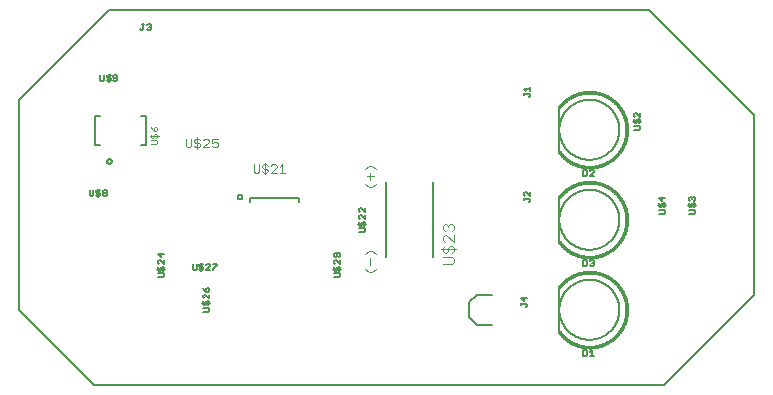
<source format=gto>
G75*
%MOIN*%
%OFA0B0*%
%FSLAX25Y25*%
%IPPOS*%
%LPD*%
%AMOC8*
5,1,8,0,0,1.08239X$1,22.5*
%
%ADD10C,0.00600*%
%ADD11C,0.00787*%
%ADD12C,0.00200*%
%ADD13C,0.00500*%
%ADD14C,0.00300*%
%ADD15C,0.00800*%
%ADD16C,0.00100*%
D10*
X0026300Y0001300D02*
X0001300Y0026300D01*
X0001300Y0096300D01*
X0031300Y0126300D01*
X0211300Y0126300D01*
X0246300Y0091300D01*
X0246300Y0031300D01*
X0216300Y0001300D01*
X0026300Y0001300D01*
X0181300Y0026300D02*
X0181303Y0026545D01*
X0181312Y0026791D01*
X0181327Y0027036D01*
X0181348Y0027280D01*
X0181375Y0027524D01*
X0181408Y0027767D01*
X0181447Y0028010D01*
X0181492Y0028251D01*
X0181543Y0028491D01*
X0181600Y0028730D01*
X0181662Y0028967D01*
X0181731Y0029203D01*
X0181805Y0029437D01*
X0181885Y0029669D01*
X0181970Y0029899D01*
X0182061Y0030127D01*
X0182158Y0030352D01*
X0182260Y0030576D01*
X0182368Y0030796D01*
X0182481Y0031014D01*
X0182599Y0031229D01*
X0182723Y0031441D01*
X0182851Y0031650D01*
X0182985Y0031856D01*
X0183124Y0032058D01*
X0183268Y0032257D01*
X0183417Y0032452D01*
X0183570Y0032644D01*
X0183728Y0032832D01*
X0183890Y0033016D01*
X0184058Y0033195D01*
X0184229Y0033371D01*
X0184405Y0033542D01*
X0184584Y0033710D01*
X0184768Y0033872D01*
X0184956Y0034030D01*
X0185148Y0034183D01*
X0185343Y0034332D01*
X0185542Y0034476D01*
X0185744Y0034615D01*
X0185950Y0034749D01*
X0186159Y0034877D01*
X0186371Y0035001D01*
X0186586Y0035119D01*
X0186804Y0035232D01*
X0187024Y0035340D01*
X0187248Y0035442D01*
X0187473Y0035539D01*
X0187701Y0035630D01*
X0187931Y0035715D01*
X0188163Y0035795D01*
X0188397Y0035869D01*
X0188633Y0035938D01*
X0188870Y0036000D01*
X0189109Y0036057D01*
X0189349Y0036108D01*
X0189590Y0036153D01*
X0189833Y0036192D01*
X0190076Y0036225D01*
X0190320Y0036252D01*
X0190564Y0036273D01*
X0190809Y0036288D01*
X0191055Y0036297D01*
X0191300Y0036300D01*
X0191545Y0036297D01*
X0191791Y0036288D01*
X0192036Y0036273D01*
X0192280Y0036252D01*
X0192524Y0036225D01*
X0192767Y0036192D01*
X0193010Y0036153D01*
X0193251Y0036108D01*
X0193491Y0036057D01*
X0193730Y0036000D01*
X0193967Y0035938D01*
X0194203Y0035869D01*
X0194437Y0035795D01*
X0194669Y0035715D01*
X0194899Y0035630D01*
X0195127Y0035539D01*
X0195352Y0035442D01*
X0195576Y0035340D01*
X0195796Y0035232D01*
X0196014Y0035119D01*
X0196229Y0035001D01*
X0196441Y0034877D01*
X0196650Y0034749D01*
X0196856Y0034615D01*
X0197058Y0034476D01*
X0197257Y0034332D01*
X0197452Y0034183D01*
X0197644Y0034030D01*
X0197832Y0033872D01*
X0198016Y0033710D01*
X0198195Y0033542D01*
X0198371Y0033371D01*
X0198542Y0033195D01*
X0198710Y0033016D01*
X0198872Y0032832D01*
X0199030Y0032644D01*
X0199183Y0032452D01*
X0199332Y0032257D01*
X0199476Y0032058D01*
X0199615Y0031856D01*
X0199749Y0031650D01*
X0199877Y0031441D01*
X0200001Y0031229D01*
X0200119Y0031014D01*
X0200232Y0030796D01*
X0200340Y0030576D01*
X0200442Y0030352D01*
X0200539Y0030127D01*
X0200630Y0029899D01*
X0200715Y0029669D01*
X0200795Y0029437D01*
X0200869Y0029203D01*
X0200938Y0028967D01*
X0201000Y0028730D01*
X0201057Y0028491D01*
X0201108Y0028251D01*
X0201153Y0028010D01*
X0201192Y0027767D01*
X0201225Y0027524D01*
X0201252Y0027280D01*
X0201273Y0027036D01*
X0201288Y0026791D01*
X0201297Y0026545D01*
X0201300Y0026300D01*
X0201297Y0026055D01*
X0201288Y0025809D01*
X0201273Y0025564D01*
X0201252Y0025320D01*
X0201225Y0025076D01*
X0201192Y0024833D01*
X0201153Y0024590D01*
X0201108Y0024349D01*
X0201057Y0024109D01*
X0201000Y0023870D01*
X0200938Y0023633D01*
X0200869Y0023397D01*
X0200795Y0023163D01*
X0200715Y0022931D01*
X0200630Y0022701D01*
X0200539Y0022473D01*
X0200442Y0022248D01*
X0200340Y0022024D01*
X0200232Y0021804D01*
X0200119Y0021586D01*
X0200001Y0021371D01*
X0199877Y0021159D01*
X0199749Y0020950D01*
X0199615Y0020744D01*
X0199476Y0020542D01*
X0199332Y0020343D01*
X0199183Y0020148D01*
X0199030Y0019956D01*
X0198872Y0019768D01*
X0198710Y0019584D01*
X0198542Y0019405D01*
X0198371Y0019229D01*
X0198195Y0019058D01*
X0198016Y0018890D01*
X0197832Y0018728D01*
X0197644Y0018570D01*
X0197452Y0018417D01*
X0197257Y0018268D01*
X0197058Y0018124D01*
X0196856Y0017985D01*
X0196650Y0017851D01*
X0196441Y0017723D01*
X0196229Y0017599D01*
X0196014Y0017481D01*
X0195796Y0017368D01*
X0195576Y0017260D01*
X0195352Y0017158D01*
X0195127Y0017061D01*
X0194899Y0016970D01*
X0194669Y0016885D01*
X0194437Y0016805D01*
X0194203Y0016731D01*
X0193967Y0016662D01*
X0193730Y0016600D01*
X0193491Y0016543D01*
X0193251Y0016492D01*
X0193010Y0016447D01*
X0192767Y0016408D01*
X0192524Y0016375D01*
X0192280Y0016348D01*
X0192036Y0016327D01*
X0191791Y0016312D01*
X0191545Y0016303D01*
X0191300Y0016300D01*
X0191055Y0016303D01*
X0190809Y0016312D01*
X0190564Y0016327D01*
X0190320Y0016348D01*
X0190076Y0016375D01*
X0189833Y0016408D01*
X0189590Y0016447D01*
X0189349Y0016492D01*
X0189109Y0016543D01*
X0188870Y0016600D01*
X0188633Y0016662D01*
X0188397Y0016731D01*
X0188163Y0016805D01*
X0187931Y0016885D01*
X0187701Y0016970D01*
X0187473Y0017061D01*
X0187248Y0017158D01*
X0187024Y0017260D01*
X0186804Y0017368D01*
X0186586Y0017481D01*
X0186371Y0017599D01*
X0186159Y0017723D01*
X0185950Y0017851D01*
X0185744Y0017985D01*
X0185542Y0018124D01*
X0185343Y0018268D01*
X0185148Y0018417D01*
X0184956Y0018570D01*
X0184768Y0018728D01*
X0184584Y0018890D01*
X0184405Y0019058D01*
X0184229Y0019229D01*
X0184058Y0019405D01*
X0183890Y0019584D01*
X0183728Y0019768D01*
X0183570Y0019956D01*
X0183417Y0020148D01*
X0183268Y0020343D01*
X0183124Y0020542D01*
X0182985Y0020744D01*
X0182851Y0020950D01*
X0182723Y0021159D01*
X0182599Y0021371D01*
X0182481Y0021586D01*
X0182368Y0021804D01*
X0182260Y0022024D01*
X0182158Y0022248D01*
X0182061Y0022473D01*
X0181970Y0022701D01*
X0181885Y0022931D01*
X0181805Y0023163D01*
X0181731Y0023397D01*
X0181662Y0023633D01*
X0181600Y0023870D01*
X0181543Y0024109D01*
X0181492Y0024349D01*
X0181447Y0024590D01*
X0181408Y0024833D01*
X0181375Y0025076D01*
X0181348Y0025320D01*
X0181327Y0025564D01*
X0181312Y0025809D01*
X0181303Y0026055D01*
X0181300Y0026300D01*
X0181300Y0056300D02*
X0181303Y0056545D01*
X0181312Y0056791D01*
X0181327Y0057036D01*
X0181348Y0057280D01*
X0181375Y0057524D01*
X0181408Y0057767D01*
X0181447Y0058010D01*
X0181492Y0058251D01*
X0181543Y0058491D01*
X0181600Y0058730D01*
X0181662Y0058967D01*
X0181731Y0059203D01*
X0181805Y0059437D01*
X0181885Y0059669D01*
X0181970Y0059899D01*
X0182061Y0060127D01*
X0182158Y0060352D01*
X0182260Y0060576D01*
X0182368Y0060796D01*
X0182481Y0061014D01*
X0182599Y0061229D01*
X0182723Y0061441D01*
X0182851Y0061650D01*
X0182985Y0061856D01*
X0183124Y0062058D01*
X0183268Y0062257D01*
X0183417Y0062452D01*
X0183570Y0062644D01*
X0183728Y0062832D01*
X0183890Y0063016D01*
X0184058Y0063195D01*
X0184229Y0063371D01*
X0184405Y0063542D01*
X0184584Y0063710D01*
X0184768Y0063872D01*
X0184956Y0064030D01*
X0185148Y0064183D01*
X0185343Y0064332D01*
X0185542Y0064476D01*
X0185744Y0064615D01*
X0185950Y0064749D01*
X0186159Y0064877D01*
X0186371Y0065001D01*
X0186586Y0065119D01*
X0186804Y0065232D01*
X0187024Y0065340D01*
X0187248Y0065442D01*
X0187473Y0065539D01*
X0187701Y0065630D01*
X0187931Y0065715D01*
X0188163Y0065795D01*
X0188397Y0065869D01*
X0188633Y0065938D01*
X0188870Y0066000D01*
X0189109Y0066057D01*
X0189349Y0066108D01*
X0189590Y0066153D01*
X0189833Y0066192D01*
X0190076Y0066225D01*
X0190320Y0066252D01*
X0190564Y0066273D01*
X0190809Y0066288D01*
X0191055Y0066297D01*
X0191300Y0066300D01*
X0191545Y0066297D01*
X0191791Y0066288D01*
X0192036Y0066273D01*
X0192280Y0066252D01*
X0192524Y0066225D01*
X0192767Y0066192D01*
X0193010Y0066153D01*
X0193251Y0066108D01*
X0193491Y0066057D01*
X0193730Y0066000D01*
X0193967Y0065938D01*
X0194203Y0065869D01*
X0194437Y0065795D01*
X0194669Y0065715D01*
X0194899Y0065630D01*
X0195127Y0065539D01*
X0195352Y0065442D01*
X0195576Y0065340D01*
X0195796Y0065232D01*
X0196014Y0065119D01*
X0196229Y0065001D01*
X0196441Y0064877D01*
X0196650Y0064749D01*
X0196856Y0064615D01*
X0197058Y0064476D01*
X0197257Y0064332D01*
X0197452Y0064183D01*
X0197644Y0064030D01*
X0197832Y0063872D01*
X0198016Y0063710D01*
X0198195Y0063542D01*
X0198371Y0063371D01*
X0198542Y0063195D01*
X0198710Y0063016D01*
X0198872Y0062832D01*
X0199030Y0062644D01*
X0199183Y0062452D01*
X0199332Y0062257D01*
X0199476Y0062058D01*
X0199615Y0061856D01*
X0199749Y0061650D01*
X0199877Y0061441D01*
X0200001Y0061229D01*
X0200119Y0061014D01*
X0200232Y0060796D01*
X0200340Y0060576D01*
X0200442Y0060352D01*
X0200539Y0060127D01*
X0200630Y0059899D01*
X0200715Y0059669D01*
X0200795Y0059437D01*
X0200869Y0059203D01*
X0200938Y0058967D01*
X0201000Y0058730D01*
X0201057Y0058491D01*
X0201108Y0058251D01*
X0201153Y0058010D01*
X0201192Y0057767D01*
X0201225Y0057524D01*
X0201252Y0057280D01*
X0201273Y0057036D01*
X0201288Y0056791D01*
X0201297Y0056545D01*
X0201300Y0056300D01*
X0201297Y0056055D01*
X0201288Y0055809D01*
X0201273Y0055564D01*
X0201252Y0055320D01*
X0201225Y0055076D01*
X0201192Y0054833D01*
X0201153Y0054590D01*
X0201108Y0054349D01*
X0201057Y0054109D01*
X0201000Y0053870D01*
X0200938Y0053633D01*
X0200869Y0053397D01*
X0200795Y0053163D01*
X0200715Y0052931D01*
X0200630Y0052701D01*
X0200539Y0052473D01*
X0200442Y0052248D01*
X0200340Y0052024D01*
X0200232Y0051804D01*
X0200119Y0051586D01*
X0200001Y0051371D01*
X0199877Y0051159D01*
X0199749Y0050950D01*
X0199615Y0050744D01*
X0199476Y0050542D01*
X0199332Y0050343D01*
X0199183Y0050148D01*
X0199030Y0049956D01*
X0198872Y0049768D01*
X0198710Y0049584D01*
X0198542Y0049405D01*
X0198371Y0049229D01*
X0198195Y0049058D01*
X0198016Y0048890D01*
X0197832Y0048728D01*
X0197644Y0048570D01*
X0197452Y0048417D01*
X0197257Y0048268D01*
X0197058Y0048124D01*
X0196856Y0047985D01*
X0196650Y0047851D01*
X0196441Y0047723D01*
X0196229Y0047599D01*
X0196014Y0047481D01*
X0195796Y0047368D01*
X0195576Y0047260D01*
X0195352Y0047158D01*
X0195127Y0047061D01*
X0194899Y0046970D01*
X0194669Y0046885D01*
X0194437Y0046805D01*
X0194203Y0046731D01*
X0193967Y0046662D01*
X0193730Y0046600D01*
X0193491Y0046543D01*
X0193251Y0046492D01*
X0193010Y0046447D01*
X0192767Y0046408D01*
X0192524Y0046375D01*
X0192280Y0046348D01*
X0192036Y0046327D01*
X0191791Y0046312D01*
X0191545Y0046303D01*
X0191300Y0046300D01*
X0191055Y0046303D01*
X0190809Y0046312D01*
X0190564Y0046327D01*
X0190320Y0046348D01*
X0190076Y0046375D01*
X0189833Y0046408D01*
X0189590Y0046447D01*
X0189349Y0046492D01*
X0189109Y0046543D01*
X0188870Y0046600D01*
X0188633Y0046662D01*
X0188397Y0046731D01*
X0188163Y0046805D01*
X0187931Y0046885D01*
X0187701Y0046970D01*
X0187473Y0047061D01*
X0187248Y0047158D01*
X0187024Y0047260D01*
X0186804Y0047368D01*
X0186586Y0047481D01*
X0186371Y0047599D01*
X0186159Y0047723D01*
X0185950Y0047851D01*
X0185744Y0047985D01*
X0185542Y0048124D01*
X0185343Y0048268D01*
X0185148Y0048417D01*
X0184956Y0048570D01*
X0184768Y0048728D01*
X0184584Y0048890D01*
X0184405Y0049058D01*
X0184229Y0049229D01*
X0184058Y0049405D01*
X0183890Y0049584D01*
X0183728Y0049768D01*
X0183570Y0049956D01*
X0183417Y0050148D01*
X0183268Y0050343D01*
X0183124Y0050542D01*
X0182985Y0050744D01*
X0182851Y0050950D01*
X0182723Y0051159D01*
X0182599Y0051371D01*
X0182481Y0051586D01*
X0182368Y0051804D01*
X0182260Y0052024D01*
X0182158Y0052248D01*
X0182061Y0052473D01*
X0181970Y0052701D01*
X0181885Y0052931D01*
X0181805Y0053163D01*
X0181731Y0053397D01*
X0181662Y0053633D01*
X0181600Y0053870D01*
X0181543Y0054109D01*
X0181492Y0054349D01*
X0181447Y0054590D01*
X0181408Y0054833D01*
X0181375Y0055076D01*
X0181348Y0055320D01*
X0181327Y0055564D01*
X0181312Y0055809D01*
X0181303Y0056055D01*
X0181300Y0056300D01*
X0181300Y0086300D02*
X0181303Y0086545D01*
X0181312Y0086791D01*
X0181327Y0087036D01*
X0181348Y0087280D01*
X0181375Y0087524D01*
X0181408Y0087767D01*
X0181447Y0088010D01*
X0181492Y0088251D01*
X0181543Y0088491D01*
X0181600Y0088730D01*
X0181662Y0088967D01*
X0181731Y0089203D01*
X0181805Y0089437D01*
X0181885Y0089669D01*
X0181970Y0089899D01*
X0182061Y0090127D01*
X0182158Y0090352D01*
X0182260Y0090576D01*
X0182368Y0090796D01*
X0182481Y0091014D01*
X0182599Y0091229D01*
X0182723Y0091441D01*
X0182851Y0091650D01*
X0182985Y0091856D01*
X0183124Y0092058D01*
X0183268Y0092257D01*
X0183417Y0092452D01*
X0183570Y0092644D01*
X0183728Y0092832D01*
X0183890Y0093016D01*
X0184058Y0093195D01*
X0184229Y0093371D01*
X0184405Y0093542D01*
X0184584Y0093710D01*
X0184768Y0093872D01*
X0184956Y0094030D01*
X0185148Y0094183D01*
X0185343Y0094332D01*
X0185542Y0094476D01*
X0185744Y0094615D01*
X0185950Y0094749D01*
X0186159Y0094877D01*
X0186371Y0095001D01*
X0186586Y0095119D01*
X0186804Y0095232D01*
X0187024Y0095340D01*
X0187248Y0095442D01*
X0187473Y0095539D01*
X0187701Y0095630D01*
X0187931Y0095715D01*
X0188163Y0095795D01*
X0188397Y0095869D01*
X0188633Y0095938D01*
X0188870Y0096000D01*
X0189109Y0096057D01*
X0189349Y0096108D01*
X0189590Y0096153D01*
X0189833Y0096192D01*
X0190076Y0096225D01*
X0190320Y0096252D01*
X0190564Y0096273D01*
X0190809Y0096288D01*
X0191055Y0096297D01*
X0191300Y0096300D01*
X0191545Y0096297D01*
X0191791Y0096288D01*
X0192036Y0096273D01*
X0192280Y0096252D01*
X0192524Y0096225D01*
X0192767Y0096192D01*
X0193010Y0096153D01*
X0193251Y0096108D01*
X0193491Y0096057D01*
X0193730Y0096000D01*
X0193967Y0095938D01*
X0194203Y0095869D01*
X0194437Y0095795D01*
X0194669Y0095715D01*
X0194899Y0095630D01*
X0195127Y0095539D01*
X0195352Y0095442D01*
X0195576Y0095340D01*
X0195796Y0095232D01*
X0196014Y0095119D01*
X0196229Y0095001D01*
X0196441Y0094877D01*
X0196650Y0094749D01*
X0196856Y0094615D01*
X0197058Y0094476D01*
X0197257Y0094332D01*
X0197452Y0094183D01*
X0197644Y0094030D01*
X0197832Y0093872D01*
X0198016Y0093710D01*
X0198195Y0093542D01*
X0198371Y0093371D01*
X0198542Y0093195D01*
X0198710Y0093016D01*
X0198872Y0092832D01*
X0199030Y0092644D01*
X0199183Y0092452D01*
X0199332Y0092257D01*
X0199476Y0092058D01*
X0199615Y0091856D01*
X0199749Y0091650D01*
X0199877Y0091441D01*
X0200001Y0091229D01*
X0200119Y0091014D01*
X0200232Y0090796D01*
X0200340Y0090576D01*
X0200442Y0090352D01*
X0200539Y0090127D01*
X0200630Y0089899D01*
X0200715Y0089669D01*
X0200795Y0089437D01*
X0200869Y0089203D01*
X0200938Y0088967D01*
X0201000Y0088730D01*
X0201057Y0088491D01*
X0201108Y0088251D01*
X0201153Y0088010D01*
X0201192Y0087767D01*
X0201225Y0087524D01*
X0201252Y0087280D01*
X0201273Y0087036D01*
X0201288Y0086791D01*
X0201297Y0086545D01*
X0201300Y0086300D01*
X0201297Y0086055D01*
X0201288Y0085809D01*
X0201273Y0085564D01*
X0201252Y0085320D01*
X0201225Y0085076D01*
X0201192Y0084833D01*
X0201153Y0084590D01*
X0201108Y0084349D01*
X0201057Y0084109D01*
X0201000Y0083870D01*
X0200938Y0083633D01*
X0200869Y0083397D01*
X0200795Y0083163D01*
X0200715Y0082931D01*
X0200630Y0082701D01*
X0200539Y0082473D01*
X0200442Y0082248D01*
X0200340Y0082024D01*
X0200232Y0081804D01*
X0200119Y0081586D01*
X0200001Y0081371D01*
X0199877Y0081159D01*
X0199749Y0080950D01*
X0199615Y0080744D01*
X0199476Y0080542D01*
X0199332Y0080343D01*
X0199183Y0080148D01*
X0199030Y0079956D01*
X0198872Y0079768D01*
X0198710Y0079584D01*
X0198542Y0079405D01*
X0198371Y0079229D01*
X0198195Y0079058D01*
X0198016Y0078890D01*
X0197832Y0078728D01*
X0197644Y0078570D01*
X0197452Y0078417D01*
X0197257Y0078268D01*
X0197058Y0078124D01*
X0196856Y0077985D01*
X0196650Y0077851D01*
X0196441Y0077723D01*
X0196229Y0077599D01*
X0196014Y0077481D01*
X0195796Y0077368D01*
X0195576Y0077260D01*
X0195352Y0077158D01*
X0195127Y0077061D01*
X0194899Y0076970D01*
X0194669Y0076885D01*
X0194437Y0076805D01*
X0194203Y0076731D01*
X0193967Y0076662D01*
X0193730Y0076600D01*
X0193491Y0076543D01*
X0193251Y0076492D01*
X0193010Y0076447D01*
X0192767Y0076408D01*
X0192524Y0076375D01*
X0192280Y0076348D01*
X0192036Y0076327D01*
X0191791Y0076312D01*
X0191545Y0076303D01*
X0191300Y0076300D01*
X0191055Y0076303D01*
X0190809Y0076312D01*
X0190564Y0076327D01*
X0190320Y0076348D01*
X0190076Y0076375D01*
X0189833Y0076408D01*
X0189590Y0076447D01*
X0189349Y0076492D01*
X0189109Y0076543D01*
X0188870Y0076600D01*
X0188633Y0076662D01*
X0188397Y0076731D01*
X0188163Y0076805D01*
X0187931Y0076885D01*
X0187701Y0076970D01*
X0187473Y0077061D01*
X0187248Y0077158D01*
X0187024Y0077260D01*
X0186804Y0077368D01*
X0186586Y0077481D01*
X0186371Y0077599D01*
X0186159Y0077723D01*
X0185950Y0077851D01*
X0185744Y0077985D01*
X0185542Y0078124D01*
X0185343Y0078268D01*
X0185148Y0078417D01*
X0184956Y0078570D01*
X0184768Y0078728D01*
X0184584Y0078890D01*
X0184405Y0079058D01*
X0184229Y0079229D01*
X0184058Y0079405D01*
X0183890Y0079584D01*
X0183728Y0079768D01*
X0183570Y0079956D01*
X0183417Y0080148D01*
X0183268Y0080343D01*
X0183124Y0080542D01*
X0182985Y0080744D01*
X0182851Y0080950D01*
X0182723Y0081159D01*
X0182599Y0081371D01*
X0182481Y0081586D01*
X0182368Y0081804D01*
X0182260Y0082024D01*
X0182158Y0082248D01*
X0182061Y0082473D01*
X0181970Y0082701D01*
X0181885Y0082931D01*
X0181805Y0083163D01*
X0181731Y0083397D01*
X0181662Y0083633D01*
X0181600Y0083870D01*
X0181543Y0084109D01*
X0181492Y0084349D01*
X0181447Y0084590D01*
X0181408Y0084833D01*
X0181375Y0085076D01*
X0181348Y0085320D01*
X0181327Y0085564D01*
X0181312Y0085809D01*
X0181303Y0086055D01*
X0181300Y0086300D01*
D11*
X0043505Y0090749D02*
X0043505Y0081300D01*
X0041930Y0081300D01*
X0030513Y0075788D02*
X0030515Y0075844D01*
X0030521Y0075899D01*
X0030531Y0075953D01*
X0030544Y0076007D01*
X0030562Y0076060D01*
X0030583Y0076111D01*
X0030607Y0076161D01*
X0030635Y0076209D01*
X0030667Y0076255D01*
X0030701Y0076299D01*
X0030739Y0076340D01*
X0030779Y0076378D01*
X0030822Y0076413D01*
X0030867Y0076445D01*
X0030915Y0076474D01*
X0030964Y0076500D01*
X0031015Y0076522D01*
X0031067Y0076540D01*
X0031121Y0076554D01*
X0031176Y0076565D01*
X0031231Y0076572D01*
X0031286Y0076575D01*
X0031342Y0076574D01*
X0031397Y0076569D01*
X0031452Y0076560D01*
X0031506Y0076548D01*
X0031559Y0076531D01*
X0031611Y0076511D01*
X0031661Y0076487D01*
X0031709Y0076460D01*
X0031756Y0076430D01*
X0031800Y0076396D01*
X0031842Y0076359D01*
X0031880Y0076319D01*
X0031917Y0076277D01*
X0031950Y0076232D01*
X0031979Y0076186D01*
X0032006Y0076137D01*
X0032028Y0076086D01*
X0032048Y0076034D01*
X0032063Y0075980D01*
X0032075Y0075926D01*
X0032083Y0075871D01*
X0032087Y0075816D01*
X0032087Y0075760D01*
X0032083Y0075705D01*
X0032075Y0075650D01*
X0032063Y0075596D01*
X0032048Y0075542D01*
X0032028Y0075490D01*
X0032006Y0075439D01*
X0031979Y0075390D01*
X0031950Y0075344D01*
X0031917Y0075299D01*
X0031880Y0075257D01*
X0031842Y0075217D01*
X0031800Y0075180D01*
X0031756Y0075146D01*
X0031709Y0075116D01*
X0031661Y0075089D01*
X0031611Y0075065D01*
X0031559Y0075045D01*
X0031506Y0075028D01*
X0031452Y0075016D01*
X0031397Y0075007D01*
X0031342Y0075002D01*
X0031286Y0075001D01*
X0031231Y0075004D01*
X0031176Y0075011D01*
X0031121Y0075022D01*
X0031067Y0075036D01*
X0031015Y0075054D01*
X0030964Y0075076D01*
X0030915Y0075102D01*
X0030867Y0075131D01*
X0030822Y0075163D01*
X0030779Y0075198D01*
X0030739Y0075236D01*
X0030701Y0075277D01*
X0030667Y0075321D01*
X0030635Y0075367D01*
X0030607Y0075415D01*
X0030583Y0075465D01*
X0030562Y0075516D01*
X0030544Y0075569D01*
X0030531Y0075623D01*
X0030521Y0075677D01*
X0030515Y0075732D01*
X0030513Y0075788D01*
X0028150Y0081300D02*
X0026576Y0081300D01*
X0026576Y0090749D01*
X0028150Y0090749D01*
X0041930Y0090749D02*
X0043505Y0090749D01*
D12*
X0045178Y0087193D02*
X0045538Y0086472D01*
X0046260Y0085750D01*
X0046260Y0086832D01*
X0046620Y0087193D01*
X0046981Y0087193D01*
X0047342Y0086832D01*
X0047342Y0086111D01*
X0046981Y0085750D01*
X0046260Y0085750D01*
X0046620Y0085018D02*
X0046260Y0084657D01*
X0046260Y0083936D01*
X0045899Y0083575D01*
X0045538Y0083575D01*
X0045178Y0083936D01*
X0045178Y0084657D01*
X0045538Y0085018D01*
X0044817Y0084296D02*
X0047702Y0084296D01*
X0047342Y0083936D02*
X0047342Y0084657D01*
X0046981Y0085018D01*
X0046620Y0085018D01*
X0047342Y0083936D02*
X0046981Y0083575D01*
X0046981Y0082843D02*
X0045178Y0082843D01*
X0045178Y0081400D02*
X0046981Y0081400D01*
X0047342Y0081761D01*
X0047342Y0082482D01*
X0046981Y0082843D01*
D13*
X0027579Y0066369D02*
X0027579Y0063833D01*
X0027896Y0064150D02*
X0028213Y0064467D01*
X0028213Y0064784D01*
X0027896Y0065101D01*
X0027262Y0065101D01*
X0026945Y0065418D01*
X0026945Y0065735D01*
X0027262Y0066052D01*
X0027896Y0066052D01*
X0028213Y0065735D01*
X0029155Y0065735D02*
X0029155Y0065418D01*
X0029472Y0065101D01*
X0030106Y0065101D01*
X0030423Y0064784D01*
X0030423Y0064467D01*
X0030106Y0064150D01*
X0029472Y0064150D01*
X0029155Y0064467D01*
X0029155Y0064784D01*
X0029472Y0065101D01*
X0030106Y0065101D02*
X0030423Y0065418D01*
X0030423Y0065735D01*
X0030106Y0066052D01*
X0029472Y0066052D01*
X0029155Y0065735D01*
X0027896Y0064150D02*
X0027262Y0064150D01*
X0026945Y0064467D01*
X0026003Y0064467D02*
X0026003Y0066052D01*
X0024735Y0066052D02*
X0024735Y0064467D01*
X0025052Y0064150D01*
X0025686Y0064150D01*
X0026003Y0064467D01*
X0047648Y0044711D02*
X0048599Y0043760D01*
X0048599Y0045028D01*
X0049550Y0044711D02*
X0047648Y0044711D01*
X0047965Y0042818D02*
X0047648Y0042501D01*
X0047648Y0041867D01*
X0047965Y0041550D01*
X0047965Y0040608D02*
X0047648Y0040291D01*
X0047648Y0039657D01*
X0047965Y0039340D01*
X0048282Y0039340D01*
X0048599Y0039657D01*
X0048599Y0040291D01*
X0048916Y0040608D01*
X0049233Y0040608D01*
X0049550Y0040291D01*
X0049550Y0039657D01*
X0049233Y0039340D01*
X0049867Y0039974D02*
X0047331Y0039974D01*
X0047648Y0038398D02*
X0049233Y0038398D01*
X0049550Y0038081D01*
X0049550Y0037447D01*
X0049233Y0037130D01*
X0047648Y0037130D01*
X0049550Y0041550D02*
X0048282Y0042818D01*
X0047965Y0042818D01*
X0049550Y0042818D02*
X0049550Y0041550D01*
X0059130Y0041552D02*
X0059130Y0039967D01*
X0059447Y0039650D01*
X0060081Y0039650D01*
X0060398Y0039967D01*
X0060398Y0041552D01*
X0061340Y0041235D02*
X0061657Y0041552D01*
X0062291Y0041552D01*
X0062608Y0041235D01*
X0062291Y0040601D02*
X0061657Y0040601D01*
X0061340Y0040918D01*
X0061340Y0041235D01*
X0061974Y0041869D02*
X0061974Y0039333D01*
X0061657Y0039650D02*
X0062291Y0039650D01*
X0062608Y0039967D01*
X0062608Y0040284D01*
X0062291Y0040601D01*
X0061340Y0039967D02*
X0061657Y0039650D01*
X0063550Y0039650D02*
X0064818Y0040918D01*
X0064818Y0041235D01*
X0064501Y0041552D01*
X0063867Y0041552D01*
X0063550Y0041235D01*
X0063550Y0039650D02*
X0064818Y0039650D01*
X0065760Y0039650D02*
X0065760Y0039967D01*
X0067028Y0041235D01*
X0067028Y0041552D01*
X0065760Y0041552D01*
X0064233Y0033528D02*
X0063916Y0033528D01*
X0063599Y0033211D01*
X0063599Y0032260D01*
X0064233Y0032260D01*
X0064550Y0032577D01*
X0064550Y0033211D01*
X0064233Y0033528D01*
X0062965Y0032894D02*
X0062648Y0033528D01*
X0062965Y0032894D02*
X0063599Y0032260D01*
X0063282Y0031318D02*
X0062965Y0031318D01*
X0062648Y0031001D01*
X0062648Y0030367D01*
X0062965Y0030050D01*
X0062965Y0029108D02*
X0062648Y0028791D01*
X0062648Y0028157D01*
X0062965Y0027840D01*
X0063282Y0027840D01*
X0063599Y0028157D01*
X0063599Y0028791D01*
X0063916Y0029108D01*
X0064233Y0029108D01*
X0064550Y0028791D01*
X0064550Y0028157D01*
X0064233Y0027840D01*
X0064867Y0028474D02*
X0062331Y0028474D01*
X0062648Y0026898D02*
X0064233Y0026898D01*
X0064550Y0026581D01*
X0064550Y0025947D01*
X0064233Y0025630D01*
X0062648Y0025630D01*
X0064550Y0030050D02*
X0063282Y0031318D01*
X0064550Y0031318D02*
X0064550Y0030050D01*
X0106148Y0037130D02*
X0107733Y0037130D01*
X0108050Y0037447D01*
X0108050Y0038081D01*
X0107733Y0038398D01*
X0106148Y0038398D01*
X0106465Y0039340D02*
X0106148Y0039657D01*
X0106148Y0040291D01*
X0106465Y0040608D01*
X0107099Y0040291D02*
X0107099Y0039657D01*
X0106782Y0039340D01*
X0106465Y0039340D01*
X0105831Y0039974D02*
X0108367Y0039974D01*
X0108050Y0040291D02*
X0107733Y0040608D01*
X0107416Y0040608D01*
X0107099Y0040291D01*
X0108050Y0040291D02*
X0108050Y0039657D01*
X0107733Y0039340D01*
X0108050Y0041550D02*
X0106782Y0042818D01*
X0106465Y0042818D01*
X0106148Y0042501D01*
X0106148Y0041867D01*
X0106465Y0041550D01*
X0108050Y0041550D02*
X0108050Y0042818D01*
X0107733Y0043760D02*
X0108050Y0044077D01*
X0108050Y0044711D01*
X0107733Y0045028D01*
X0106465Y0045028D01*
X0106148Y0044711D01*
X0106148Y0044077D01*
X0106465Y0043760D01*
X0106782Y0043760D01*
X0107099Y0044077D01*
X0107099Y0045028D01*
X0114548Y0052130D02*
X0116133Y0052130D01*
X0116450Y0052447D01*
X0116450Y0053081D01*
X0116133Y0053398D01*
X0114548Y0053398D01*
X0114865Y0054340D02*
X0114548Y0054657D01*
X0114548Y0055291D01*
X0114865Y0055608D01*
X0115499Y0055291D02*
X0115499Y0054657D01*
X0115182Y0054340D01*
X0114865Y0054340D01*
X0114231Y0054974D02*
X0116767Y0054974D01*
X0116450Y0055291D02*
X0116133Y0055608D01*
X0115816Y0055608D01*
X0115499Y0055291D01*
X0116450Y0055291D02*
X0116450Y0054657D01*
X0116133Y0054340D01*
X0116450Y0056550D02*
X0115182Y0057818D01*
X0114865Y0057818D01*
X0114548Y0057501D01*
X0114548Y0056867D01*
X0114865Y0056550D01*
X0116450Y0056550D02*
X0116450Y0057818D01*
X0116450Y0058760D02*
X0115182Y0060028D01*
X0114865Y0060028D01*
X0114548Y0059711D01*
X0114548Y0059077D01*
X0114865Y0058760D01*
X0116450Y0058760D02*
X0116450Y0060028D01*
X0123426Y0068898D02*
X0123426Y0043702D01*
X0139174Y0043702D02*
X0139174Y0068898D01*
X0169548Y0065291D02*
X0169548Y0064657D01*
X0169865Y0064340D01*
X0169548Y0063398D02*
X0169548Y0062764D01*
X0169548Y0063081D02*
X0171133Y0063081D01*
X0171450Y0062764D01*
X0171450Y0062447D01*
X0171133Y0062130D01*
X0171450Y0064340D02*
X0170182Y0065608D01*
X0169865Y0065608D01*
X0169548Y0065291D01*
X0171450Y0065608D02*
X0171450Y0064340D01*
X0189340Y0070800D02*
X0190291Y0070800D01*
X0190608Y0071117D01*
X0190608Y0072385D01*
X0190291Y0072702D01*
X0189340Y0072702D01*
X0189340Y0070800D01*
X0191550Y0070800D02*
X0192818Y0072068D01*
X0192818Y0072385D01*
X0192501Y0072702D01*
X0191867Y0072702D01*
X0191550Y0072385D01*
X0191550Y0070800D02*
X0192818Y0070800D01*
X0214548Y0063606D02*
X0215499Y0062655D01*
X0215499Y0063923D01*
X0216450Y0063606D02*
X0214548Y0063606D01*
X0214865Y0061713D02*
X0214548Y0061396D01*
X0214548Y0060762D01*
X0214865Y0060445D01*
X0215182Y0060445D01*
X0215499Y0060762D01*
X0215499Y0061396D01*
X0215816Y0061713D01*
X0216133Y0061713D01*
X0216450Y0061396D01*
X0216450Y0060762D01*
X0216133Y0060445D01*
X0216767Y0061079D02*
X0214231Y0061079D01*
X0214548Y0059503D02*
X0216133Y0059503D01*
X0216450Y0059186D01*
X0216450Y0058552D01*
X0216133Y0058235D01*
X0214548Y0058235D01*
X0224548Y0058235D02*
X0226133Y0058235D01*
X0226450Y0058552D01*
X0226450Y0059186D01*
X0226133Y0059503D01*
X0224548Y0059503D01*
X0224865Y0060445D02*
X0224548Y0060762D01*
X0224548Y0061396D01*
X0224865Y0061713D01*
X0225499Y0061396D02*
X0225499Y0060762D01*
X0225182Y0060445D01*
X0224865Y0060445D01*
X0224231Y0061079D02*
X0226767Y0061079D01*
X0226450Y0060762D02*
X0226450Y0061396D01*
X0226133Y0061713D01*
X0225816Y0061713D01*
X0225499Y0061396D01*
X0226133Y0060445D02*
X0226450Y0060762D01*
X0226133Y0062655D02*
X0226450Y0062972D01*
X0226450Y0063606D01*
X0226133Y0063923D01*
X0225816Y0063923D01*
X0225499Y0063606D01*
X0225499Y0063289D01*
X0225499Y0063606D02*
X0225182Y0063923D01*
X0224865Y0063923D01*
X0224548Y0063606D01*
X0224548Y0062972D01*
X0224865Y0062655D01*
X0192818Y0042385D02*
X0192818Y0042068D01*
X0192501Y0041751D01*
X0192818Y0041434D01*
X0192818Y0041117D01*
X0192501Y0040800D01*
X0191867Y0040800D01*
X0191550Y0041117D01*
X0192184Y0041751D02*
X0192501Y0041751D01*
X0192818Y0042385D02*
X0192501Y0042702D01*
X0191867Y0042702D01*
X0191550Y0042385D01*
X0190608Y0042385D02*
X0190608Y0041117D01*
X0190291Y0040800D01*
X0189340Y0040800D01*
X0189340Y0042702D01*
X0190291Y0042702D01*
X0190608Y0042385D01*
X0170450Y0030291D02*
X0168548Y0030291D01*
X0169499Y0029340D01*
X0169499Y0030608D01*
X0168548Y0028398D02*
X0168548Y0027764D01*
X0168548Y0028081D02*
X0170133Y0028081D01*
X0170450Y0027764D01*
X0170450Y0027447D01*
X0170133Y0027130D01*
X0189340Y0012702D02*
X0190291Y0012702D01*
X0190608Y0012385D01*
X0190608Y0011117D01*
X0190291Y0010800D01*
X0189340Y0010800D01*
X0189340Y0012702D01*
X0191550Y0012068D02*
X0192184Y0012702D01*
X0192184Y0010800D01*
X0191550Y0010800D02*
X0192818Y0010800D01*
X0094568Y0062324D02*
X0094568Y0063505D01*
X0078032Y0063505D01*
X0078032Y0062324D01*
X0074096Y0063898D02*
X0074098Y0063954D01*
X0074104Y0064009D01*
X0074114Y0064063D01*
X0074127Y0064117D01*
X0074145Y0064170D01*
X0074166Y0064221D01*
X0074190Y0064271D01*
X0074218Y0064319D01*
X0074250Y0064365D01*
X0074284Y0064409D01*
X0074322Y0064450D01*
X0074362Y0064488D01*
X0074405Y0064523D01*
X0074450Y0064555D01*
X0074498Y0064584D01*
X0074547Y0064610D01*
X0074598Y0064632D01*
X0074650Y0064650D01*
X0074704Y0064664D01*
X0074759Y0064675D01*
X0074814Y0064682D01*
X0074869Y0064685D01*
X0074925Y0064684D01*
X0074980Y0064679D01*
X0075035Y0064670D01*
X0075089Y0064658D01*
X0075142Y0064641D01*
X0075194Y0064621D01*
X0075244Y0064597D01*
X0075292Y0064570D01*
X0075339Y0064540D01*
X0075383Y0064506D01*
X0075425Y0064469D01*
X0075463Y0064429D01*
X0075500Y0064387D01*
X0075533Y0064342D01*
X0075562Y0064296D01*
X0075589Y0064247D01*
X0075611Y0064196D01*
X0075631Y0064144D01*
X0075646Y0064090D01*
X0075658Y0064036D01*
X0075666Y0063981D01*
X0075670Y0063926D01*
X0075670Y0063870D01*
X0075666Y0063815D01*
X0075658Y0063760D01*
X0075646Y0063706D01*
X0075631Y0063652D01*
X0075611Y0063600D01*
X0075589Y0063549D01*
X0075562Y0063500D01*
X0075533Y0063454D01*
X0075500Y0063409D01*
X0075463Y0063367D01*
X0075425Y0063327D01*
X0075383Y0063290D01*
X0075339Y0063256D01*
X0075292Y0063226D01*
X0075244Y0063199D01*
X0075194Y0063175D01*
X0075142Y0063155D01*
X0075089Y0063138D01*
X0075035Y0063126D01*
X0074980Y0063117D01*
X0074925Y0063112D01*
X0074869Y0063111D01*
X0074814Y0063114D01*
X0074759Y0063121D01*
X0074704Y0063132D01*
X0074650Y0063146D01*
X0074598Y0063164D01*
X0074547Y0063186D01*
X0074498Y0063212D01*
X0074450Y0063241D01*
X0074405Y0063273D01*
X0074362Y0063308D01*
X0074322Y0063346D01*
X0074284Y0063387D01*
X0074250Y0063431D01*
X0074218Y0063477D01*
X0074190Y0063525D01*
X0074166Y0063575D01*
X0074145Y0063626D01*
X0074127Y0063679D01*
X0074114Y0063733D01*
X0074104Y0063787D01*
X0074098Y0063842D01*
X0074096Y0063898D01*
X0033923Y0102867D02*
X0033923Y0104135D01*
X0033606Y0104452D01*
X0032972Y0104452D01*
X0032655Y0104135D01*
X0032655Y0103818D01*
X0032972Y0103501D01*
X0033923Y0103501D01*
X0033923Y0102867D02*
X0033606Y0102550D01*
X0032972Y0102550D01*
X0032655Y0102867D01*
X0031713Y0102867D02*
X0031713Y0103184D01*
X0031396Y0103501D01*
X0030762Y0103501D01*
X0030445Y0103818D01*
X0030445Y0104135D01*
X0030762Y0104452D01*
X0031396Y0104452D01*
X0031713Y0104135D01*
X0031079Y0104769D02*
X0031079Y0102233D01*
X0031396Y0102550D02*
X0031713Y0102867D01*
X0031396Y0102550D02*
X0030762Y0102550D01*
X0030445Y0102867D01*
X0029503Y0102867D02*
X0029503Y0104452D01*
X0028235Y0104452D02*
X0028235Y0102867D01*
X0028552Y0102550D01*
X0029186Y0102550D01*
X0029503Y0102867D01*
X0041867Y0119550D02*
X0042184Y0119550D01*
X0042501Y0119867D01*
X0042501Y0121452D01*
X0042184Y0121452D02*
X0042818Y0121452D01*
X0043760Y0121135D02*
X0044077Y0121452D01*
X0044711Y0121452D01*
X0045028Y0121135D01*
X0045028Y0120818D01*
X0044711Y0120501D01*
X0045028Y0120184D01*
X0045028Y0119867D01*
X0044711Y0119550D01*
X0044077Y0119550D01*
X0043760Y0119867D01*
X0044394Y0120501D02*
X0044711Y0120501D01*
X0041867Y0119550D02*
X0041550Y0119867D01*
X0169548Y0099974D02*
X0170182Y0099340D01*
X0169548Y0099974D02*
X0171450Y0099974D01*
X0171450Y0099340D02*
X0171450Y0100608D01*
X0169548Y0098398D02*
X0169548Y0097764D01*
X0169548Y0098081D02*
X0171133Y0098081D01*
X0171450Y0097764D01*
X0171450Y0097447D01*
X0171133Y0097130D01*
X0206148Y0091606D02*
X0206148Y0090972D01*
X0206465Y0090655D01*
X0206465Y0089713D02*
X0206148Y0089396D01*
X0206148Y0088762D01*
X0206465Y0088445D01*
X0206782Y0088445D01*
X0207099Y0088762D01*
X0207099Y0089396D01*
X0207416Y0089713D01*
X0207733Y0089713D01*
X0208050Y0089396D01*
X0208050Y0088762D01*
X0207733Y0088445D01*
X0208367Y0089079D02*
X0205831Y0089079D01*
X0206148Y0087503D02*
X0207733Y0087503D01*
X0208050Y0087186D01*
X0208050Y0086552D01*
X0207733Y0086235D01*
X0206148Y0086235D01*
X0208050Y0090655D02*
X0206782Y0091923D01*
X0206465Y0091923D01*
X0206148Y0091606D01*
X0208050Y0091923D02*
X0208050Y0090655D01*
D14*
X0146150Y0054351D02*
X0145533Y0054968D01*
X0144916Y0054968D01*
X0144298Y0054351D01*
X0144298Y0053734D01*
X0144298Y0054351D02*
X0143681Y0054968D01*
X0143064Y0054968D01*
X0142447Y0054351D01*
X0142447Y0053117D01*
X0143064Y0052499D01*
X0143064Y0051285D02*
X0142447Y0050668D01*
X0142447Y0049433D01*
X0143064Y0048816D01*
X0143064Y0047602D02*
X0142447Y0046985D01*
X0142447Y0045750D01*
X0143064Y0045133D01*
X0143681Y0045133D01*
X0144298Y0045750D01*
X0144298Y0046985D01*
X0144916Y0047602D01*
X0145533Y0047602D01*
X0146150Y0046985D01*
X0146150Y0045750D01*
X0145533Y0045133D01*
X0145533Y0043919D02*
X0142447Y0043919D01*
X0145533Y0043919D02*
X0146150Y0043302D01*
X0146150Y0042067D01*
X0145533Y0041450D01*
X0142447Y0041450D01*
X0141830Y0046368D02*
X0146767Y0046368D01*
X0146150Y0048816D02*
X0143681Y0051285D01*
X0143064Y0051285D01*
X0145533Y0052499D02*
X0146150Y0053117D01*
X0146150Y0054351D01*
X0146150Y0051285D02*
X0146150Y0048816D01*
X0120126Y0044775D02*
X0118913Y0045989D01*
X0117700Y0045989D01*
X0116486Y0044775D01*
X0118306Y0043577D02*
X0118306Y0041150D01*
X0116486Y0039947D02*
X0117700Y0038733D01*
X0118913Y0038733D01*
X0120126Y0039947D01*
X0118913Y0067080D02*
X0117700Y0067080D01*
X0116486Y0068293D01*
X0118306Y0069497D02*
X0118306Y0071923D01*
X0117093Y0070710D02*
X0119520Y0070710D01*
X0120126Y0073122D02*
X0118913Y0074335D01*
X0117700Y0074335D01*
X0116486Y0073122D01*
X0120126Y0068293D02*
X0118913Y0067080D01*
X0089965Y0071883D02*
X0088064Y0071883D01*
X0089014Y0071883D02*
X0089014Y0074735D01*
X0088064Y0073784D01*
X0087065Y0073784D02*
X0087065Y0074260D01*
X0086590Y0074735D01*
X0085639Y0074735D01*
X0085164Y0074260D01*
X0084165Y0074260D02*
X0083690Y0074735D01*
X0082739Y0074735D01*
X0082263Y0074260D01*
X0082263Y0073784D01*
X0082739Y0073309D01*
X0083690Y0073309D01*
X0084165Y0072834D01*
X0084165Y0072358D01*
X0083690Y0071883D01*
X0082739Y0071883D01*
X0082263Y0072358D01*
X0081265Y0072358D02*
X0081265Y0074735D01*
X0079363Y0074735D02*
X0079363Y0072358D01*
X0079839Y0071883D01*
X0080789Y0071883D01*
X0081265Y0072358D01*
X0083214Y0071408D02*
X0083214Y0075210D01*
X0085164Y0071883D02*
X0087065Y0073784D01*
X0087065Y0071883D02*
X0085164Y0071883D01*
X0067369Y0080917D02*
X0066893Y0080442D01*
X0065943Y0080442D01*
X0065467Y0080917D01*
X0065467Y0081868D02*
X0066418Y0082343D01*
X0066893Y0082343D01*
X0067369Y0081868D01*
X0067369Y0080917D01*
X0065467Y0081868D02*
X0065467Y0083294D01*
X0067369Y0083294D01*
X0064468Y0082819D02*
X0063993Y0083294D01*
X0063042Y0083294D01*
X0062567Y0082819D01*
X0061568Y0082819D02*
X0061093Y0083294D01*
X0060142Y0083294D01*
X0059667Y0082819D01*
X0059667Y0082343D01*
X0060142Y0081868D01*
X0061093Y0081868D01*
X0061568Y0081393D01*
X0061568Y0080917D01*
X0061093Y0080442D01*
X0060142Y0080442D01*
X0059667Y0080917D01*
X0058668Y0080917D02*
X0058668Y0083294D01*
X0056767Y0083294D02*
X0056767Y0080917D01*
X0057242Y0080442D01*
X0058193Y0080442D01*
X0058668Y0080917D01*
X0060618Y0079967D02*
X0060618Y0083770D01*
X0062567Y0080442D02*
X0064468Y0082343D01*
X0064468Y0082819D01*
X0064468Y0080442D02*
X0062567Y0080442D01*
D15*
X0151300Y0028800D02*
X0153800Y0031300D01*
X0158800Y0031300D01*
X0151300Y0028800D02*
X0151300Y0023800D01*
X0153800Y0021300D01*
X0158800Y0021300D01*
X0181300Y0018800D02*
X0181300Y0033800D01*
X0181300Y0048800D02*
X0181300Y0063800D01*
X0181300Y0078800D02*
X0181300Y0093800D01*
D16*
X0180971Y0078491D02*
X0181691Y0079031D01*
X0181690Y0079030D02*
X0181871Y0078797D01*
X0182057Y0078569D01*
X0182249Y0078345D01*
X0182446Y0078126D01*
X0182648Y0077912D01*
X0182856Y0077703D01*
X0183069Y0077500D01*
X0183286Y0077301D01*
X0183509Y0077108D01*
X0183736Y0076920D01*
X0183967Y0076738D01*
X0184203Y0076561D01*
X0184444Y0076391D01*
X0184688Y0076226D01*
X0184936Y0076068D01*
X0185188Y0075915D01*
X0185444Y0075769D01*
X0185703Y0075629D01*
X0185966Y0075495D01*
X0186231Y0075368D01*
X0186500Y0075247D01*
X0186772Y0075133D01*
X0187046Y0075026D01*
X0187323Y0074925D01*
X0187602Y0074831D01*
X0187884Y0074744D01*
X0188167Y0074664D01*
X0188453Y0074591D01*
X0188740Y0074525D01*
X0189029Y0074466D01*
X0189319Y0074414D01*
X0189610Y0074369D01*
X0189902Y0074331D01*
X0190195Y0074301D01*
X0190489Y0074277D01*
X0190783Y0074261D01*
X0191077Y0074252D01*
X0191372Y0074250D01*
X0191667Y0074256D01*
X0191961Y0074268D01*
X0192255Y0074288D01*
X0192548Y0074315D01*
X0192841Y0074349D01*
X0193133Y0074390D01*
X0193423Y0074439D01*
X0193713Y0074494D01*
X0194000Y0074556D01*
X0194287Y0074626D01*
X0194571Y0074703D01*
X0194854Y0074786D01*
X0195134Y0074876D01*
X0195412Y0074973D01*
X0195688Y0075077D01*
X0195961Y0075188D01*
X0196231Y0075305D01*
X0196499Y0075429D01*
X0196763Y0075559D01*
X0197024Y0075696D01*
X0197281Y0075839D01*
X0197535Y0075989D01*
X0197786Y0076144D01*
X0198032Y0076306D01*
X0198274Y0076473D01*
X0198512Y0076647D01*
X0198746Y0076826D01*
X0198976Y0077011D01*
X0199200Y0077201D01*
X0199421Y0077397D01*
X0199636Y0077598D01*
X0199846Y0077805D01*
X0200051Y0078016D01*
X0200251Y0078233D01*
X0200446Y0078454D01*
X0200635Y0078680D01*
X0200818Y0078910D01*
X0200996Y0079145D01*
X0201168Y0079385D01*
X0201334Y0079628D01*
X0201494Y0079875D01*
X0201648Y0080126D01*
X0201796Y0080381D01*
X0201938Y0080640D01*
X0202073Y0080901D01*
X0202202Y0081166D01*
X0202324Y0081434D01*
X0202440Y0081705D01*
X0202549Y0081979D01*
X0202651Y0082255D01*
X0202746Y0082534D01*
X0202835Y0082815D01*
X0202917Y0083098D01*
X0202992Y0083383D01*
X0203059Y0083670D01*
X0203120Y0083958D01*
X0203174Y0084248D01*
X0203221Y0084539D01*
X0203260Y0084831D01*
X0203292Y0085123D01*
X0203318Y0085417D01*
X0203336Y0085711D01*
X0203346Y0086005D01*
X0203350Y0086300D01*
X0203346Y0086595D01*
X0203336Y0086889D01*
X0203318Y0087183D01*
X0203292Y0087477D01*
X0203260Y0087769D01*
X0203221Y0088061D01*
X0203174Y0088352D01*
X0203120Y0088642D01*
X0203059Y0088930D01*
X0202992Y0089217D01*
X0202917Y0089502D01*
X0202835Y0089785D01*
X0202746Y0090066D01*
X0202651Y0090345D01*
X0202549Y0090621D01*
X0202440Y0090895D01*
X0202324Y0091166D01*
X0202202Y0091434D01*
X0202073Y0091699D01*
X0201938Y0091960D01*
X0201796Y0092219D01*
X0201648Y0092474D01*
X0201494Y0092725D01*
X0201334Y0092972D01*
X0201168Y0093215D01*
X0200996Y0093455D01*
X0200818Y0093690D01*
X0200635Y0093920D01*
X0200446Y0094146D01*
X0200251Y0094367D01*
X0200051Y0094584D01*
X0199846Y0094795D01*
X0199636Y0095002D01*
X0199421Y0095203D01*
X0199200Y0095399D01*
X0198976Y0095589D01*
X0198746Y0095774D01*
X0198512Y0095953D01*
X0198274Y0096127D01*
X0198032Y0096294D01*
X0197786Y0096456D01*
X0197535Y0096611D01*
X0197281Y0096761D01*
X0197024Y0096904D01*
X0196763Y0097041D01*
X0196499Y0097171D01*
X0196231Y0097295D01*
X0195961Y0097412D01*
X0195688Y0097523D01*
X0195412Y0097627D01*
X0195134Y0097724D01*
X0194854Y0097814D01*
X0194571Y0097897D01*
X0194287Y0097974D01*
X0194000Y0098044D01*
X0193713Y0098106D01*
X0193423Y0098161D01*
X0193133Y0098210D01*
X0192841Y0098251D01*
X0192548Y0098285D01*
X0192255Y0098312D01*
X0191961Y0098332D01*
X0191667Y0098344D01*
X0191372Y0098350D01*
X0191077Y0098348D01*
X0190783Y0098339D01*
X0190489Y0098323D01*
X0190195Y0098299D01*
X0189902Y0098269D01*
X0189610Y0098231D01*
X0189319Y0098186D01*
X0189029Y0098134D01*
X0188740Y0098075D01*
X0188453Y0098009D01*
X0188167Y0097936D01*
X0187884Y0097856D01*
X0187602Y0097769D01*
X0187323Y0097675D01*
X0187046Y0097574D01*
X0186772Y0097467D01*
X0186500Y0097353D01*
X0186231Y0097232D01*
X0185966Y0097105D01*
X0185703Y0096971D01*
X0185444Y0096831D01*
X0185188Y0096685D01*
X0184936Y0096532D01*
X0184688Y0096374D01*
X0184444Y0096209D01*
X0184203Y0096039D01*
X0183967Y0095862D01*
X0183736Y0095680D01*
X0183509Y0095492D01*
X0183286Y0095299D01*
X0183069Y0095100D01*
X0182856Y0094897D01*
X0182648Y0094688D01*
X0182446Y0094474D01*
X0182249Y0094255D01*
X0182057Y0094031D01*
X0181871Y0093803D01*
X0181690Y0093570D01*
X0180971Y0094109D01*
X0180970Y0094110D01*
X0181164Y0094360D01*
X0181364Y0094606D01*
X0181570Y0094846D01*
X0181782Y0095081D01*
X0182000Y0095311D01*
X0182223Y0095536D01*
X0182451Y0095755D01*
X0182685Y0095969D01*
X0182924Y0096177D01*
X0183168Y0096379D01*
X0183417Y0096574D01*
X0183671Y0096764D01*
X0183929Y0096947D01*
X0184191Y0097124D01*
X0184458Y0097295D01*
X0184729Y0097459D01*
X0185004Y0097616D01*
X0185282Y0097767D01*
X0185565Y0097911D01*
X0185850Y0098047D01*
X0186139Y0098177D01*
X0186431Y0098300D01*
X0186726Y0098415D01*
X0187023Y0098523D01*
X0187324Y0098624D01*
X0187626Y0098718D01*
X0187931Y0098804D01*
X0188238Y0098883D01*
X0188546Y0098954D01*
X0188856Y0099017D01*
X0189168Y0099073D01*
X0189481Y0099122D01*
X0189795Y0099162D01*
X0190110Y0099195D01*
X0190426Y0099220D01*
X0190742Y0099238D01*
X0191058Y0099248D01*
X0191375Y0099250D01*
X0191692Y0099244D01*
X0192008Y0099231D01*
X0192324Y0099209D01*
X0192639Y0099181D01*
X0192954Y0099144D01*
X0193267Y0099100D01*
X0193580Y0099048D01*
X0193891Y0098988D01*
X0194200Y0098921D01*
X0194508Y0098846D01*
X0194814Y0098764D01*
X0195117Y0098675D01*
X0195419Y0098578D01*
X0195718Y0098473D01*
X0196014Y0098361D01*
X0196308Y0098243D01*
X0196598Y0098117D01*
X0196885Y0097984D01*
X0197170Y0097843D01*
X0197450Y0097696D01*
X0197727Y0097543D01*
X0198000Y0097382D01*
X0198269Y0097215D01*
X0198534Y0097041D01*
X0198794Y0096861D01*
X0199050Y0096675D01*
X0199301Y0096482D01*
X0199548Y0096284D01*
X0199790Y0096079D01*
X0200026Y0095869D01*
X0200258Y0095652D01*
X0200483Y0095430D01*
X0200704Y0095203D01*
X0200919Y0094971D01*
X0201128Y0094733D01*
X0201331Y0094490D01*
X0201529Y0094242D01*
X0201720Y0093990D01*
X0201905Y0093733D01*
X0202083Y0093471D01*
X0202255Y0093205D01*
X0202421Y0092936D01*
X0202580Y0092662D01*
X0202732Y0092384D01*
X0202877Y0092103D01*
X0203016Y0091818D01*
X0203147Y0091530D01*
X0203271Y0091238D01*
X0203389Y0090944D01*
X0203499Y0090647D01*
X0203601Y0090348D01*
X0203696Y0090046D01*
X0203784Y0089742D01*
X0203865Y0089435D01*
X0203938Y0089127D01*
X0204003Y0088817D01*
X0204061Y0088506D01*
X0204111Y0088193D01*
X0204153Y0087879D01*
X0204188Y0087565D01*
X0204215Y0087249D01*
X0204235Y0086933D01*
X0204246Y0086617D01*
X0204250Y0086300D01*
X0204246Y0085983D01*
X0204235Y0085667D01*
X0204215Y0085351D01*
X0204188Y0085035D01*
X0204153Y0084721D01*
X0204111Y0084407D01*
X0204061Y0084094D01*
X0204003Y0083783D01*
X0203938Y0083473D01*
X0203865Y0083165D01*
X0203784Y0082858D01*
X0203696Y0082554D01*
X0203601Y0082252D01*
X0203499Y0081953D01*
X0203389Y0081656D01*
X0203271Y0081362D01*
X0203147Y0081070D01*
X0203016Y0080782D01*
X0202877Y0080497D01*
X0202732Y0080216D01*
X0202580Y0079938D01*
X0202421Y0079664D01*
X0202255Y0079395D01*
X0202083Y0079129D01*
X0201905Y0078867D01*
X0201720Y0078610D01*
X0201529Y0078358D01*
X0201331Y0078110D01*
X0201128Y0077867D01*
X0200919Y0077629D01*
X0200704Y0077397D01*
X0200483Y0077170D01*
X0200258Y0076948D01*
X0200026Y0076731D01*
X0199790Y0076521D01*
X0199548Y0076316D01*
X0199301Y0076118D01*
X0199050Y0075925D01*
X0198794Y0075739D01*
X0198534Y0075559D01*
X0198269Y0075385D01*
X0198000Y0075218D01*
X0197727Y0075057D01*
X0197450Y0074904D01*
X0197170Y0074757D01*
X0196885Y0074616D01*
X0196598Y0074483D01*
X0196308Y0074357D01*
X0196014Y0074239D01*
X0195718Y0074127D01*
X0195419Y0074022D01*
X0195117Y0073925D01*
X0194814Y0073836D01*
X0194508Y0073754D01*
X0194200Y0073679D01*
X0193891Y0073612D01*
X0193580Y0073552D01*
X0193267Y0073500D01*
X0192954Y0073456D01*
X0192639Y0073419D01*
X0192324Y0073391D01*
X0192008Y0073369D01*
X0191692Y0073356D01*
X0191375Y0073350D01*
X0191058Y0073352D01*
X0190742Y0073362D01*
X0190426Y0073380D01*
X0190110Y0073405D01*
X0189795Y0073438D01*
X0189481Y0073478D01*
X0189168Y0073527D01*
X0188856Y0073583D01*
X0188546Y0073646D01*
X0188238Y0073717D01*
X0187931Y0073796D01*
X0187626Y0073882D01*
X0187324Y0073976D01*
X0187023Y0074077D01*
X0186726Y0074185D01*
X0186431Y0074300D01*
X0186139Y0074423D01*
X0185850Y0074553D01*
X0185565Y0074689D01*
X0185282Y0074833D01*
X0185004Y0074984D01*
X0184729Y0075141D01*
X0184458Y0075305D01*
X0184191Y0075476D01*
X0183929Y0075653D01*
X0183671Y0075836D01*
X0183417Y0076026D01*
X0183168Y0076221D01*
X0182924Y0076423D01*
X0182685Y0076631D01*
X0182451Y0076845D01*
X0182223Y0077064D01*
X0182000Y0077289D01*
X0181782Y0077519D01*
X0181570Y0077754D01*
X0181364Y0077994D01*
X0181164Y0078240D01*
X0180970Y0078490D01*
X0181045Y0078546D01*
X0181238Y0078298D01*
X0181437Y0078054D01*
X0181641Y0077816D01*
X0181851Y0077582D01*
X0182067Y0077354D01*
X0182289Y0077131D01*
X0182516Y0076913D01*
X0182748Y0076701D01*
X0182985Y0076495D01*
X0183227Y0076294D01*
X0183475Y0076100D01*
X0183726Y0075912D01*
X0183983Y0075730D01*
X0184243Y0075554D01*
X0184508Y0075385D01*
X0184777Y0075222D01*
X0185050Y0075066D01*
X0185326Y0074916D01*
X0185606Y0074774D01*
X0185890Y0074638D01*
X0186177Y0074509D01*
X0186467Y0074387D01*
X0186759Y0074273D01*
X0187055Y0074165D01*
X0187353Y0074065D01*
X0187653Y0073972D01*
X0187956Y0073887D01*
X0188260Y0073809D01*
X0188566Y0073738D01*
X0188874Y0073675D01*
X0189184Y0073619D01*
X0189494Y0073571D01*
X0189806Y0073531D01*
X0190119Y0073498D01*
X0190432Y0073473D01*
X0190746Y0073456D01*
X0191060Y0073446D01*
X0191375Y0073444D01*
X0191689Y0073450D01*
X0192003Y0073463D01*
X0192317Y0073484D01*
X0192630Y0073513D01*
X0192942Y0073549D01*
X0193253Y0073593D01*
X0193563Y0073645D01*
X0193872Y0073704D01*
X0194179Y0073771D01*
X0194485Y0073845D01*
X0194788Y0073926D01*
X0195090Y0074015D01*
X0195389Y0074112D01*
X0195686Y0074215D01*
X0195980Y0074326D01*
X0196271Y0074444D01*
X0196560Y0074569D01*
X0196845Y0074701D01*
X0197127Y0074840D01*
X0197405Y0074986D01*
X0197680Y0075139D01*
X0197951Y0075298D01*
X0198218Y0075464D01*
X0198481Y0075637D01*
X0198740Y0075815D01*
X0198994Y0076000D01*
X0199243Y0076192D01*
X0199488Y0076389D01*
X0199728Y0076592D01*
X0199963Y0076801D01*
X0200193Y0077016D01*
X0200417Y0077236D01*
X0200636Y0077461D01*
X0200849Y0077692D01*
X0201057Y0077928D01*
X0201259Y0078170D01*
X0201454Y0078415D01*
X0201644Y0078666D01*
X0201828Y0078921D01*
X0202005Y0079181D01*
X0202176Y0079445D01*
X0202340Y0079713D01*
X0202498Y0079985D01*
X0202649Y0080260D01*
X0202793Y0080540D01*
X0202931Y0080822D01*
X0203061Y0081108D01*
X0203185Y0081397D01*
X0203301Y0081690D01*
X0203410Y0081984D01*
X0203512Y0082282D01*
X0203606Y0082581D01*
X0203694Y0082884D01*
X0203774Y0083188D01*
X0203846Y0083493D01*
X0203911Y0083801D01*
X0203968Y0084110D01*
X0204018Y0084421D01*
X0204060Y0084732D01*
X0204095Y0085045D01*
X0204121Y0085358D01*
X0204141Y0085672D01*
X0204152Y0085986D01*
X0204156Y0086300D01*
X0204152Y0086614D01*
X0204141Y0086928D01*
X0204121Y0087242D01*
X0204095Y0087555D01*
X0204060Y0087868D01*
X0204018Y0088179D01*
X0203968Y0088490D01*
X0203911Y0088799D01*
X0203846Y0089107D01*
X0203774Y0089412D01*
X0203694Y0089716D01*
X0203606Y0090019D01*
X0203512Y0090318D01*
X0203410Y0090616D01*
X0203301Y0090910D01*
X0203185Y0091203D01*
X0203061Y0091492D01*
X0202931Y0091778D01*
X0202793Y0092060D01*
X0202649Y0092340D01*
X0202498Y0092615D01*
X0202340Y0092887D01*
X0202176Y0093155D01*
X0202005Y0093419D01*
X0201828Y0093679D01*
X0201644Y0093934D01*
X0201454Y0094185D01*
X0201259Y0094430D01*
X0201057Y0094672D01*
X0200849Y0094908D01*
X0200636Y0095139D01*
X0200417Y0095364D01*
X0200193Y0095584D01*
X0199963Y0095799D01*
X0199728Y0096008D01*
X0199488Y0096211D01*
X0199243Y0096408D01*
X0198994Y0096600D01*
X0198740Y0096785D01*
X0198481Y0096963D01*
X0198218Y0097136D01*
X0197951Y0097302D01*
X0197680Y0097461D01*
X0197405Y0097614D01*
X0197127Y0097760D01*
X0196845Y0097899D01*
X0196560Y0098031D01*
X0196271Y0098156D01*
X0195980Y0098274D01*
X0195686Y0098385D01*
X0195389Y0098488D01*
X0195090Y0098585D01*
X0194788Y0098674D01*
X0194485Y0098755D01*
X0194179Y0098829D01*
X0193872Y0098896D01*
X0193563Y0098955D01*
X0193253Y0099007D01*
X0192942Y0099051D01*
X0192630Y0099087D01*
X0192317Y0099116D01*
X0192003Y0099137D01*
X0191689Y0099150D01*
X0191375Y0099156D01*
X0191060Y0099154D01*
X0190746Y0099144D01*
X0190432Y0099127D01*
X0190119Y0099102D01*
X0189806Y0099069D01*
X0189494Y0099029D01*
X0189184Y0098981D01*
X0188874Y0098925D01*
X0188566Y0098862D01*
X0188260Y0098791D01*
X0187956Y0098713D01*
X0187653Y0098628D01*
X0187353Y0098535D01*
X0187055Y0098435D01*
X0186759Y0098327D01*
X0186467Y0098213D01*
X0186177Y0098091D01*
X0185890Y0097962D01*
X0185606Y0097826D01*
X0185326Y0097684D01*
X0185050Y0097534D01*
X0184777Y0097378D01*
X0184508Y0097215D01*
X0184243Y0097046D01*
X0183983Y0096870D01*
X0183726Y0096688D01*
X0183475Y0096500D01*
X0183227Y0096306D01*
X0182985Y0096105D01*
X0182748Y0095899D01*
X0182516Y0095687D01*
X0182289Y0095469D01*
X0182067Y0095246D01*
X0181851Y0095018D01*
X0181641Y0094784D01*
X0181437Y0094546D01*
X0181238Y0094302D01*
X0181045Y0094054D01*
X0181120Y0093997D01*
X0181312Y0094244D01*
X0181509Y0094486D01*
X0181712Y0094723D01*
X0181921Y0094954D01*
X0182135Y0095181D01*
X0182355Y0095403D01*
X0182580Y0095619D01*
X0182811Y0095829D01*
X0183046Y0096034D01*
X0183287Y0096233D01*
X0183532Y0096426D01*
X0183782Y0096612D01*
X0184036Y0096793D01*
X0184295Y0096968D01*
X0184558Y0097136D01*
X0184825Y0097297D01*
X0185096Y0097452D01*
X0185370Y0097601D01*
X0185648Y0097742D01*
X0185930Y0097877D01*
X0186214Y0098005D01*
X0186502Y0098126D01*
X0186793Y0098240D01*
X0187086Y0098346D01*
X0187382Y0098446D01*
X0187680Y0098538D01*
X0187980Y0098623D01*
X0188283Y0098700D01*
X0188587Y0098770D01*
X0188892Y0098833D01*
X0189199Y0098888D01*
X0189508Y0098936D01*
X0189817Y0098976D01*
X0190128Y0099008D01*
X0190439Y0099033D01*
X0190750Y0099050D01*
X0191062Y0099060D01*
X0191374Y0099062D01*
X0191686Y0099056D01*
X0191998Y0099043D01*
X0192309Y0099022D01*
X0192620Y0098994D01*
X0192930Y0098957D01*
X0193239Y0098914D01*
X0193547Y0098863D01*
X0193854Y0098804D01*
X0194158Y0098738D01*
X0194462Y0098664D01*
X0194763Y0098583D01*
X0195062Y0098495D01*
X0195359Y0098399D01*
X0195654Y0098296D01*
X0195946Y0098186D01*
X0196235Y0098069D01*
X0196522Y0097945D01*
X0196805Y0097814D01*
X0197085Y0097676D01*
X0197361Y0097531D01*
X0197634Y0097379D01*
X0197903Y0097221D01*
X0198168Y0097056D01*
X0198429Y0096885D01*
X0198685Y0096708D01*
X0198938Y0096524D01*
X0199185Y0096334D01*
X0199428Y0096139D01*
X0199667Y0095937D01*
X0199900Y0095729D01*
X0200128Y0095516D01*
X0200350Y0095298D01*
X0200568Y0095074D01*
X0200779Y0094845D01*
X0200985Y0094610D01*
X0201186Y0094371D01*
X0201380Y0094127D01*
X0201568Y0093878D01*
X0201751Y0093625D01*
X0201927Y0093367D01*
X0202096Y0093105D01*
X0202259Y0092839D01*
X0202416Y0092569D01*
X0202566Y0092295D01*
X0202709Y0092018D01*
X0202846Y0091738D01*
X0202975Y0091454D01*
X0203098Y0091167D01*
X0203213Y0090877D01*
X0203321Y0090584D01*
X0203423Y0090289D01*
X0203517Y0089991D01*
X0203603Y0089691D01*
X0203682Y0089390D01*
X0203754Y0089086D01*
X0203819Y0088781D01*
X0203876Y0088474D01*
X0203925Y0088166D01*
X0203967Y0087856D01*
X0204001Y0087546D01*
X0204028Y0087235D01*
X0204047Y0086924D01*
X0204058Y0086612D01*
X0204062Y0086300D01*
X0204058Y0085988D01*
X0204047Y0085676D01*
X0204028Y0085365D01*
X0204001Y0085054D01*
X0203967Y0084744D01*
X0203925Y0084434D01*
X0203876Y0084126D01*
X0203819Y0083819D01*
X0203754Y0083514D01*
X0203682Y0083210D01*
X0203603Y0082909D01*
X0203517Y0082609D01*
X0203423Y0082311D01*
X0203321Y0082016D01*
X0203213Y0081723D01*
X0203098Y0081433D01*
X0202975Y0081146D01*
X0202846Y0080862D01*
X0202709Y0080582D01*
X0202566Y0080305D01*
X0202416Y0080031D01*
X0202259Y0079761D01*
X0202096Y0079495D01*
X0201927Y0079233D01*
X0201751Y0078975D01*
X0201568Y0078722D01*
X0201380Y0078473D01*
X0201186Y0078229D01*
X0200985Y0077990D01*
X0200779Y0077755D01*
X0200568Y0077526D01*
X0200350Y0077302D01*
X0200128Y0077084D01*
X0199900Y0076871D01*
X0199667Y0076663D01*
X0199428Y0076461D01*
X0199185Y0076266D01*
X0198938Y0076076D01*
X0198685Y0075892D01*
X0198429Y0075715D01*
X0198168Y0075544D01*
X0197903Y0075379D01*
X0197634Y0075221D01*
X0197361Y0075069D01*
X0197085Y0074924D01*
X0196805Y0074786D01*
X0196522Y0074655D01*
X0196235Y0074531D01*
X0195946Y0074414D01*
X0195654Y0074304D01*
X0195359Y0074201D01*
X0195062Y0074105D01*
X0194763Y0074017D01*
X0194462Y0073936D01*
X0194158Y0073862D01*
X0193854Y0073796D01*
X0193547Y0073737D01*
X0193239Y0073686D01*
X0192930Y0073643D01*
X0192620Y0073606D01*
X0192309Y0073578D01*
X0191998Y0073557D01*
X0191686Y0073544D01*
X0191374Y0073538D01*
X0191062Y0073540D01*
X0190750Y0073550D01*
X0190439Y0073567D01*
X0190128Y0073592D01*
X0189817Y0073624D01*
X0189508Y0073664D01*
X0189199Y0073712D01*
X0188892Y0073767D01*
X0188587Y0073830D01*
X0188283Y0073900D01*
X0187980Y0073977D01*
X0187680Y0074062D01*
X0187382Y0074154D01*
X0187086Y0074254D01*
X0186793Y0074360D01*
X0186502Y0074474D01*
X0186214Y0074595D01*
X0185930Y0074723D01*
X0185648Y0074858D01*
X0185370Y0074999D01*
X0185096Y0075148D01*
X0184825Y0075303D01*
X0184558Y0075464D01*
X0184295Y0075632D01*
X0184036Y0075807D01*
X0183782Y0075988D01*
X0183532Y0076174D01*
X0183287Y0076367D01*
X0183046Y0076566D01*
X0182811Y0076771D01*
X0182580Y0076981D01*
X0182355Y0077197D01*
X0182135Y0077419D01*
X0181921Y0077646D01*
X0181712Y0077877D01*
X0181509Y0078114D01*
X0181312Y0078356D01*
X0181120Y0078603D01*
X0181196Y0078659D01*
X0181386Y0078414D01*
X0181581Y0078174D01*
X0181783Y0077939D01*
X0181990Y0077709D01*
X0182203Y0077484D01*
X0182421Y0077264D01*
X0182645Y0077050D01*
X0182874Y0076841D01*
X0183107Y0076638D01*
X0183346Y0076440D01*
X0183589Y0076249D01*
X0183838Y0076063D01*
X0184090Y0075884D01*
X0184347Y0075711D01*
X0184608Y0075544D01*
X0184873Y0075383D01*
X0185142Y0075230D01*
X0185414Y0075082D01*
X0185690Y0074942D01*
X0185970Y0074808D01*
X0186252Y0074681D01*
X0186538Y0074561D01*
X0186826Y0074448D01*
X0187117Y0074342D01*
X0187411Y0074244D01*
X0187707Y0074152D01*
X0188005Y0074068D01*
X0188305Y0073991D01*
X0188607Y0073922D01*
X0188910Y0073859D01*
X0189215Y0073805D01*
X0189521Y0073757D01*
X0189829Y0073718D01*
X0190137Y0073686D01*
X0190445Y0073661D01*
X0190755Y0073644D01*
X0191064Y0073634D01*
X0191374Y0073632D01*
X0191684Y0073638D01*
X0191993Y0073651D01*
X0192302Y0073672D01*
X0192611Y0073700D01*
X0192918Y0073736D01*
X0193225Y0073779D01*
X0193531Y0073830D01*
X0193835Y0073888D01*
X0194138Y0073954D01*
X0194439Y0074027D01*
X0194738Y0074107D01*
X0195035Y0074195D01*
X0195330Y0074290D01*
X0195622Y0074392D01*
X0195912Y0074501D01*
X0196199Y0074618D01*
X0196483Y0074741D01*
X0196764Y0074871D01*
X0197042Y0075008D01*
X0197316Y0075152D01*
X0197587Y0075302D01*
X0197854Y0075459D01*
X0198117Y0075623D01*
X0198376Y0075793D01*
X0198631Y0075969D01*
X0198882Y0076151D01*
X0199127Y0076340D01*
X0199369Y0076534D01*
X0199605Y0076734D01*
X0199836Y0076940D01*
X0200063Y0077152D01*
X0200284Y0077369D01*
X0200499Y0077591D01*
X0200710Y0077818D01*
X0200914Y0078051D01*
X0201113Y0078289D01*
X0201306Y0078531D01*
X0201493Y0078778D01*
X0201674Y0079029D01*
X0201848Y0079285D01*
X0202017Y0079545D01*
X0202179Y0079809D01*
X0202334Y0080077D01*
X0202483Y0080349D01*
X0202625Y0080624D01*
X0202761Y0080903D01*
X0202889Y0081184D01*
X0203011Y0081469D01*
X0203125Y0081757D01*
X0203233Y0082048D01*
X0203333Y0082341D01*
X0203427Y0082636D01*
X0203513Y0082934D01*
X0203591Y0083233D01*
X0203662Y0083535D01*
X0203726Y0083838D01*
X0203783Y0084142D01*
X0203832Y0084448D01*
X0203873Y0084755D01*
X0203907Y0085063D01*
X0203934Y0085372D01*
X0203953Y0085681D01*
X0203964Y0085990D01*
X0203968Y0086300D01*
X0203964Y0086610D01*
X0203953Y0086919D01*
X0203934Y0087228D01*
X0203907Y0087537D01*
X0203873Y0087845D01*
X0203832Y0088152D01*
X0203783Y0088458D01*
X0203726Y0088762D01*
X0203662Y0089065D01*
X0203591Y0089367D01*
X0203513Y0089666D01*
X0203427Y0089964D01*
X0203333Y0090259D01*
X0203233Y0090552D01*
X0203125Y0090843D01*
X0203011Y0091131D01*
X0202889Y0091416D01*
X0202761Y0091697D01*
X0202625Y0091976D01*
X0202483Y0092251D01*
X0202334Y0092523D01*
X0202179Y0092791D01*
X0202017Y0093055D01*
X0201848Y0093315D01*
X0201674Y0093571D01*
X0201493Y0093822D01*
X0201306Y0094069D01*
X0201113Y0094311D01*
X0200914Y0094549D01*
X0200710Y0094782D01*
X0200499Y0095009D01*
X0200284Y0095231D01*
X0200063Y0095448D01*
X0199836Y0095660D01*
X0199605Y0095866D01*
X0199369Y0096066D01*
X0199127Y0096260D01*
X0198882Y0096449D01*
X0198631Y0096631D01*
X0198376Y0096807D01*
X0198117Y0096977D01*
X0197854Y0097141D01*
X0197587Y0097298D01*
X0197316Y0097448D01*
X0197042Y0097592D01*
X0196764Y0097729D01*
X0196483Y0097859D01*
X0196199Y0097982D01*
X0195912Y0098099D01*
X0195622Y0098208D01*
X0195330Y0098310D01*
X0195035Y0098405D01*
X0194738Y0098493D01*
X0194439Y0098573D01*
X0194138Y0098646D01*
X0193835Y0098712D01*
X0193531Y0098770D01*
X0193225Y0098821D01*
X0192918Y0098864D01*
X0192611Y0098900D01*
X0192302Y0098928D01*
X0191993Y0098949D01*
X0191684Y0098962D01*
X0191374Y0098968D01*
X0191064Y0098966D01*
X0190755Y0098956D01*
X0190445Y0098939D01*
X0190137Y0098914D01*
X0189829Y0098882D01*
X0189521Y0098843D01*
X0189215Y0098795D01*
X0188910Y0098741D01*
X0188607Y0098678D01*
X0188305Y0098609D01*
X0188005Y0098532D01*
X0187707Y0098448D01*
X0187411Y0098356D01*
X0187117Y0098258D01*
X0186826Y0098152D01*
X0186538Y0098039D01*
X0186252Y0097919D01*
X0185970Y0097792D01*
X0185690Y0097658D01*
X0185414Y0097518D01*
X0185142Y0097370D01*
X0184873Y0097217D01*
X0184608Y0097056D01*
X0184347Y0096889D01*
X0184090Y0096716D01*
X0183838Y0096537D01*
X0183589Y0096351D01*
X0183346Y0096160D01*
X0183107Y0095962D01*
X0182874Y0095759D01*
X0182645Y0095550D01*
X0182421Y0095336D01*
X0182203Y0095116D01*
X0181990Y0094891D01*
X0181783Y0094661D01*
X0181581Y0094426D01*
X0181386Y0094186D01*
X0181196Y0093941D01*
X0181271Y0093884D01*
X0181459Y0094127D01*
X0181654Y0094366D01*
X0181854Y0094599D01*
X0182059Y0094827D01*
X0182271Y0095051D01*
X0182487Y0095269D01*
X0182709Y0095482D01*
X0182936Y0095689D01*
X0183168Y0095891D01*
X0183405Y0096087D01*
X0183647Y0096277D01*
X0183893Y0096461D01*
X0184144Y0096639D01*
X0184399Y0096811D01*
X0184658Y0096976D01*
X0184921Y0097136D01*
X0185188Y0097288D01*
X0185458Y0097435D01*
X0185732Y0097574D01*
X0186009Y0097707D01*
X0186290Y0097833D01*
X0186573Y0097952D01*
X0186860Y0098064D01*
X0187149Y0098169D01*
X0187440Y0098267D01*
X0187734Y0098358D01*
X0188030Y0098441D01*
X0188327Y0098518D01*
X0188627Y0098587D01*
X0188928Y0098648D01*
X0189231Y0098703D01*
X0189535Y0098749D01*
X0189840Y0098789D01*
X0190145Y0098821D01*
X0190452Y0098845D01*
X0190759Y0098862D01*
X0191066Y0098872D01*
X0191374Y0098874D01*
X0191681Y0098868D01*
X0191988Y0098855D01*
X0192295Y0098835D01*
X0192601Y0098806D01*
X0192907Y0098771D01*
X0193211Y0098728D01*
X0193514Y0098677D01*
X0193816Y0098620D01*
X0194117Y0098554D01*
X0194416Y0098482D01*
X0194712Y0098402D01*
X0195007Y0098315D01*
X0195300Y0098221D01*
X0195590Y0098119D01*
X0195878Y0098011D01*
X0196163Y0097896D01*
X0196445Y0097773D01*
X0196724Y0097644D01*
X0197000Y0097508D01*
X0197272Y0097365D01*
X0197541Y0097216D01*
X0197806Y0097060D01*
X0198067Y0096898D01*
X0198324Y0096729D01*
X0198577Y0096554D01*
X0198825Y0096373D01*
X0199069Y0096186D01*
X0199309Y0095993D01*
X0199543Y0095795D01*
X0199773Y0095590D01*
X0199998Y0095380D01*
X0200217Y0095165D01*
X0200431Y0094944D01*
X0200640Y0094719D01*
X0200843Y0094488D01*
X0201040Y0094252D01*
X0201232Y0094011D01*
X0201417Y0093766D01*
X0201597Y0093517D01*
X0201770Y0093263D01*
X0201937Y0093005D01*
X0202098Y0092743D01*
X0202252Y0092477D01*
X0202400Y0092207D01*
X0202541Y0091934D01*
X0202676Y0091657D01*
X0202803Y0091378D01*
X0202924Y0091095D01*
X0203038Y0090809D01*
X0203144Y0090521D01*
X0203244Y0090230D01*
X0203337Y0089937D01*
X0203422Y0089641D01*
X0203500Y0089344D01*
X0203571Y0089045D01*
X0203634Y0088744D01*
X0203690Y0088442D01*
X0203739Y0088138D01*
X0203780Y0087833D01*
X0203814Y0087528D01*
X0203840Y0087222D01*
X0203859Y0086915D01*
X0203870Y0086607D01*
X0203874Y0086300D01*
X0203870Y0085993D01*
X0203859Y0085685D01*
X0203840Y0085378D01*
X0203814Y0085072D01*
X0203780Y0084767D01*
X0203739Y0084462D01*
X0203690Y0084158D01*
X0203634Y0083856D01*
X0203571Y0083555D01*
X0203500Y0083256D01*
X0203422Y0082959D01*
X0203337Y0082663D01*
X0203244Y0082370D01*
X0203144Y0082079D01*
X0203038Y0081791D01*
X0202924Y0081505D01*
X0202803Y0081222D01*
X0202676Y0080943D01*
X0202541Y0080666D01*
X0202400Y0080393D01*
X0202252Y0080123D01*
X0202098Y0079857D01*
X0201937Y0079595D01*
X0201770Y0079337D01*
X0201597Y0079083D01*
X0201417Y0078834D01*
X0201232Y0078589D01*
X0201040Y0078348D01*
X0200843Y0078112D01*
X0200640Y0077881D01*
X0200431Y0077656D01*
X0200217Y0077435D01*
X0199998Y0077220D01*
X0199773Y0077010D01*
X0199543Y0076805D01*
X0199309Y0076607D01*
X0199069Y0076414D01*
X0198825Y0076227D01*
X0198577Y0076046D01*
X0198324Y0075871D01*
X0198067Y0075702D01*
X0197806Y0075540D01*
X0197541Y0075384D01*
X0197272Y0075235D01*
X0197000Y0075092D01*
X0196724Y0074956D01*
X0196445Y0074827D01*
X0196163Y0074704D01*
X0195878Y0074589D01*
X0195590Y0074481D01*
X0195300Y0074379D01*
X0195007Y0074285D01*
X0194712Y0074198D01*
X0194416Y0074118D01*
X0194117Y0074046D01*
X0193816Y0073980D01*
X0193514Y0073923D01*
X0193211Y0073872D01*
X0192907Y0073829D01*
X0192601Y0073794D01*
X0192295Y0073765D01*
X0191988Y0073745D01*
X0191681Y0073732D01*
X0191374Y0073726D01*
X0191066Y0073728D01*
X0190759Y0073738D01*
X0190452Y0073755D01*
X0190145Y0073779D01*
X0189840Y0073811D01*
X0189535Y0073851D01*
X0189231Y0073897D01*
X0188928Y0073952D01*
X0188627Y0074013D01*
X0188327Y0074082D01*
X0188030Y0074159D01*
X0187734Y0074242D01*
X0187440Y0074333D01*
X0187149Y0074431D01*
X0186860Y0074536D01*
X0186573Y0074648D01*
X0186290Y0074767D01*
X0186009Y0074893D01*
X0185732Y0075026D01*
X0185458Y0075165D01*
X0185188Y0075312D01*
X0184921Y0075464D01*
X0184658Y0075624D01*
X0184399Y0075789D01*
X0184144Y0075961D01*
X0183893Y0076139D01*
X0183647Y0076323D01*
X0183405Y0076513D01*
X0183168Y0076709D01*
X0182936Y0076911D01*
X0182709Y0077118D01*
X0182487Y0077331D01*
X0182271Y0077549D01*
X0182059Y0077773D01*
X0181854Y0078001D01*
X0181654Y0078234D01*
X0181459Y0078473D01*
X0181271Y0078716D01*
X0181346Y0078772D01*
X0181533Y0078531D01*
X0181726Y0078294D01*
X0181925Y0078063D01*
X0182129Y0077836D01*
X0182338Y0077614D01*
X0182553Y0077398D01*
X0182774Y0077187D01*
X0182999Y0076981D01*
X0183229Y0076781D01*
X0183465Y0076586D01*
X0183704Y0076398D01*
X0183949Y0076215D01*
X0184198Y0076038D01*
X0184451Y0075868D01*
X0184708Y0075703D01*
X0184969Y0075545D01*
X0185234Y0075394D01*
X0185502Y0075249D01*
X0185774Y0075110D01*
X0186049Y0074978D01*
X0186328Y0074853D01*
X0186609Y0074735D01*
X0186893Y0074624D01*
X0187180Y0074520D01*
X0187469Y0074422D01*
X0187761Y0074332D01*
X0188054Y0074249D01*
X0188350Y0074174D01*
X0188647Y0074105D01*
X0188946Y0074044D01*
X0189247Y0073990D01*
X0189548Y0073944D01*
X0189851Y0073904D01*
X0190154Y0073873D01*
X0190459Y0073848D01*
X0190763Y0073832D01*
X0191068Y0073822D01*
X0191373Y0073820D01*
X0191678Y0073826D01*
X0191983Y0073839D01*
X0192288Y0073859D01*
X0192592Y0073887D01*
X0192895Y0073922D01*
X0193197Y0073965D01*
X0193498Y0074015D01*
X0193798Y0074072D01*
X0194096Y0074137D01*
X0194392Y0074209D01*
X0194687Y0074288D01*
X0194980Y0074375D01*
X0195270Y0074468D01*
X0195558Y0074569D01*
X0195844Y0074677D01*
X0196127Y0074791D01*
X0196407Y0074913D01*
X0196684Y0075041D01*
X0196957Y0075176D01*
X0197227Y0075317D01*
X0197494Y0075466D01*
X0197757Y0075620D01*
X0198016Y0075781D01*
X0198272Y0075949D01*
X0198523Y0076122D01*
X0198769Y0076302D01*
X0199011Y0076488D01*
X0199249Y0076679D01*
X0199482Y0076876D01*
X0199710Y0077079D01*
X0199933Y0077288D01*
X0200151Y0077501D01*
X0200363Y0077720D01*
X0200570Y0077944D01*
X0200772Y0078174D01*
X0200968Y0078408D01*
X0201158Y0078646D01*
X0201342Y0078890D01*
X0201520Y0079137D01*
X0201692Y0079389D01*
X0201858Y0079646D01*
X0202017Y0079906D01*
X0202171Y0080170D01*
X0202317Y0080437D01*
X0202457Y0080708D01*
X0202591Y0080983D01*
X0202717Y0081260D01*
X0202837Y0081541D01*
X0202950Y0081825D01*
X0203056Y0082111D01*
X0203155Y0082399D01*
X0203247Y0082690D01*
X0203331Y0082984D01*
X0203409Y0083279D01*
X0203479Y0083576D01*
X0203542Y0083874D01*
X0203598Y0084174D01*
X0203646Y0084476D01*
X0203687Y0084778D01*
X0203720Y0085081D01*
X0203746Y0085385D01*
X0203765Y0085690D01*
X0203776Y0085995D01*
X0203780Y0086300D01*
X0203776Y0086605D01*
X0203765Y0086910D01*
X0203746Y0087215D01*
X0203720Y0087519D01*
X0203687Y0087822D01*
X0203646Y0088124D01*
X0203598Y0088426D01*
X0203542Y0088726D01*
X0203479Y0089024D01*
X0203409Y0089321D01*
X0203331Y0089616D01*
X0203247Y0089910D01*
X0203155Y0090201D01*
X0203056Y0090489D01*
X0202950Y0090775D01*
X0202837Y0091059D01*
X0202717Y0091340D01*
X0202591Y0091617D01*
X0202457Y0091892D01*
X0202317Y0092163D01*
X0202171Y0092430D01*
X0202017Y0092694D01*
X0201858Y0092954D01*
X0201692Y0093211D01*
X0201520Y0093463D01*
X0201342Y0093710D01*
X0201158Y0093954D01*
X0200968Y0094192D01*
X0200772Y0094426D01*
X0200570Y0094656D01*
X0200363Y0094880D01*
X0200151Y0095099D01*
X0199933Y0095312D01*
X0199710Y0095521D01*
X0199482Y0095724D01*
X0199249Y0095921D01*
X0199011Y0096112D01*
X0198769Y0096298D01*
X0198523Y0096478D01*
X0198272Y0096651D01*
X0198016Y0096819D01*
X0197757Y0096980D01*
X0197494Y0097134D01*
X0197227Y0097283D01*
X0196957Y0097424D01*
X0196684Y0097559D01*
X0196407Y0097687D01*
X0196127Y0097809D01*
X0195844Y0097923D01*
X0195558Y0098031D01*
X0195270Y0098132D01*
X0194980Y0098225D01*
X0194687Y0098312D01*
X0194392Y0098391D01*
X0194096Y0098463D01*
X0193798Y0098528D01*
X0193498Y0098585D01*
X0193197Y0098635D01*
X0192895Y0098678D01*
X0192592Y0098713D01*
X0192288Y0098741D01*
X0191983Y0098761D01*
X0191678Y0098774D01*
X0191373Y0098780D01*
X0191068Y0098778D01*
X0190763Y0098768D01*
X0190459Y0098752D01*
X0190154Y0098727D01*
X0189851Y0098696D01*
X0189548Y0098656D01*
X0189247Y0098610D01*
X0188946Y0098556D01*
X0188647Y0098495D01*
X0188350Y0098426D01*
X0188054Y0098351D01*
X0187761Y0098268D01*
X0187469Y0098178D01*
X0187180Y0098080D01*
X0186893Y0097976D01*
X0186609Y0097865D01*
X0186328Y0097747D01*
X0186049Y0097622D01*
X0185774Y0097490D01*
X0185502Y0097351D01*
X0185234Y0097206D01*
X0184969Y0097055D01*
X0184708Y0096897D01*
X0184451Y0096732D01*
X0184198Y0096562D01*
X0183949Y0096385D01*
X0183704Y0096202D01*
X0183465Y0096014D01*
X0183229Y0095819D01*
X0182999Y0095619D01*
X0182774Y0095413D01*
X0182553Y0095202D01*
X0182338Y0094986D01*
X0182129Y0094764D01*
X0181925Y0094537D01*
X0181726Y0094306D01*
X0181533Y0094069D01*
X0181346Y0093828D01*
X0181421Y0093772D01*
X0181607Y0094011D01*
X0181798Y0094246D01*
X0181995Y0094475D01*
X0182198Y0094700D01*
X0182406Y0094921D01*
X0182620Y0095135D01*
X0182838Y0095345D01*
X0183062Y0095549D01*
X0183290Y0095748D01*
X0183524Y0095941D01*
X0183762Y0096128D01*
X0184004Y0096309D01*
X0184251Y0096485D01*
X0184502Y0096654D01*
X0184758Y0096817D01*
X0185017Y0096974D01*
X0185280Y0097124D01*
X0185546Y0097268D01*
X0185816Y0097406D01*
X0186089Y0097537D01*
X0186365Y0097661D01*
X0186645Y0097778D01*
X0186927Y0097888D01*
X0187211Y0097992D01*
X0187498Y0098088D01*
X0187788Y0098178D01*
X0188079Y0098260D01*
X0188372Y0098335D01*
X0188668Y0098403D01*
X0188964Y0098464D01*
X0189262Y0098517D01*
X0189562Y0098563D01*
X0189862Y0098602D01*
X0190163Y0098634D01*
X0190465Y0098658D01*
X0190768Y0098675D01*
X0191070Y0098684D01*
X0191373Y0098686D01*
X0191676Y0098680D01*
X0191978Y0098667D01*
X0192281Y0098647D01*
X0192582Y0098619D01*
X0192883Y0098584D01*
X0193183Y0098542D01*
X0193482Y0098492D01*
X0193779Y0098435D01*
X0194075Y0098371D01*
X0194369Y0098300D01*
X0194662Y0098221D01*
X0194952Y0098135D01*
X0195241Y0098042D01*
X0195526Y0097943D01*
X0195810Y0097836D01*
X0196090Y0097722D01*
X0196368Y0097602D01*
X0196643Y0097474D01*
X0196915Y0097340D01*
X0197183Y0097200D01*
X0197448Y0097053D01*
X0197709Y0096899D01*
X0197966Y0096739D01*
X0198219Y0096573D01*
X0198468Y0096401D01*
X0198713Y0096223D01*
X0198954Y0096038D01*
X0199189Y0095848D01*
X0199420Y0095653D01*
X0199647Y0095451D01*
X0199868Y0095245D01*
X0200084Y0095032D01*
X0200295Y0094815D01*
X0200500Y0094593D01*
X0200700Y0094365D01*
X0200895Y0094133D01*
X0201083Y0093896D01*
X0201266Y0093654D01*
X0201443Y0093409D01*
X0201614Y0093158D01*
X0201778Y0092904D01*
X0201937Y0092646D01*
X0202089Y0092384D01*
X0202234Y0092119D01*
X0202373Y0091850D01*
X0202506Y0091577D01*
X0202631Y0091302D01*
X0202750Y0091023D01*
X0202862Y0090742D01*
X0202967Y0090458D01*
X0203066Y0090171D01*
X0203157Y0089882D01*
X0203241Y0089591D01*
X0203318Y0089298D01*
X0203387Y0089004D01*
X0203450Y0088707D01*
X0203505Y0088410D01*
X0203553Y0088111D01*
X0203594Y0087811D01*
X0203627Y0087509D01*
X0203653Y0087208D01*
X0203671Y0086905D01*
X0203682Y0086603D01*
X0203686Y0086300D01*
X0203682Y0085997D01*
X0203671Y0085695D01*
X0203653Y0085392D01*
X0203627Y0085091D01*
X0203594Y0084789D01*
X0203553Y0084489D01*
X0203505Y0084190D01*
X0203450Y0083893D01*
X0203387Y0083596D01*
X0203318Y0083302D01*
X0203241Y0083009D01*
X0203157Y0082718D01*
X0203066Y0082429D01*
X0202967Y0082142D01*
X0202862Y0081858D01*
X0202750Y0081577D01*
X0202631Y0081298D01*
X0202506Y0081023D01*
X0202373Y0080750D01*
X0202234Y0080481D01*
X0202089Y0080216D01*
X0201937Y0079954D01*
X0201778Y0079696D01*
X0201614Y0079442D01*
X0201443Y0079191D01*
X0201266Y0078946D01*
X0201083Y0078704D01*
X0200895Y0078467D01*
X0200700Y0078235D01*
X0200500Y0078007D01*
X0200295Y0077785D01*
X0200084Y0077568D01*
X0199868Y0077355D01*
X0199647Y0077149D01*
X0199420Y0076947D01*
X0199189Y0076752D01*
X0198954Y0076562D01*
X0198713Y0076377D01*
X0198468Y0076199D01*
X0198219Y0076027D01*
X0197966Y0075861D01*
X0197709Y0075701D01*
X0197448Y0075547D01*
X0197183Y0075400D01*
X0196915Y0075260D01*
X0196643Y0075126D01*
X0196368Y0074998D01*
X0196090Y0074878D01*
X0195810Y0074764D01*
X0195526Y0074657D01*
X0195241Y0074558D01*
X0194952Y0074465D01*
X0194662Y0074379D01*
X0194369Y0074300D01*
X0194075Y0074229D01*
X0193779Y0074165D01*
X0193482Y0074108D01*
X0193183Y0074058D01*
X0192883Y0074016D01*
X0192582Y0073981D01*
X0192281Y0073953D01*
X0191978Y0073933D01*
X0191676Y0073920D01*
X0191373Y0073914D01*
X0191070Y0073916D01*
X0190768Y0073925D01*
X0190465Y0073942D01*
X0190163Y0073966D01*
X0189862Y0073998D01*
X0189562Y0074037D01*
X0189262Y0074083D01*
X0188964Y0074136D01*
X0188668Y0074197D01*
X0188372Y0074265D01*
X0188079Y0074340D01*
X0187788Y0074422D01*
X0187498Y0074512D01*
X0187211Y0074608D01*
X0186927Y0074712D01*
X0186645Y0074822D01*
X0186365Y0074939D01*
X0186089Y0075063D01*
X0185816Y0075194D01*
X0185546Y0075332D01*
X0185280Y0075476D01*
X0185017Y0075626D01*
X0184758Y0075783D01*
X0184502Y0075946D01*
X0184251Y0076115D01*
X0184004Y0076291D01*
X0183762Y0076472D01*
X0183524Y0076659D01*
X0183290Y0076852D01*
X0183062Y0077051D01*
X0182838Y0077255D01*
X0182620Y0077465D01*
X0182406Y0077679D01*
X0182198Y0077900D01*
X0181995Y0078125D01*
X0181798Y0078354D01*
X0181607Y0078589D01*
X0181421Y0078828D01*
X0181496Y0078885D01*
X0181681Y0078647D01*
X0181871Y0078415D01*
X0182066Y0078186D01*
X0182267Y0077963D01*
X0182474Y0077745D01*
X0182686Y0077531D01*
X0182903Y0077323D01*
X0183125Y0077121D01*
X0183352Y0076924D01*
X0183583Y0076732D01*
X0183819Y0076546D01*
X0184060Y0076366D01*
X0184305Y0076192D01*
X0184554Y0076024D01*
X0184808Y0075862D01*
X0185065Y0075707D01*
X0185326Y0075558D01*
X0185590Y0075415D01*
X0185858Y0075278D01*
X0186129Y0075149D01*
X0186403Y0075026D01*
X0186680Y0074909D01*
X0186960Y0074800D01*
X0187243Y0074697D01*
X0187527Y0074601D01*
X0187815Y0074513D01*
X0188104Y0074431D01*
X0188395Y0074356D01*
X0188688Y0074289D01*
X0188982Y0074228D01*
X0189278Y0074175D01*
X0189575Y0074130D01*
X0189873Y0074091D01*
X0190172Y0074060D01*
X0190472Y0074036D01*
X0190772Y0074019D01*
X0191072Y0074010D01*
X0191373Y0074008D01*
X0191673Y0074014D01*
X0191974Y0074026D01*
X0192273Y0074047D01*
X0192573Y0074074D01*
X0192871Y0074109D01*
X0193169Y0074151D01*
X0193465Y0074200D01*
X0193760Y0074257D01*
X0194054Y0074321D01*
X0194346Y0074391D01*
X0194636Y0074469D01*
X0194925Y0074555D01*
X0195211Y0074647D01*
X0195495Y0074746D01*
X0195776Y0074852D01*
X0196054Y0074965D01*
X0196330Y0075084D01*
X0196603Y0075211D01*
X0196872Y0075344D01*
X0197138Y0075483D01*
X0197401Y0075629D01*
X0197660Y0075781D01*
X0197916Y0075940D01*
X0198167Y0076105D01*
X0198414Y0076276D01*
X0198657Y0076453D01*
X0198896Y0076636D01*
X0199130Y0076824D01*
X0199359Y0077018D01*
X0199583Y0077218D01*
X0199803Y0077423D01*
X0200017Y0077634D01*
X0200227Y0077850D01*
X0200431Y0078070D01*
X0200629Y0078296D01*
X0200822Y0078527D01*
X0201009Y0078762D01*
X0201191Y0079001D01*
X0201366Y0079245D01*
X0201536Y0079494D01*
X0201699Y0079746D01*
X0201856Y0080002D01*
X0202007Y0080262D01*
X0202151Y0080526D01*
X0202289Y0080793D01*
X0202421Y0081063D01*
X0202545Y0081336D01*
X0202663Y0081613D01*
X0202774Y0081892D01*
X0202879Y0082174D01*
X0202976Y0082458D01*
X0203067Y0082745D01*
X0203150Y0083034D01*
X0203226Y0083324D01*
X0203296Y0083617D01*
X0203358Y0083911D01*
X0203412Y0084206D01*
X0203460Y0084503D01*
X0203500Y0084801D01*
X0203533Y0085100D01*
X0203559Y0085399D01*
X0203577Y0085699D01*
X0203588Y0085999D01*
X0203592Y0086300D01*
X0203588Y0086601D01*
X0203577Y0086901D01*
X0203559Y0087201D01*
X0203533Y0087500D01*
X0203500Y0087799D01*
X0203460Y0088097D01*
X0203412Y0088394D01*
X0203358Y0088689D01*
X0203296Y0088983D01*
X0203226Y0089276D01*
X0203150Y0089566D01*
X0203067Y0089855D01*
X0202976Y0090142D01*
X0202879Y0090426D01*
X0202774Y0090708D01*
X0202663Y0090987D01*
X0202545Y0091264D01*
X0202421Y0091537D01*
X0202289Y0091807D01*
X0202151Y0092074D01*
X0202007Y0092338D01*
X0201856Y0092598D01*
X0201699Y0092854D01*
X0201536Y0093106D01*
X0201366Y0093355D01*
X0201191Y0093599D01*
X0201009Y0093838D01*
X0200822Y0094073D01*
X0200629Y0094304D01*
X0200431Y0094530D01*
X0200227Y0094750D01*
X0200017Y0094966D01*
X0199803Y0095177D01*
X0199583Y0095382D01*
X0199359Y0095582D01*
X0199130Y0095776D01*
X0198896Y0095964D01*
X0198657Y0096147D01*
X0198414Y0096324D01*
X0198167Y0096495D01*
X0197916Y0096660D01*
X0197660Y0096819D01*
X0197401Y0096971D01*
X0197138Y0097117D01*
X0196872Y0097256D01*
X0196603Y0097389D01*
X0196330Y0097516D01*
X0196054Y0097635D01*
X0195776Y0097748D01*
X0195495Y0097854D01*
X0195211Y0097953D01*
X0194925Y0098045D01*
X0194636Y0098131D01*
X0194346Y0098209D01*
X0194054Y0098279D01*
X0193760Y0098343D01*
X0193465Y0098400D01*
X0193169Y0098449D01*
X0192871Y0098491D01*
X0192573Y0098526D01*
X0192273Y0098553D01*
X0191974Y0098574D01*
X0191673Y0098586D01*
X0191373Y0098592D01*
X0191072Y0098590D01*
X0190772Y0098581D01*
X0190472Y0098564D01*
X0190172Y0098540D01*
X0189873Y0098509D01*
X0189575Y0098470D01*
X0189278Y0098425D01*
X0188982Y0098372D01*
X0188688Y0098311D01*
X0188395Y0098244D01*
X0188104Y0098169D01*
X0187815Y0098087D01*
X0187527Y0097999D01*
X0187243Y0097903D01*
X0186960Y0097800D01*
X0186680Y0097691D01*
X0186403Y0097574D01*
X0186129Y0097451D01*
X0185858Y0097322D01*
X0185590Y0097185D01*
X0185326Y0097042D01*
X0185065Y0096893D01*
X0184808Y0096738D01*
X0184554Y0096576D01*
X0184305Y0096408D01*
X0184060Y0096234D01*
X0183819Y0096054D01*
X0183583Y0095868D01*
X0183352Y0095676D01*
X0183125Y0095479D01*
X0182903Y0095277D01*
X0182686Y0095069D01*
X0182474Y0094855D01*
X0182267Y0094637D01*
X0182066Y0094414D01*
X0181871Y0094185D01*
X0181681Y0093953D01*
X0181496Y0093715D01*
X0181572Y0093659D01*
X0181754Y0093894D01*
X0181943Y0094125D01*
X0182137Y0094352D01*
X0182337Y0094574D01*
X0182542Y0094790D01*
X0182752Y0095002D01*
X0182967Y0095208D01*
X0183187Y0095409D01*
X0183413Y0095605D01*
X0183642Y0095795D01*
X0183877Y0095979D01*
X0184116Y0096158D01*
X0184359Y0096331D01*
X0184606Y0096497D01*
X0184858Y0096658D01*
X0185113Y0096812D01*
X0185372Y0096960D01*
X0185634Y0097102D01*
X0185900Y0097237D01*
X0186169Y0097366D01*
X0186441Y0097488D01*
X0186716Y0097604D01*
X0186994Y0097713D01*
X0187274Y0097814D01*
X0187557Y0097909D01*
X0187842Y0097997D01*
X0188129Y0098078D01*
X0188417Y0098153D01*
X0188708Y0098219D01*
X0189000Y0098279D01*
X0189294Y0098332D01*
X0189589Y0098377D01*
X0189884Y0098416D01*
X0190181Y0098447D01*
X0190478Y0098470D01*
X0190776Y0098487D01*
X0191074Y0098496D01*
X0191372Y0098498D01*
X0191671Y0098492D01*
X0191969Y0098480D01*
X0192266Y0098460D01*
X0192563Y0098432D01*
X0192859Y0098398D01*
X0193155Y0098356D01*
X0193449Y0098307D01*
X0193742Y0098251D01*
X0194033Y0098188D01*
X0194323Y0098117D01*
X0194611Y0098040D01*
X0194897Y0097956D01*
X0195181Y0097864D01*
X0195463Y0097766D01*
X0195742Y0097661D01*
X0196018Y0097549D01*
X0196292Y0097430D01*
X0196562Y0097305D01*
X0196830Y0097173D01*
X0197094Y0097034D01*
X0197355Y0096889D01*
X0197612Y0096738D01*
X0197865Y0096581D01*
X0198114Y0096417D01*
X0198360Y0096247D01*
X0198601Y0096072D01*
X0198838Y0095890D01*
X0199070Y0095703D01*
X0199297Y0095511D01*
X0199520Y0095312D01*
X0199738Y0095109D01*
X0199951Y0094900D01*
X0200159Y0094686D01*
X0200361Y0094466D01*
X0200558Y0094243D01*
X0200749Y0094014D01*
X0200935Y0093780D01*
X0201115Y0093543D01*
X0201289Y0093301D01*
X0201457Y0093054D01*
X0201619Y0092804D01*
X0201775Y0092550D01*
X0201925Y0092292D01*
X0202068Y0092030D01*
X0202205Y0091765D01*
X0202336Y0091497D01*
X0202459Y0091226D01*
X0202576Y0090951D01*
X0202687Y0090674D01*
X0202790Y0090394D01*
X0202887Y0090112D01*
X0202977Y0089828D01*
X0203059Y0089541D01*
X0203135Y0089253D01*
X0203204Y0088963D01*
X0203265Y0088671D01*
X0203320Y0088378D01*
X0203367Y0088083D01*
X0203407Y0087788D01*
X0203440Y0087491D01*
X0203465Y0087194D01*
X0203483Y0086896D01*
X0203494Y0086598D01*
X0203498Y0086300D01*
X0203494Y0086002D01*
X0203483Y0085704D01*
X0203465Y0085406D01*
X0203440Y0085109D01*
X0203407Y0084812D01*
X0203367Y0084517D01*
X0203320Y0084222D01*
X0203265Y0083929D01*
X0203204Y0083637D01*
X0203135Y0083347D01*
X0203059Y0083059D01*
X0202977Y0082772D01*
X0202887Y0082488D01*
X0202790Y0082206D01*
X0202687Y0081926D01*
X0202576Y0081649D01*
X0202459Y0081374D01*
X0202336Y0081103D01*
X0202205Y0080835D01*
X0202068Y0080570D01*
X0201925Y0080308D01*
X0201775Y0080050D01*
X0201619Y0079796D01*
X0201457Y0079546D01*
X0201289Y0079299D01*
X0201115Y0079057D01*
X0200935Y0078820D01*
X0200749Y0078586D01*
X0200558Y0078357D01*
X0200361Y0078134D01*
X0200159Y0077914D01*
X0199951Y0077700D01*
X0199738Y0077491D01*
X0199520Y0077288D01*
X0199297Y0077089D01*
X0199070Y0076897D01*
X0198838Y0076710D01*
X0198601Y0076528D01*
X0198360Y0076353D01*
X0198114Y0076183D01*
X0197865Y0076019D01*
X0197612Y0075862D01*
X0197355Y0075711D01*
X0197094Y0075566D01*
X0196830Y0075427D01*
X0196562Y0075295D01*
X0196292Y0075170D01*
X0196018Y0075051D01*
X0195742Y0074939D01*
X0195463Y0074834D01*
X0195181Y0074736D01*
X0194897Y0074644D01*
X0194611Y0074560D01*
X0194323Y0074483D01*
X0194033Y0074412D01*
X0193742Y0074349D01*
X0193449Y0074293D01*
X0193155Y0074244D01*
X0192859Y0074202D01*
X0192563Y0074168D01*
X0192266Y0074140D01*
X0191969Y0074120D01*
X0191671Y0074108D01*
X0191372Y0074102D01*
X0191074Y0074104D01*
X0190776Y0074113D01*
X0190478Y0074130D01*
X0190181Y0074153D01*
X0189884Y0074184D01*
X0189589Y0074223D01*
X0189294Y0074268D01*
X0189000Y0074321D01*
X0188708Y0074381D01*
X0188417Y0074447D01*
X0188129Y0074522D01*
X0187842Y0074603D01*
X0187557Y0074691D01*
X0187274Y0074786D01*
X0186994Y0074887D01*
X0186716Y0074996D01*
X0186441Y0075112D01*
X0186169Y0075234D01*
X0185900Y0075363D01*
X0185634Y0075498D01*
X0185372Y0075640D01*
X0185113Y0075788D01*
X0184858Y0075942D01*
X0184606Y0076103D01*
X0184359Y0076269D01*
X0184116Y0076442D01*
X0183877Y0076621D01*
X0183642Y0076805D01*
X0183413Y0076995D01*
X0183187Y0077191D01*
X0182967Y0077392D01*
X0182752Y0077598D01*
X0182542Y0077810D01*
X0182337Y0078026D01*
X0182137Y0078248D01*
X0181943Y0078475D01*
X0181754Y0078706D01*
X0181572Y0078941D01*
X0181647Y0078998D01*
X0181828Y0078764D01*
X0182015Y0078535D01*
X0182208Y0078310D01*
X0182406Y0078090D01*
X0182609Y0077875D01*
X0182818Y0077665D01*
X0183032Y0077460D01*
X0183250Y0077261D01*
X0183474Y0077067D01*
X0183702Y0076878D01*
X0183934Y0076695D01*
X0184171Y0076518D01*
X0184413Y0076347D01*
X0184658Y0076181D01*
X0184907Y0076022D01*
X0185161Y0075869D01*
X0185417Y0075722D01*
X0185678Y0075581D01*
X0185942Y0075447D01*
X0186209Y0075319D01*
X0186479Y0075198D01*
X0186751Y0075083D01*
X0187027Y0074975D01*
X0187305Y0074874D01*
X0187586Y0074780D01*
X0187868Y0074693D01*
X0188153Y0074612D01*
X0188440Y0074539D01*
X0188728Y0074472D01*
X0189018Y0074413D01*
X0189310Y0074361D01*
X0189602Y0074316D01*
X0189896Y0074278D01*
X0190190Y0074247D01*
X0190485Y0074223D01*
X0190780Y0074207D01*
X0191076Y0074198D01*
X0191372Y0074196D01*
X0191668Y0074202D01*
X0191964Y0074214D01*
X0192259Y0074234D01*
X0192554Y0074261D01*
X0192848Y0074295D01*
X0193141Y0074337D01*
X0193433Y0074385D01*
X0193723Y0074441D01*
X0194012Y0074504D01*
X0194300Y0074574D01*
X0194586Y0074651D01*
X0194870Y0074734D01*
X0195151Y0074825D01*
X0195431Y0074923D01*
X0195708Y0075027D01*
X0195982Y0075138D01*
X0196253Y0075256D01*
X0196522Y0075380D01*
X0196787Y0075511D01*
X0197049Y0075649D01*
X0197308Y0075792D01*
X0197563Y0075942D01*
X0197815Y0076099D01*
X0198062Y0076261D01*
X0198305Y0076429D01*
X0198545Y0076604D01*
X0198780Y0076784D01*
X0199010Y0076969D01*
X0199236Y0077161D01*
X0199457Y0077357D01*
X0199673Y0077559D01*
X0199884Y0077767D01*
X0200090Y0077979D01*
X0200291Y0078197D01*
X0200487Y0078419D01*
X0200677Y0078646D01*
X0200861Y0078877D01*
X0201039Y0079113D01*
X0201212Y0079353D01*
X0201379Y0079598D01*
X0201540Y0079846D01*
X0201695Y0080099D01*
X0201843Y0080355D01*
X0201985Y0080614D01*
X0202121Y0080877D01*
X0202251Y0081143D01*
X0202373Y0081412D01*
X0202490Y0081685D01*
X0202599Y0081960D01*
X0202702Y0082237D01*
X0202798Y0082517D01*
X0202887Y0082799D01*
X0202969Y0083084D01*
X0203044Y0083370D01*
X0203112Y0083658D01*
X0203173Y0083947D01*
X0203227Y0084238D01*
X0203274Y0084531D01*
X0203314Y0084824D01*
X0203346Y0085118D01*
X0203371Y0085413D01*
X0203390Y0085708D01*
X0203400Y0086004D01*
X0203404Y0086300D01*
X0203400Y0086596D01*
X0203390Y0086892D01*
X0203371Y0087187D01*
X0203346Y0087482D01*
X0203314Y0087776D01*
X0203274Y0088069D01*
X0203227Y0088362D01*
X0203173Y0088653D01*
X0203112Y0088942D01*
X0203044Y0089230D01*
X0202969Y0089516D01*
X0202887Y0089801D01*
X0202798Y0090083D01*
X0202702Y0090363D01*
X0202599Y0090640D01*
X0202490Y0090915D01*
X0202373Y0091188D01*
X0202251Y0091457D01*
X0202121Y0091723D01*
X0201985Y0091986D01*
X0201843Y0092245D01*
X0201695Y0092501D01*
X0201540Y0092754D01*
X0201379Y0093002D01*
X0201212Y0093247D01*
X0201039Y0093487D01*
X0200861Y0093723D01*
X0200677Y0093954D01*
X0200487Y0094181D01*
X0200291Y0094403D01*
X0200090Y0094621D01*
X0199884Y0094833D01*
X0199673Y0095041D01*
X0199457Y0095243D01*
X0199236Y0095439D01*
X0199010Y0095631D01*
X0198780Y0095816D01*
X0198545Y0095996D01*
X0198305Y0096171D01*
X0198062Y0096339D01*
X0197815Y0096501D01*
X0197563Y0096658D01*
X0197308Y0096808D01*
X0197049Y0096951D01*
X0196787Y0097089D01*
X0196522Y0097220D01*
X0196253Y0097344D01*
X0195982Y0097462D01*
X0195708Y0097573D01*
X0195431Y0097677D01*
X0195151Y0097775D01*
X0194870Y0097866D01*
X0194586Y0097949D01*
X0194300Y0098026D01*
X0194012Y0098096D01*
X0193723Y0098159D01*
X0193433Y0098215D01*
X0193141Y0098263D01*
X0192848Y0098305D01*
X0192554Y0098339D01*
X0192259Y0098366D01*
X0191964Y0098386D01*
X0191668Y0098398D01*
X0191372Y0098404D01*
X0191076Y0098402D01*
X0190780Y0098393D01*
X0190485Y0098377D01*
X0190190Y0098353D01*
X0189896Y0098322D01*
X0189602Y0098284D01*
X0189310Y0098239D01*
X0189018Y0098187D01*
X0188728Y0098128D01*
X0188440Y0098061D01*
X0188153Y0097988D01*
X0187868Y0097907D01*
X0187586Y0097820D01*
X0187305Y0097726D01*
X0187027Y0097625D01*
X0186751Y0097517D01*
X0186479Y0097402D01*
X0186209Y0097281D01*
X0185942Y0097153D01*
X0185678Y0097019D01*
X0185417Y0096878D01*
X0185161Y0096731D01*
X0184907Y0096578D01*
X0184658Y0096419D01*
X0184413Y0096253D01*
X0184171Y0096082D01*
X0183934Y0095905D01*
X0183702Y0095722D01*
X0183474Y0095533D01*
X0183250Y0095339D01*
X0183032Y0095140D01*
X0182818Y0094935D01*
X0182609Y0094725D01*
X0182406Y0094510D01*
X0182208Y0094290D01*
X0182015Y0094065D01*
X0181828Y0093836D01*
X0181647Y0093602D01*
X0180971Y0048491D02*
X0181691Y0049031D01*
X0181690Y0049030D02*
X0181871Y0048797D01*
X0182057Y0048569D01*
X0182249Y0048345D01*
X0182446Y0048126D01*
X0182648Y0047912D01*
X0182856Y0047703D01*
X0183069Y0047500D01*
X0183286Y0047301D01*
X0183509Y0047108D01*
X0183736Y0046920D01*
X0183967Y0046738D01*
X0184203Y0046561D01*
X0184444Y0046391D01*
X0184688Y0046226D01*
X0184936Y0046068D01*
X0185188Y0045915D01*
X0185444Y0045769D01*
X0185703Y0045629D01*
X0185966Y0045495D01*
X0186231Y0045368D01*
X0186500Y0045247D01*
X0186772Y0045133D01*
X0187046Y0045026D01*
X0187323Y0044925D01*
X0187602Y0044831D01*
X0187884Y0044744D01*
X0188167Y0044664D01*
X0188453Y0044591D01*
X0188740Y0044525D01*
X0189029Y0044466D01*
X0189319Y0044414D01*
X0189610Y0044369D01*
X0189902Y0044331D01*
X0190195Y0044301D01*
X0190489Y0044277D01*
X0190783Y0044261D01*
X0191077Y0044252D01*
X0191372Y0044250D01*
X0191667Y0044256D01*
X0191961Y0044268D01*
X0192255Y0044288D01*
X0192548Y0044315D01*
X0192841Y0044349D01*
X0193133Y0044390D01*
X0193423Y0044439D01*
X0193713Y0044494D01*
X0194000Y0044556D01*
X0194287Y0044626D01*
X0194571Y0044703D01*
X0194854Y0044786D01*
X0195134Y0044876D01*
X0195412Y0044973D01*
X0195688Y0045077D01*
X0195961Y0045188D01*
X0196231Y0045305D01*
X0196499Y0045429D01*
X0196763Y0045559D01*
X0197024Y0045696D01*
X0197281Y0045839D01*
X0197535Y0045989D01*
X0197786Y0046144D01*
X0198032Y0046306D01*
X0198274Y0046473D01*
X0198512Y0046647D01*
X0198746Y0046826D01*
X0198976Y0047011D01*
X0199200Y0047201D01*
X0199421Y0047397D01*
X0199636Y0047598D01*
X0199846Y0047805D01*
X0200051Y0048016D01*
X0200251Y0048233D01*
X0200446Y0048454D01*
X0200635Y0048680D01*
X0200818Y0048910D01*
X0200996Y0049145D01*
X0201168Y0049385D01*
X0201334Y0049628D01*
X0201494Y0049875D01*
X0201648Y0050126D01*
X0201796Y0050381D01*
X0201938Y0050640D01*
X0202073Y0050901D01*
X0202202Y0051166D01*
X0202324Y0051434D01*
X0202440Y0051705D01*
X0202549Y0051979D01*
X0202651Y0052255D01*
X0202746Y0052534D01*
X0202835Y0052815D01*
X0202917Y0053098D01*
X0202992Y0053383D01*
X0203059Y0053670D01*
X0203120Y0053958D01*
X0203174Y0054248D01*
X0203221Y0054539D01*
X0203260Y0054831D01*
X0203292Y0055123D01*
X0203318Y0055417D01*
X0203336Y0055711D01*
X0203346Y0056005D01*
X0203350Y0056300D01*
X0203346Y0056595D01*
X0203336Y0056889D01*
X0203318Y0057183D01*
X0203292Y0057477D01*
X0203260Y0057769D01*
X0203221Y0058061D01*
X0203174Y0058352D01*
X0203120Y0058642D01*
X0203059Y0058930D01*
X0202992Y0059217D01*
X0202917Y0059502D01*
X0202835Y0059785D01*
X0202746Y0060066D01*
X0202651Y0060345D01*
X0202549Y0060621D01*
X0202440Y0060895D01*
X0202324Y0061166D01*
X0202202Y0061434D01*
X0202073Y0061699D01*
X0201938Y0061960D01*
X0201796Y0062219D01*
X0201648Y0062474D01*
X0201494Y0062725D01*
X0201334Y0062972D01*
X0201168Y0063215D01*
X0200996Y0063455D01*
X0200818Y0063690D01*
X0200635Y0063920D01*
X0200446Y0064146D01*
X0200251Y0064367D01*
X0200051Y0064584D01*
X0199846Y0064795D01*
X0199636Y0065002D01*
X0199421Y0065203D01*
X0199200Y0065399D01*
X0198976Y0065589D01*
X0198746Y0065774D01*
X0198512Y0065953D01*
X0198274Y0066127D01*
X0198032Y0066294D01*
X0197786Y0066456D01*
X0197535Y0066611D01*
X0197281Y0066761D01*
X0197024Y0066904D01*
X0196763Y0067041D01*
X0196499Y0067171D01*
X0196231Y0067295D01*
X0195961Y0067412D01*
X0195688Y0067523D01*
X0195412Y0067627D01*
X0195134Y0067724D01*
X0194854Y0067814D01*
X0194571Y0067897D01*
X0194287Y0067974D01*
X0194000Y0068044D01*
X0193713Y0068106D01*
X0193423Y0068161D01*
X0193133Y0068210D01*
X0192841Y0068251D01*
X0192548Y0068285D01*
X0192255Y0068312D01*
X0191961Y0068332D01*
X0191667Y0068344D01*
X0191372Y0068350D01*
X0191077Y0068348D01*
X0190783Y0068339D01*
X0190489Y0068323D01*
X0190195Y0068299D01*
X0189902Y0068269D01*
X0189610Y0068231D01*
X0189319Y0068186D01*
X0189029Y0068134D01*
X0188740Y0068075D01*
X0188453Y0068009D01*
X0188167Y0067936D01*
X0187884Y0067856D01*
X0187602Y0067769D01*
X0187323Y0067675D01*
X0187046Y0067574D01*
X0186772Y0067467D01*
X0186500Y0067353D01*
X0186231Y0067232D01*
X0185966Y0067105D01*
X0185703Y0066971D01*
X0185444Y0066831D01*
X0185188Y0066685D01*
X0184936Y0066532D01*
X0184688Y0066374D01*
X0184444Y0066209D01*
X0184203Y0066039D01*
X0183967Y0065862D01*
X0183736Y0065680D01*
X0183509Y0065492D01*
X0183286Y0065299D01*
X0183069Y0065100D01*
X0182856Y0064897D01*
X0182648Y0064688D01*
X0182446Y0064474D01*
X0182249Y0064255D01*
X0182057Y0064031D01*
X0181871Y0063803D01*
X0181690Y0063570D01*
X0180971Y0064109D01*
X0180970Y0064110D01*
X0181164Y0064360D01*
X0181364Y0064606D01*
X0181570Y0064846D01*
X0181782Y0065081D01*
X0182000Y0065311D01*
X0182223Y0065536D01*
X0182451Y0065755D01*
X0182685Y0065969D01*
X0182924Y0066177D01*
X0183168Y0066379D01*
X0183417Y0066574D01*
X0183671Y0066764D01*
X0183929Y0066947D01*
X0184191Y0067124D01*
X0184458Y0067295D01*
X0184729Y0067459D01*
X0185004Y0067616D01*
X0185282Y0067767D01*
X0185565Y0067911D01*
X0185850Y0068047D01*
X0186139Y0068177D01*
X0186431Y0068300D01*
X0186726Y0068415D01*
X0187023Y0068523D01*
X0187324Y0068624D01*
X0187626Y0068718D01*
X0187931Y0068804D01*
X0188238Y0068883D01*
X0188546Y0068954D01*
X0188856Y0069017D01*
X0189168Y0069073D01*
X0189481Y0069122D01*
X0189795Y0069162D01*
X0190110Y0069195D01*
X0190426Y0069220D01*
X0190742Y0069238D01*
X0191058Y0069248D01*
X0191375Y0069250D01*
X0191692Y0069244D01*
X0192008Y0069231D01*
X0192324Y0069209D01*
X0192639Y0069181D01*
X0192954Y0069144D01*
X0193267Y0069100D01*
X0193580Y0069048D01*
X0193891Y0068988D01*
X0194200Y0068921D01*
X0194508Y0068846D01*
X0194814Y0068764D01*
X0195117Y0068675D01*
X0195419Y0068578D01*
X0195718Y0068473D01*
X0196014Y0068361D01*
X0196308Y0068243D01*
X0196598Y0068117D01*
X0196885Y0067984D01*
X0197170Y0067843D01*
X0197450Y0067696D01*
X0197727Y0067543D01*
X0198000Y0067382D01*
X0198269Y0067215D01*
X0198534Y0067041D01*
X0198794Y0066861D01*
X0199050Y0066675D01*
X0199301Y0066482D01*
X0199548Y0066284D01*
X0199790Y0066079D01*
X0200026Y0065869D01*
X0200258Y0065652D01*
X0200483Y0065430D01*
X0200704Y0065203D01*
X0200919Y0064971D01*
X0201128Y0064733D01*
X0201331Y0064490D01*
X0201529Y0064242D01*
X0201720Y0063990D01*
X0201905Y0063733D01*
X0202083Y0063471D01*
X0202255Y0063205D01*
X0202421Y0062936D01*
X0202580Y0062662D01*
X0202732Y0062384D01*
X0202877Y0062103D01*
X0203016Y0061818D01*
X0203147Y0061530D01*
X0203271Y0061238D01*
X0203389Y0060944D01*
X0203499Y0060647D01*
X0203601Y0060348D01*
X0203696Y0060046D01*
X0203784Y0059742D01*
X0203865Y0059435D01*
X0203938Y0059127D01*
X0204003Y0058817D01*
X0204061Y0058506D01*
X0204111Y0058193D01*
X0204153Y0057879D01*
X0204188Y0057565D01*
X0204215Y0057249D01*
X0204235Y0056933D01*
X0204246Y0056617D01*
X0204250Y0056300D01*
X0204246Y0055983D01*
X0204235Y0055667D01*
X0204215Y0055351D01*
X0204188Y0055035D01*
X0204153Y0054721D01*
X0204111Y0054407D01*
X0204061Y0054094D01*
X0204003Y0053783D01*
X0203938Y0053473D01*
X0203865Y0053165D01*
X0203784Y0052858D01*
X0203696Y0052554D01*
X0203601Y0052252D01*
X0203499Y0051953D01*
X0203389Y0051656D01*
X0203271Y0051362D01*
X0203147Y0051070D01*
X0203016Y0050782D01*
X0202877Y0050497D01*
X0202732Y0050216D01*
X0202580Y0049938D01*
X0202421Y0049664D01*
X0202255Y0049395D01*
X0202083Y0049129D01*
X0201905Y0048867D01*
X0201720Y0048610D01*
X0201529Y0048358D01*
X0201331Y0048110D01*
X0201128Y0047867D01*
X0200919Y0047629D01*
X0200704Y0047397D01*
X0200483Y0047170D01*
X0200258Y0046948D01*
X0200026Y0046731D01*
X0199790Y0046521D01*
X0199548Y0046316D01*
X0199301Y0046118D01*
X0199050Y0045925D01*
X0198794Y0045739D01*
X0198534Y0045559D01*
X0198269Y0045385D01*
X0198000Y0045218D01*
X0197727Y0045057D01*
X0197450Y0044904D01*
X0197170Y0044757D01*
X0196885Y0044616D01*
X0196598Y0044483D01*
X0196308Y0044357D01*
X0196014Y0044239D01*
X0195718Y0044127D01*
X0195419Y0044022D01*
X0195117Y0043925D01*
X0194814Y0043836D01*
X0194508Y0043754D01*
X0194200Y0043679D01*
X0193891Y0043612D01*
X0193580Y0043552D01*
X0193267Y0043500D01*
X0192954Y0043456D01*
X0192639Y0043419D01*
X0192324Y0043391D01*
X0192008Y0043369D01*
X0191692Y0043356D01*
X0191375Y0043350D01*
X0191058Y0043352D01*
X0190742Y0043362D01*
X0190426Y0043380D01*
X0190110Y0043405D01*
X0189795Y0043438D01*
X0189481Y0043478D01*
X0189168Y0043527D01*
X0188856Y0043583D01*
X0188546Y0043646D01*
X0188238Y0043717D01*
X0187931Y0043796D01*
X0187626Y0043882D01*
X0187324Y0043976D01*
X0187023Y0044077D01*
X0186726Y0044185D01*
X0186431Y0044300D01*
X0186139Y0044423D01*
X0185850Y0044553D01*
X0185565Y0044689D01*
X0185282Y0044833D01*
X0185004Y0044984D01*
X0184729Y0045141D01*
X0184458Y0045305D01*
X0184191Y0045476D01*
X0183929Y0045653D01*
X0183671Y0045836D01*
X0183417Y0046026D01*
X0183168Y0046221D01*
X0182924Y0046423D01*
X0182685Y0046631D01*
X0182451Y0046845D01*
X0182223Y0047064D01*
X0182000Y0047289D01*
X0181782Y0047519D01*
X0181570Y0047754D01*
X0181364Y0047994D01*
X0181164Y0048240D01*
X0180970Y0048490D01*
X0181045Y0048546D01*
X0181238Y0048298D01*
X0181437Y0048054D01*
X0181641Y0047816D01*
X0181851Y0047582D01*
X0182067Y0047354D01*
X0182289Y0047131D01*
X0182516Y0046913D01*
X0182748Y0046701D01*
X0182985Y0046495D01*
X0183227Y0046294D01*
X0183475Y0046100D01*
X0183726Y0045912D01*
X0183983Y0045730D01*
X0184243Y0045554D01*
X0184508Y0045385D01*
X0184777Y0045222D01*
X0185050Y0045066D01*
X0185326Y0044916D01*
X0185606Y0044774D01*
X0185890Y0044638D01*
X0186177Y0044509D01*
X0186467Y0044387D01*
X0186759Y0044273D01*
X0187055Y0044165D01*
X0187353Y0044065D01*
X0187653Y0043972D01*
X0187956Y0043887D01*
X0188260Y0043809D01*
X0188566Y0043738D01*
X0188874Y0043675D01*
X0189184Y0043619D01*
X0189494Y0043571D01*
X0189806Y0043531D01*
X0190119Y0043498D01*
X0190432Y0043473D01*
X0190746Y0043456D01*
X0191060Y0043446D01*
X0191375Y0043444D01*
X0191689Y0043450D01*
X0192003Y0043463D01*
X0192317Y0043484D01*
X0192630Y0043513D01*
X0192942Y0043549D01*
X0193253Y0043593D01*
X0193563Y0043645D01*
X0193872Y0043704D01*
X0194179Y0043771D01*
X0194485Y0043845D01*
X0194788Y0043926D01*
X0195090Y0044015D01*
X0195389Y0044112D01*
X0195686Y0044215D01*
X0195980Y0044326D01*
X0196271Y0044444D01*
X0196560Y0044569D01*
X0196845Y0044701D01*
X0197127Y0044840D01*
X0197405Y0044986D01*
X0197680Y0045139D01*
X0197951Y0045298D01*
X0198218Y0045464D01*
X0198481Y0045637D01*
X0198740Y0045815D01*
X0198994Y0046000D01*
X0199243Y0046192D01*
X0199488Y0046389D01*
X0199728Y0046592D01*
X0199963Y0046801D01*
X0200193Y0047016D01*
X0200417Y0047236D01*
X0200636Y0047461D01*
X0200849Y0047692D01*
X0201057Y0047928D01*
X0201259Y0048170D01*
X0201454Y0048415D01*
X0201644Y0048666D01*
X0201828Y0048921D01*
X0202005Y0049181D01*
X0202176Y0049445D01*
X0202340Y0049713D01*
X0202498Y0049985D01*
X0202649Y0050260D01*
X0202793Y0050540D01*
X0202931Y0050822D01*
X0203061Y0051108D01*
X0203185Y0051397D01*
X0203301Y0051690D01*
X0203410Y0051984D01*
X0203512Y0052282D01*
X0203606Y0052581D01*
X0203694Y0052884D01*
X0203774Y0053188D01*
X0203846Y0053493D01*
X0203911Y0053801D01*
X0203968Y0054110D01*
X0204018Y0054421D01*
X0204060Y0054732D01*
X0204095Y0055045D01*
X0204121Y0055358D01*
X0204141Y0055672D01*
X0204152Y0055986D01*
X0204156Y0056300D01*
X0204152Y0056614D01*
X0204141Y0056928D01*
X0204121Y0057242D01*
X0204095Y0057555D01*
X0204060Y0057868D01*
X0204018Y0058179D01*
X0203968Y0058490D01*
X0203911Y0058799D01*
X0203846Y0059107D01*
X0203774Y0059412D01*
X0203694Y0059716D01*
X0203606Y0060019D01*
X0203512Y0060318D01*
X0203410Y0060616D01*
X0203301Y0060910D01*
X0203185Y0061203D01*
X0203061Y0061492D01*
X0202931Y0061778D01*
X0202793Y0062060D01*
X0202649Y0062340D01*
X0202498Y0062615D01*
X0202340Y0062887D01*
X0202176Y0063155D01*
X0202005Y0063419D01*
X0201828Y0063679D01*
X0201644Y0063934D01*
X0201454Y0064185D01*
X0201259Y0064430D01*
X0201057Y0064672D01*
X0200849Y0064908D01*
X0200636Y0065139D01*
X0200417Y0065364D01*
X0200193Y0065584D01*
X0199963Y0065799D01*
X0199728Y0066008D01*
X0199488Y0066211D01*
X0199243Y0066408D01*
X0198994Y0066600D01*
X0198740Y0066785D01*
X0198481Y0066963D01*
X0198218Y0067136D01*
X0197951Y0067302D01*
X0197680Y0067461D01*
X0197405Y0067614D01*
X0197127Y0067760D01*
X0196845Y0067899D01*
X0196560Y0068031D01*
X0196271Y0068156D01*
X0195980Y0068274D01*
X0195686Y0068385D01*
X0195389Y0068488D01*
X0195090Y0068585D01*
X0194788Y0068674D01*
X0194485Y0068755D01*
X0194179Y0068829D01*
X0193872Y0068896D01*
X0193563Y0068955D01*
X0193253Y0069007D01*
X0192942Y0069051D01*
X0192630Y0069087D01*
X0192317Y0069116D01*
X0192003Y0069137D01*
X0191689Y0069150D01*
X0191375Y0069156D01*
X0191060Y0069154D01*
X0190746Y0069144D01*
X0190432Y0069127D01*
X0190119Y0069102D01*
X0189806Y0069069D01*
X0189494Y0069029D01*
X0189184Y0068981D01*
X0188874Y0068925D01*
X0188566Y0068862D01*
X0188260Y0068791D01*
X0187956Y0068713D01*
X0187653Y0068628D01*
X0187353Y0068535D01*
X0187055Y0068435D01*
X0186759Y0068327D01*
X0186467Y0068213D01*
X0186177Y0068091D01*
X0185890Y0067962D01*
X0185606Y0067826D01*
X0185326Y0067684D01*
X0185050Y0067534D01*
X0184777Y0067378D01*
X0184508Y0067215D01*
X0184243Y0067046D01*
X0183983Y0066870D01*
X0183726Y0066688D01*
X0183475Y0066500D01*
X0183227Y0066306D01*
X0182985Y0066105D01*
X0182748Y0065899D01*
X0182516Y0065687D01*
X0182289Y0065469D01*
X0182067Y0065246D01*
X0181851Y0065018D01*
X0181641Y0064784D01*
X0181437Y0064546D01*
X0181238Y0064302D01*
X0181045Y0064054D01*
X0181120Y0063997D01*
X0181312Y0064244D01*
X0181509Y0064486D01*
X0181712Y0064723D01*
X0181921Y0064954D01*
X0182135Y0065181D01*
X0182355Y0065403D01*
X0182580Y0065619D01*
X0182811Y0065829D01*
X0183046Y0066034D01*
X0183287Y0066233D01*
X0183532Y0066426D01*
X0183782Y0066612D01*
X0184036Y0066793D01*
X0184295Y0066968D01*
X0184558Y0067136D01*
X0184825Y0067297D01*
X0185096Y0067452D01*
X0185370Y0067601D01*
X0185648Y0067742D01*
X0185930Y0067877D01*
X0186214Y0068005D01*
X0186502Y0068126D01*
X0186793Y0068240D01*
X0187086Y0068346D01*
X0187382Y0068446D01*
X0187680Y0068538D01*
X0187980Y0068623D01*
X0188283Y0068700D01*
X0188587Y0068770D01*
X0188892Y0068833D01*
X0189199Y0068888D01*
X0189508Y0068936D01*
X0189817Y0068976D01*
X0190128Y0069008D01*
X0190439Y0069033D01*
X0190750Y0069050D01*
X0191062Y0069060D01*
X0191374Y0069062D01*
X0191686Y0069056D01*
X0191998Y0069043D01*
X0192309Y0069022D01*
X0192620Y0068994D01*
X0192930Y0068957D01*
X0193239Y0068914D01*
X0193547Y0068863D01*
X0193854Y0068804D01*
X0194158Y0068738D01*
X0194462Y0068664D01*
X0194763Y0068583D01*
X0195062Y0068495D01*
X0195359Y0068399D01*
X0195654Y0068296D01*
X0195946Y0068186D01*
X0196235Y0068069D01*
X0196522Y0067945D01*
X0196805Y0067814D01*
X0197085Y0067676D01*
X0197361Y0067531D01*
X0197634Y0067379D01*
X0197903Y0067221D01*
X0198168Y0067056D01*
X0198429Y0066885D01*
X0198685Y0066708D01*
X0198938Y0066524D01*
X0199185Y0066334D01*
X0199428Y0066139D01*
X0199667Y0065937D01*
X0199900Y0065729D01*
X0200128Y0065516D01*
X0200350Y0065298D01*
X0200568Y0065074D01*
X0200779Y0064845D01*
X0200985Y0064610D01*
X0201186Y0064371D01*
X0201380Y0064127D01*
X0201568Y0063878D01*
X0201751Y0063625D01*
X0201927Y0063367D01*
X0202096Y0063105D01*
X0202259Y0062839D01*
X0202416Y0062569D01*
X0202566Y0062295D01*
X0202709Y0062018D01*
X0202846Y0061738D01*
X0202975Y0061454D01*
X0203098Y0061167D01*
X0203213Y0060877D01*
X0203321Y0060584D01*
X0203423Y0060289D01*
X0203517Y0059991D01*
X0203603Y0059691D01*
X0203682Y0059390D01*
X0203754Y0059086D01*
X0203819Y0058781D01*
X0203876Y0058474D01*
X0203925Y0058166D01*
X0203967Y0057856D01*
X0204001Y0057546D01*
X0204028Y0057235D01*
X0204047Y0056924D01*
X0204058Y0056612D01*
X0204062Y0056300D01*
X0204058Y0055988D01*
X0204047Y0055676D01*
X0204028Y0055365D01*
X0204001Y0055054D01*
X0203967Y0054744D01*
X0203925Y0054434D01*
X0203876Y0054126D01*
X0203819Y0053819D01*
X0203754Y0053514D01*
X0203682Y0053210D01*
X0203603Y0052909D01*
X0203517Y0052609D01*
X0203423Y0052311D01*
X0203321Y0052016D01*
X0203213Y0051723D01*
X0203098Y0051433D01*
X0202975Y0051146D01*
X0202846Y0050862D01*
X0202709Y0050582D01*
X0202566Y0050305D01*
X0202416Y0050031D01*
X0202259Y0049761D01*
X0202096Y0049495D01*
X0201927Y0049233D01*
X0201751Y0048975D01*
X0201568Y0048722D01*
X0201380Y0048473D01*
X0201186Y0048229D01*
X0200985Y0047990D01*
X0200779Y0047755D01*
X0200568Y0047526D01*
X0200350Y0047302D01*
X0200128Y0047084D01*
X0199900Y0046871D01*
X0199667Y0046663D01*
X0199428Y0046461D01*
X0199185Y0046266D01*
X0198938Y0046076D01*
X0198685Y0045892D01*
X0198429Y0045715D01*
X0198168Y0045544D01*
X0197903Y0045379D01*
X0197634Y0045221D01*
X0197361Y0045069D01*
X0197085Y0044924D01*
X0196805Y0044786D01*
X0196522Y0044655D01*
X0196235Y0044531D01*
X0195946Y0044414D01*
X0195654Y0044304D01*
X0195359Y0044201D01*
X0195062Y0044105D01*
X0194763Y0044017D01*
X0194462Y0043936D01*
X0194158Y0043862D01*
X0193854Y0043796D01*
X0193547Y0043737D01*
X0193239Y0043686D01*
X0192930Y0043643D01*
X0192620Y0043606D01*
X0192309Y0043578D01*
X0191998Y0043557D01*
X0191686Y0043544D01*
X0191374Y0043538D01*
X0191062Y0043540D01*
X0190750Y0043550D01*
X0190439Y0043567D01*
X0190128Y0043592D01*
X0189817Y0043624D01*
X0189508Y0043664D01*
X0189199Y0043712D01*
X0188892Y0043767D01*
X0188587Y0043830D01*
X0188283Y0043900D01*
X0187980Y0043977D01*
X0187680Y0044062D01*
X0187382Y0044154D01*
X0187086Y0044254D01*
X0186793Y0044360D01*
X0186502Y0044474D01*
X0186214Y0044595D01*
X0185930Y0044723D01*
X0185648Y0044858D01*
X0185370Y0044999D01*
X0185096Y0045148D01*
X0184825Y0045303D01*
X0184558Y0045464D01*
X0184295Y0045632D01*
X0184036Y0045807D01*
X0183782Y0045988D01*
X0183532Y0046174D01*
X0183287Y0046367D01*
X0183046Y0046566D01*
X0182811Y0046771D01*
X0182580Y0046981D01*
X0182355Y0047197D01*
X0182135Y0047419D01*
X0181921Y0047646D01*
X0181712Y0047877D01*
X0181509Y0048114D01*
X0181312Y0048356D01*
X0181120Y0048603D01*
X0181196Y0048659D01*
X0181386Y0048414D01*
X0181581Y0048174D01*
X0181783Y0047939D01*
X0181990Y0047709D01*
X0182203Y0047484D01*
X0182421Y0047264D01*
X0182645Y0047050D01*
X0182874Y0046841D01*
X0183107Y0046638D01*
X0183346Y0046440D01*
X0183589Y0046249D01*
X0183838Y0046063D01*
X0184090Y0045884D01*
X0184347Y0045711D01*
X0184608Y0045544D01*
X0184873Y0045383D01*
X0185142Y0045230D01*
X0185414Y0045082D01*
X0185690Y0044942D01*
X0185970Y0044808D01*
X0186252Y0044681D01*
X0186538Y0044561D01*
X0186826Y0044448D01*
X0187117Y0044342D01*
X0187411Y0044244D01*
X0187707Y0044152D01*
X0188005Y0044068D01*
X0188305Y0043991D01*
X0188607Y0043922D01*
X0188910Y0043859D01*
X0189215Y0043805D01*
X0189521Y0043757D01*
X0189829Y0043718D01*
X0190137Y0043686D01*
X0190445Y0043661D01*
X0190755Y0043644D01*
X0191064Y0043634D01*
X0191374Y0043632D01*
X0191684Y0043638D01*
X0191993Y0043651D01*
X0192302Y0043672D01*
X0192611Y0043700D01*
X0192918Y0043736D01*
X0193225Y0043779D01*
X0193531Y0043830D01*
X0193835Y0043888D01*
X0194138Y0043954D01*
X0194439Y0044027D01*
X0194738Y0044107D01*
X0195035Y0044195D01*
X0195330Y0044290D01*
X0195622Y0044392D01*
X0195912Y0044501D01*
X0196199Y0044618D01*
X0196483Y0044741D01*
X0196764Y0044871D01*
X0197042Y0045008D01*
X0197316Y0045152D01*
X0197587Y0045302D01*
X0197854Y0045459D01*
X0198117Y0045623D01*
X0198376Y0045793D01*
X0198631Y0045969D01*
X0198882Y0046151D01*
X0199127Y0046340D01*
X0199369Y0046534D01*
X0199605Y0046734D01*
X0199836Y0046940D01*
X0200063Y0047152D01*
X0200284Y0047369D01*
X0200499Y0047591D01*
X0200710Y0047818D01*
X0200914Y0048051D01*
X0201113Y0048289D01*
X0201306Y0048531D01*
X0201493Y0048778D01*
X0201674Y0049029D01*
X0201848Y0049285D01*
X0202017Y0049545D01*
X0202179Y0049809D01*
X0202334Y0050077D01*
X0202483Y0050349D01*
X0202625Y0050624D01*
X0202761Y0050903D01*
X0202889Y0051184D01*
X0203011Y0051469D01*
X0203125Y0051757D01*
X0203233Y0052048D01*
X0203333Y0052341D01*
X0203427Y0052636D01*
X0203513Y0052934D01*
X0203591Y0053233D01*
X0203662Y0053535D01*
X0203726Y0053838D01*
X0203783Y0054142D01*
X0203832Y0054448D01*
X0203873Y0054755D01*
X0203907Y0055063D01*
X0203934Y0055372D01*
X0203953Y0055681D01*
X0203964Y0055990D01*
X0203968Y0056300D01*
X0203964Y0056610D01*
X0203953Y0056919D01*
X0203934Y0057228D01*
X0203907Y0057537D01*
X0203873Y0057845D01*
X0203832Y0058152D01*
X0203783Y0058458D01*
X0203726Y0058762D01*
X0203662Y0059065D01*
X0203591Y0059367D01*
X0203513Y0059666D01*
X0203427Y0059964D01*
X0203333Y0060259D01*
X0203233Y0060552D01*
X0203125Y0060843D01*
X0203011Y0061131D01*
X0202889Y0061416D01*
X0202761Y0061697D01*
X0202625Y0061976D01*
X0202483Y0062251D01*
X0202334Y0062523D01*
X0202179Y0062791D01*
X0202017Y0063055D01*
X0201848Y0063315D01*
X0201674Y0063571D01*
X0201493Y0063822D01*
X0201306Y0064069D01*
X0201113Y0064311D01*
X0200914Y0064549D01*
X0200710Y0064782D01*
X0200499Y0065009D01*
X0200284Y0065231D01*
X0200063Y0065448D01*
X0199836Y0065660D01*
X0199605Y0065866D01*
X0199369Y0066066D01*
X0199127Y0066260D01*
X0198882Y0066449D01*
X0198631Y0066631D01*
X0198376Y0066807D01*
X0198117Y0066977D01*
X0197854Y0067141D01*
X0197587Y0067298D01*
X0197316Y0067448D01*
X0197042Y0067592D01*
X0196764Y0067729D01*
X0196483Y0067859D01*
X0196199Y0067982D01*
X0195912Y0068099D01*
X0195622Y0068208D01*
X0195330Y0068310D01*
X0195035Y0068405D01*
X0194738Y0068493D01*
X0194439Y0068573D01*
X0194138Y0068646D01*
X0193835Y0068712D01*
X0193531Y0068770D01*
X0193225Y0068821D01*
X0192918Y0068864D01*
X0192611Y0068900D01*
X0192302Y0068928D01*
X0191993Y0068949D01*
X0191684Y0068962D01*
X0191374Y0068968D01*
X0191064Y0068966D01*
X0190755Y0068956D01*
X0190445Y0068939D01*
X0190137Y0068914D01*
X0189829Y0068882D01*
X0189521Y0068843D01*
X0189215Y0068795D01*
X0188910Y0068741D01*
X0188607Y0068678D01*
X0188305Y0068609D01*
X0188005Y0068532D01*
X0187707Y0068448D01*
X0187411Y0068356D01*
X0187117Y0068258D01*
X0186826Y0068152D01*
X0186538Y0068039D01*
X0186252Y0067919D01*
X0185970Y0067792D01*
X0185690Y0067658D01*
X0185414Y0067518D01*
X0185142Y0067370D01*
X0184873Y0067217D01*
X0184608Y0067056D01*
X0184347Y0066889D01*
X0184090Y0066716D01*
X0183838Y0066537D01*
X0183589Y0066351D01*
X0183346Y0066160D01*
X0183107Y0065962D01*
X0182874Y0065759D01*
X0182645Y0065550D01*
X0182421Y0065336D01*
X0182203Y0065116D01*
X0181990Y0064891D01*
X0181783Y0064661D01*
X0181581Y0064426D01*
X0181386Y0064186D01*
X0181196Y0063941D01*
X0181271Y0063884D01*
X0181459Y0064127D01*
X0181654Y0064366D01*
X0181854Y0064599D01*
X0182059Y0064827D01*
X0182271Y0065051D01*
X0182487Y0065269D01*
X0182709Y0065482D01*
X0182936Y0065689D01*
X0183168Y0065891D01*
X0183405Y0066087D01*
X0183647Y0066277D01*
X0183893Y0066461D01*
X0184144Y0066639D01*
X0184399Y0066811D01*
X0184658Y0066976D01*
X0184921Y0067136D01*
X0185188Y0067288D01*
X0185458Y0067435D01*
X0185732Y0067574D01*
X0186009Y0067707D01*
X0186290Y0067833D01*
X0186573Y0067952D01*
X0186860Y0068064D01*
X0187149Y0068169D01*
X0187440Y0068267D01*
X0187734Y0068358D01*
X0188030Y0068441D01*
X0188327Y0068518D01*
X0188627Y0068587D01*
X0188928Y0068648D01*
X0189231Y0068703D01*
X0189535Y0068749D01*
X0189840Y0068789D01*
X0190145Y0068821D01*
X0190452Y0068845D01*
X0190759Y0068862D01*
X0191066Y0068872D01*
X0191374Y0068874D01*
X0191681Y0068868D01*
X0191988Y0068855D01*
X0192295Y0068835D01*
X0192601Y0068806D01*
X0192907Y0068771D01*
X0193211Y0068728D01*
X0193514Y0068677D01*
X0193816Y0068620D01*
X0194117Y0068554D01*
X0194416Y0068482D01*
X0194712Y0068402D01*
X0195007Y0068315D01*
X0195300Y0068221D01*
X0195590Y0068119D01*
X0195878Y0068011D01*
X0196163Y0067896D01*
X0196445Y0067773D01*
X0196724Y0067644D01*
X0197000Y0067508D01*
X0197272Y0067365D01*
X0197541Y0067216D01*
X0197806Y0067060D01*
X0198067Y0066898D01*
X0198324Y0066729D01*
X0198577Y0066554D01*
X0198825Y0066373D01*
X0199069Y0066186D01*
X0199309Y0065993D01*
X0199543Y0065795D01*
X0199773Y0065590D01*
X0199998Y0065380D01*
X0200217Y0065165D01*
X0200431Y0064944D01*
X0200640Y0064719D01*
X0200843Y0064488D01*
X0201040Y0064252D01*
X0201232Y0064011D01*
X0201417Y0063766D01*
X0201597Y0063517D01*
X0201770Y0063263D01*
X0201937Y0063005D01*
X0202098Y0062743D01*
X0202252Y0062477D01*
X0202400Y0062207D01*
X0202541Y0061934D01*
X0202676Y0061657D01*
X0202803Y0061378D01*
X0202924Y0061095D01*
X0203038Y0060809D01*
X0203144Y0060521D01*
X0203244Y0060230D01*
X0203337Y0059937D01*
X0203422Y0059641D01*
X0203500Y0059344D01*
X0203571Y0059045D01*
X0203634Y0058744D01*
X0203690Y0058442D01*
X0203739Y0058138D01*
X0203780Y0057833D01*
X0203814Y0057528D01*
X0203840Y0057222D01*
X0203859Y0056915D01*
X0203870Y0056607D01*
X0203874Y0056300D01*
X0203870Y0055993D01*
X0203859Y0055685D01*
X0203840Y0055378D01*
X0203814Y0055072D01*
X0203780Y0054767D01*
X0203739Y0054462D01*
X0203690Y0054158D01*
X0203634Y0053856D01*
X0203571Y0053555D01*
X0203500Y0053256D01*
X0203422Y0052959D01*
X0203337Y0052663D01*
X0203244Y0052370D01*
X0203144Y0052079D01*
X0203038Y0051791D01*
X0202924Y0051505D01*
X0202803Y0051222D01*
X0202676Y0050943D01*
X0202541Y0050666D01*
X0202400Y0050393D01*
X0202252Y0050123D01*
X0202098Y0049857D01*
X0201937Y0049595D01*
X0201770Y0049337D01*
X0201597Y0049083D01*
X0201417Y0048834D01*
X0201232Y0048589D01*
X0201040Y0048348D01*
X0200843Y0048112D01*
X0200640Y0047881D01*
X0200431Y0047656D01*
X0200217Y0047435D01*
X0199998Y0047220D01*
X0199773Y0047010D01*
X0199543Y0046805D01*
X0199309Y0046607D01*
X0199069Y0046414D01*
X0198825Y0046227D01*
X0198577Y0046046D01*
X0198324Y0045871D01*
X0198067Y0045702D01*
X0197806Y0045540D01*
X0197541Y0045384D01*
X0197272Y0045235D01*
X0197000Y0045092D01*
X0196724Y0044956D01*
X0196445Y0044827D01*
X0196163Y0044704D01*
X0195878Y0044589D01*
X0195590Y0044481D01*
X0195300Y0044379D01*
X0195007Y0044285D01*
X0194712Y0044198D01*
X0194416Y0044118D01*
X0194117Y0044046D01*
X0193816Y0043980D01*
X0193514Y0043923D01*
X0193211Y0043872D01*
X0192907Y0043829D01*
X0192601Y0043794D01*
X0192295Y0043765D01*
X0191988Y0043745D01*
X0191681Y0043732D01*
X0191374Y0043726D01*
X0191066Y0043728D01*
X0190759Y0043738D01*
X0190452Y0043755D01*
X0190145Y0043779D01*
X0189840Y0043811D01*
X0189535Y0043851D01*
X0189231Y0043897D01*
X0188928Y0043952D01*
X0188627Y0044013D01*
X0188327Y0044082D01*
X0188030Y0044159D01*
X0187734Y0044242D01*
X0187440Y0044333D01*
X0187149Y0044431D01*
X0186860Y0044536D01*
X0186573Y0044648D01*
X0186290Y0044767D01*
X0186009Y0044893D01*
X0185732Y0045026D01*
X0185458Y0045165D01*
X0185188Y0045312D01*
X0184921Y0045464D01*
X0184658Y0045624D01*
X0184399Y0045789D01*
X0184144Y0045961D01*
X0183893Y0046139D01*
X0183647Y0046323D01*
X0183405Y0046513D01*
X0183168Y0046709D01*
X0182936Y0046911D01*
X0182709Y0047118D01*
X0182487Y0047331D01*
X0182271Y0047549D01*
X0182059Y0047773D01*
X0181854Y0048001D01*
X0181654Y0048234D01*
X0181459Y0048473D01*
X0181271Y0048716D01*
X0181346Y0048772D01*
X0181533Y0048531D01*
X0181726Y0048294D01*
X0181925Y0048063D01*
X0182129Y0047836D01*
X0182338Y0047614D01*
X0182553Y0047398D01*
X0182774Y0047187D01*
X0182999Y0046981D01*
X0183229Y0046781D01*
X0183465Y0046586D01*
X0183704Y0046398D01*
X0183949Y0046215D01*
X0184198Y0046038D01*
X0184451Y0045868D01*
X0184708Y0045703D01*
X0184969Y0045545D01*
X0185234Y0045394D01*
X0185502Y0045249D01*
X0185774Y0045110D01*
X0186049Y0044978D01*
X0186328Y0044853D01*
X0186609Y0044735D01*
X0186893Y0044624D01*
X0187180Y0044520D01*
X0187469Y0044422D01*
X0187761Y0044332D01*
X0188054Y0044249D01*
X0188350Y0044174D01*
X0188647Y0044105D01*
X0188946Y0044044D01*
X0189247Y0043990D01*
X0189548Y0043944D01*
X0189851Y0043904D01*
X0190154Y0043873D01*
X0190459Y0043848D01*
X0190763Y0043832D01*
X0191068Y0043822D01*
X0191373Y0043820D01*
X0191678Y0043826D01*
X0191983Y0043839D01*
X0192288Y0043859D01*
X0192592Y0043887D01*
X0192895Y0043922D01*
X0193197Y0043965D01*
X0193498Y0044015D01*
X0193798Y0044072D01*
X0194096Y0044137D01*
X0194392Y0044209D01*
X0194687Y0044288D01*
X0194980Y0044375D01*
X0195270Y0044468D01*
X0195558Y0044569D01*
X0195844Y0044677D01*
X0196127Y0044791D01*
X0196407Y0044913D01*
X0196684Y0045041D01*
X0196957Y0045176D01*
X0197227Y0045317D01*
X0197494Y0045466D01*
X0197757Y0045620D01*
X0198016Y0045781D01*
X0198272Y0045949D01*
X0198523Y0046122D01*
X0198769Y0046302D01*
X0199011Y0046488D01*
X0199249Y0046679D01*
X0199482Y0046876D01*
X0199710Y0047079D01*
X0199933Y0047288D01*
X0200151Y0047501D01*
X0200363Y0047720D01*
X0200570Y0047944D01*
X0200772Y0048174D01*
X0200968Y0048408D01*
X0201158Y0048646D01*
X0201342Y0048890D01*
X0201520Y0049137D01*
X0201692Y0049389D01*
X0201858Y0049646D01*
X0202017Y0049906D01*
X0202171Y0050170D01*
X0202317Y0050437D01*
X0202457Y0050708D01*
X0202591Y0050983D01*
X0202717Y0051260D01*
X0202837Y0051541D01*
X0202950Y0051825D01*
X0203056Y0052111D01*
X0203155Y0052399D01*
X0203247Y0052690D01*
X0203331Y0052984D01*
X0203409Y0053279D01*
X0203479Y0053576D01*
X0203542Y0053874D01*
X0203598Y0054174D01*
X0203646Y0054476D01*
X0203687Y0054778D01*
X0203720Y0055081D01*
X0203746Y0055385D01*
X0203765Y0055690D01*
X0203776Y0055995D01*
X0203780Y0056300D01*
X0203776Y0056605D01*
X0203765Y0056910D01*
X0203746Y0057215D01*
X0203720Y0057519D01*
X0203687Y0057822D01*
X0203646Y0058124D01*
X0203598Y0058426D01*
X0203542Y0058726D01*
X0203479Y0059024D01*
X0203409Y0059321D01*
X0203331Y0059616D01*
X0203247Y0059910D01*
X0203155Y0060201D01*
X0203056Y0060489D01*
X0202950Y0060775D01*
X0202837Y0061059D01*
X0202717Y0061340D01*
X0202591Y0061617D01*
X0202457Y0061892D01*
X0202317Y0062163D01*
X0202171Y0062430D01*
X0202017Y0062694D01*
X0201858Y0062954D01*
X0201692Y0063211D01*
X0201520Y0063463D01*
X0201342Y0063710D01*
X0201158Y0063954D01*
X0200968Y0064192D01*
X0200772Y0064426D01*
X0200570Y0064656D01*
X0200363Y0064880D01*
X0200151Y0065099D01*
X0199933Y0065312D01*
X0199710Y0065521D01*
X0199482Y0065724D01*
X0199249Y0065921D01*
X0199011Y0066112D01*
X0198769Y0066298D01*
X0198523Y0066478D01*
X0198272Y0066651D01*
X0198016Y0066819D01*
X0197757Y0066980D01*
X0197494Y0067134D01*
X0197227Y0067283D01*
X0196957Y0067424D01*
X0196684Y0067559D01*
X0196407Y0067687D01*
X0196127Y0067809D01*
X0195844Y0067923D01*
X0195558Y0068031D01*
X0195270Y0068132D01*
X0194980Y0068225D01*
X0194687Y0068312D01*
X0194392Y0068391D01*
X0194096Y0068463D01*
X0193798Y0068528D01*
X0193498Y0068585D01*
X0193197Y0068635D01*
X0192895Y0068678D01*
X0192592Y0068713D01*
X0192288Y0068741D01*
X0191983Y0068761D01*
X0191678Y0068774D01*
X0191373Y0068780D01*
X0191068Y0068778D01*
X0190763Y0068768D01*
X0190459Y0068752D01*
X0190154Y0068727D01*
X0189851Y0068696D01*
X0189548Y0068656D01*
X0189247Y0068610D01*
X0188946Y0068556D01*
X0188647Y0068495D01*
X0188350Y0068426D01*
X0188054Y0068351D01*
X0187761Y0068268D01*
X0187469Y0068178D01*
X0187180Y0068080D01*
X0186893Y0067976D01*
X0186609Y0067865D01*
X0186328Y0067747D01*
X0186049Y0067622D01*
X0185774Y0067490D01*
X0185502Y0067351D01*
X0185234Y0067206D01*
X0184969Y0067055D01*
X0184708Y0066897D01*
X0184451Y0066732D01*
X0184198Y0066562D01*
X0183949Y0066385D01*
X0183704Y0066202D01*
X0183465Y0066014D01*
X0183229Y0065819D01*
X0182999Y0065619D01*
X0182774Y0065413D01*
X0182553Y0065202D01*
X0182338Y0064986D01*
X0182129Y0064764D01*
X0181925Y0064537D01*
X0181726Y0064306D01*
X0181533Y0064069D01*
X0181346Y0063828D01*
X0181421Y0063772D01*
X0181607Y0064011D01*
X0181798Y0064246D01*
X0181995Y0064475D01*
X0182198Y0064700D01*
X0182406Y0064921D01*
X0182620Y0065135D01*
X0182838Y0065345D01*
X0183062Y0065549D01*
X0183290Y0065748D01*
X0183524Y0065941D01*
X0183762Y0066128D01*
X0184004Y0066309D01*
X0184251Y0066485D01*
X0184502Y0066654D01*
X0184758Y0066817D01*
X0185017Y0066974D01*
X0185280Y0067124D01*
X0185546Y0067268D01*
X0185816Y0067406D01*
X0186089Y0067537D01*
X0186365Y0067661D01*
X0186645Y0067778D01*
X0186927Y0067888D01*
X0187211Y0067992D01*
X0187498Y0068088D01*
X0187788Y0068178D01*
X0188079Y0068260D01*
X0188372Y0068335D01*
X0188668Y0068403D01*
X0188964Y0068464D01*
X0189262Y0068517D01*
X0189562Y0068563D01*
X0189862Y0068602D01*
X0190163Y0068634D01*
X0190465Y0068658D01*
X0190768Y0068675D01*
X0191070Y0068684D01*
X0191373Y0068686D01*
X0191676Y0068680D01*
X0191978Y0068667D01*
X0192281Y0068647D01*
X0192582Y0068619D01*
X0192883Y0068584D01*
X0193183Y0068542D01*
X0193482Y0068492D01*
X0193779Y0068435D01*
X0194075Y0068371D01*
X0194369Y0068300D01*
X0194662Y0068221D01*
X0194952Y0068135D01*
X0195241Y0068042D01*
X0195526Y0067943D01*
X0195810Y0067836D01*
X0196090Y0067722D01*
X0196368Y0067602D01*
X0196643Y0067474D01*
X0196915Y0067340D01*
X0197183Y0067200D01*
X0197448Y0067053D01*
X0197709Y0066899D01*
X0197966Y0066739D01*
X0198219Y0066573D01*
X0198468Y0066401D01*
X0198713Y0066223D01*
X0198954Y0066038D01*
X0199189Y0065848D01*
X0199420Y0065653D01*
X0199647Y0065451D01*
X0199868Y0065245D01*
X0200084Y0065032D01*
X0200295Y0064815D01*
X0200500Y0064593D01*
X0200700Y0064365D01*
X0200895Y0064133D01*
X0201083Y0063896D01*
X0201266Y0063654D01*
X0201443Y0063409D01*
X0201614Y0063158D01*
X0201778Y0062904D01*
X0201937Y0062646D01*
X0202089Y0062384D01*
X0202234Y0062119D01*
X0202373Y0061850D01*
X0202506Y0061577D01*
X0202631Y0061302D01*
X0202750Y0061023D01*
X0202862Y0060742D01*
X0202967Y0060458D01*
X0203066Y0060171D01*
X0203157Y0059882D01*
X0203241Y0059591D01*
X0203318Y0059298D01*
X0203387Y0059004D01*
X0203450Y0058707D01*
X0203505Y0058410D01*
X0203553Y0058111D01*
X0203594Y0057811D01*
X0203627Y0057509D01*
X0203653Y0057208D01*
X0203671Y0056905D01*
X0203682Y0056603D01*
X0203686Y0056300D01*
X0203682Y0055997D01*
X0203671Y0055695D01*
X0203653Y0055392D01*
X0203627Y0055091D01*
X0203594Y0054789D01*
X0203553Y0054489D01*
X0203505Y0054190D01*
X0203450Y0053893D01*
X0203387Y0053596D01*
X0203318Y0053302D01*
X0203241Y0053009D01*
X0203157Y0052718D01*
X0203066Y0052429D01*
X0202967Y0052142D01*
X0202862Y0051858D01*
X0202750Y0051577D01*
X0202631Y0051298D01*
X0202506Y0051023D01*
X0202373Y0050750D01*
X0202234Y0050481D01*
X0202089Y0050216D01*
X0201937Y0049954D01*
X0201778Y0049696D01*
X0201614Y0049442D01*
X0201443Y0049191D01*
X0201266Y0048946D01*
X0201083Y0048704D01*
X0200895Y0048467D01*
X0200700Y0048235D01*
X0200500Y0048007D01*
X0200295Y0047785D01*
X0200084Y0047568D01*
X0199868Y0047355D01*
X0199647Y0047149D01*
X0199420Y0046947D01*
X0199189Y0046752D01*
X0198954Y0046562D01*
X0198713Y0046377D01*
X0198468Y0046199D01*
X0198219Y0046027D01*
X0197966Y0045861D01*
X0197709Y0045701D01*
X0197448Y0045547D01*
X0197183Y0045400D01*
X0196915Y0045260D01*
X0196643Y0045126D01*
X0196368Y0044998D01*
X0196090Y0044878D01*
X0195810Y0044764D01*
X0195526Y0044657D01*
X0195241Y0044558D01*
X0194952Y0044465D01*
X0194662Y0044379D01*
X0194369Y0044300D01*
X0194075Y0044229D01*
X0193779Y0044165D01*
X0193482Y0044108D01*
X0193183Y0044058D01*
X0192883Y0044016D01*
X0192582Y0043981D01*
X0192281Y0043953D01*
X0191978Y0043933D01*
X0191676Y0043920D01*
X0191373Y0043914D01*
X0191070Y0043916D01*
X0190768Y0043925D01*
X0190465Y0043942D01*
X0190163Y0043966D01*
X0189862Y0043998D01*
X0189562Y0044037D01*
X0189262Y0044083D01*
X0188964Y0044136D01*
X0188668Y0044197D01*
X0188372Y0044265D01*
X0188079Y0044340D01*
X0187788Y0044422D01*
X0187498Y0044512D01*
X0187211Y0044608D01*
X0186927Y0044712D01*
X0186645Y0044822D01*
X0186365Y0044939D01*
X0186089Y0045063D01*
X0185816Y0045194D01*
X0185546Y0045332D01*
X0185280Y0045476D01*
X0185017Y0045626D01*
X0184758Y0045783D01*
X0184502Y0045946D01*
X0184251Y0046115D01*
X0184004Y0046291D01*
X0183762Y0046472D01*
X0183524Y0046659D01*
X0183290Y0046852D01*
X0183062Y0047051D01*
X0182838Y0047255D01*
X0182620Y0047465D01*
X0182406Y0047679D01*
X0182198Y0047900D01*
X0181995Y0048125D01*
X0181798Y0048354D01*
X0181607Y0048589D01*
X0181421Y0048828D01*
X0181496Y0048885D01*
X0181681Y0048647D01*
X0181871Y0048415D01*
X0182066Y0048186D01*
X0182267Y0047963D01*
X0182474Y0047745D01*
X0182686Y0047531D01*
X0182903Y0047323D01*
X0183125Y0047121D01*
X0183352Y0046924D01*
X0183583Y0046732D01*
X0183819Y0046546D01*
X0184060Y0046366D01*
X0184305Y0046192D01*
X0184554Y0046024D01*
X0184808Y0045862D01*
X0185065Y0045707D01*
X0185326Y0045558D01*
X0185590Y0045415D01*
X0185858Y0045278D01*
X0186129Y0045149D01*
X0186403Y0045026D01*
X0186680Y0044909D01*
X0186960Y0044800D01*
X0187243Y0044697D01*
X0187527Y0044601D01*
X0187815Y0044513D01*
X0188104Y0044431D01*
X0188395Y0044356D01*
X0188688Y0044289D01*
X0188982Y0044228D01*
X0189278Y0044175D01*
X0189575Y0044130D01*
X0189873Y0044091D01*
X0190172Y0044060D01*
X0190472Y0044036D01*
X0190772Y0044019D01*
X0191072Y0044010D01*
X0191373Y0044008D01*
X0191673Y0044014D01*
X0191974Y0044026D01*
X0192273Y0044047D01*
X0192573Y0044074D01*
X0192871Y0044109D01*
X0193169Y0044151D01*
X0193465Y0044200D01*
X0193760Y0044257D01*
X0194054Y0044321D01*
X0194346Y0044391D01*
X0194636Y0044469D01*
X0194925Y0044555D01*
X0195211Y0044647D01*
X0195495Y0044746D01*
X0195776Y0044852D01*
X0196054Y0044965D01*
X0196330Y0045084D01*
X0196603Y0045211D01*
X0196872Y0045344D01*
X0197138Y0045483D01*
X0197401Y0045629D01*
X0197660Y0045781D01*
X0197916Y0045940D01*
X0198167Y0046105D01*
X0198414Y0046276D01*
X0198657Y0046453D01*
X0198896Y0046636D01*
X0199130Y0046824D01*
X0199359Y0047018D01*
X0199583Y0047218D01*
X0199803Y0047423D01*
X0200017Y0047634D01*
X0200227Y0047850D01*
X0200431Y0048070D01*
X0200629Y0048296D01*
X0200822Y0048527D01*
X0201009Y0048762D01*
X0201191Y0049001D01*
X0201366Y0049245D01*
X0201536Y0049494D01*
X0201699Y0049746D01*
X0201856Y0050002D01*
X0202007Y0050262D01*
X0202151Y0050526D01*
X0202289Y0050793D01*
X0202421Y0051063D01*
X0202545Y0051336D01*
X0202663Y0051613D01*
X0202774Y0051892D01*
X0202879Y0052174D01*
X0202976Y0052458D01*
X0203067Y0052745D01*
X0203150Y0053034D01*
X0203226Y0053324D01*
X0203296Y0053617D01*
X0203358Y0053911D01*
X0203412Y0054206D01*
X0203460Y0054503D01*
X0203500Y0054801D01*
X0203533Y0055100D01*
X0203559Y0055399D01*
X0203577Y0055699D01*
X0203588Y0055999D01*
X0203592Y0056300D01*
X0203588Y0056601D01*
X0203577Y0056901D01*
X0203559Y0057201D01*
X0203533Y0057500D01*
X0203500Y0057799D01*
X0203460Y0058097D01*
X0203412Y0058394D01*
X0203358Y0058689D01*
X0203296Y0058983D01*
X0203226Y0059276D01*
X0203150Y0059566D01*
X0203067Y0059855D01*
X0202976Y0060142D01*
X0202879Y0060426D01*
X0202774Y0060708D01*
X0202663Y0060987D01*
X0202545Y0061264D01*
X0202421Y0061537D01*
X0202289Y0061807D01*
X0202151Y0062074D01*
X0202007Y0062338D01*
X0201856Y0062598D01*
X0201699Y0062854D01*
X0201536Y0063106D01*
X0201366Y0063355D01*
X0201191Y0063599D01*
X0201009Y0063838D01*
X0200822Y0064073D01*
X0200629Y0064304D01*
X0200431Y0064530D01*
X0200227Y0064750D01*
X0200017Y0064966D01*
X0199803Y0065177D01*
X0199583Y0065382D01*
X0199359Y0065582D01*
X0199130Y0065776D01*
X0198896Y0065964D01*
X0198657Y0066147D01*
X0198414Y0066324D01*
X0198167Y0066495D01*
X0197916Y0066660D01*
X0197660Y0066819D01*
X0197401Y0066971D01*
X0197138Y0067117D01*
X0196872Y0067256D01*
X0196603Y0067389D01*
X0196330Y0067516D01*
X0196054Y0067635D01*
X0195776Y0067748D01*
X0195495Y0067854D01*
X0195211Y0067953D01*
X0194925Y0068045D01*
X0194636Y0068131D01*
X0194346Y0068209D01*
X0194054Y0068279D01*
X0193760Y0068343D01*
X0193465Y0068400D01*
X0193169Y0068449D01*
X0192871Y0068491D01*
X0192573Y0068526D01*
X0192273Y0068553D01*
X0191974Y0068574D01*
X0191673Y0068586D01*
X0191373Y0068592D01*
X0191072Y0068590D01*
X0190772Y0068581D01*
X0190472Y0068564D01*
X0190172Y0068540D01*
X0189873Y0068509D01*
X0189575Y0068470D01*
X0189278Y0068425D01*
X0188982Y0068372D01*
X0188688Y0068311D01*
X0188395Y0068244D01*
X0188104Y0068169D01*
X0187815Y0068087D01*
X0187527Y0067999D01*
X0187243Y0067903D01*
X0186960Y0067800D01*
X0186680Y0067691D01*
X0186403Y0067574D01*
X0186129Y0067451D01*
X0185858Y0067322D01*
X0185590Y0067185D01*
X0185326Y0067042D01*
X0185065Y0066893D01*
X0184808Y0066738D01*
X0184554Y0066576D01*
X0184305Y0066408D01*
X0184060Y0066234D01*
X0183819Y0066054D01*
X0183583Y0065868D01*
X0183352Y0065676D01*
X0183125Y0065479D01*
X0182903Y0065277D01*
X0182686Y0065069D01*
X0182474Y0064855D01*
X0182267Y0064637D01*
X0182066Y0064414D01*
X0181871Y0064185D01*
X0181681Y0063953D01*
X0181496Y0063715D01*
X0181572Y0063659D01*
X0181754Y0063894D01*
X0181943Y0064125D01*
X0182137Y0064352D01*
X0182337Y0064574D01*
X0182542Y0064790D01*
X0182752Y0065002D01*
X0182967Y0065208D01*
X0183187Y0065409D01*
X0183413Y0065605D01*
X0183642Y0065795D01*
X0183877Y0065979D01*
X0184116Y0066158D01*
X0184359Y0066331D01*
X0184606Y0066497D01*
X0184858Y0066658D01*
X0185113Y0066812D01*
X0185372Y0066960D01*
X0185634Y0067102D01*
X0185900Y0067237D01*
X0186169Y0067366D01*
X0186441Y0067488D01*
X0186716Y0067604D01*
X0186994Y0067713D01*
X0187274Y0067814D01*
X0187557Y0067909D01*
X0187842Y0067997D01*
X0188129Y0068078D01*
X0188417Y0068153D01*
X0188708Y0068219D01*
X0189000Y0068279D01*
X0189294Y0068332D01*
X0189589Y0068377D01*
X0189884Y0068416D01*
X0190181Y0068447D01*
X0190478Y0068470D01*
X0190776Y0068487D01*
X0191074Y0068496D01*
X0191372Y0068498D01*
X0191671Y0068492D01*
X0191969Y0068480D01*
X0192266Y0068460D01*
X0192563Y0068432D01*
X0192859Y0068398D01*
X0193155Y0068356D01*
X0193449Y0068307D01*
X0193742Y0068251D01*
X0194033Y0068188D01*
X0194323Y0068117D01*
X0194611Y0068040D01*
X0194897Y0067956D01*
X0195181Y0067864D01*
X0195463Y0067766D01*
X0195742Y0067661D01*
X0196018Y0067549D01*
X0196292Y0067430D01*
X0196562Y0067305D01*
X0196830Y0067173D01*
X0197094Y0067034D01*
X0197355Y0066889D01*
X0197612Y0066738D01*
X0197865Y0066581D01*
X0198114Y0066417D01*
X0198360Y0066247D01*
X0198601Y0066072D01*
X0198838Y0065890D01*
X0199070Y0065703D01*
X0199297Y0065511D01*
X0199520Y0065312D01*
X0199738Y0065109D01*
X0199951Y0064900D01*
X0200159Y0064686D01*
X0200361Y0064466D01*
X0200558Y0064243D01*
X0200749Y0064014D01*
X0200935Y0063780D01*
X0201115Y0063543D01*
X0201289Y0063301D01*
X0201457Y0063054D01*
X0201619Y0062804D01*
X0201775Y0062550D01*
X0201925Y0062292D01*
X0202068Y0062030D01*
X0202205Y0061765D01*
X0202336Y0061497D01*
X0202459Y0061226D01*
X0202576Y0060951D01*
X0202687Y0060674D01*
X0202790Y0060394D01*
X0202887Y0060112D01*
X0202977Y0059828D01*
X0203059Y0059541D01*
X0203135Y0059253D01*
X0203204Y0058963D01*
X0203265Y0058671D01*
X0203320Y0058378D01*
X0203367Y0058083D01*
X0203407Y0057788D01*
X0203440Y0057491D01*
X0203465Y0057194D01*
X0203483Y0056896D01*
X0203494Y0056598D01*
X0203498Y0056300D01*
X0203494Y0056002D01*
X0203483Y0055704D01*
X0203465Y0055406D01*
X0203440Y0055109D01*
X0203407Y0054812D01*
X0203367Y0054517D01*
X0203320Y0054222D01*
X0203265Y0053929D01*
X0203204Y0053637D01*
X0203135Y0053347D01*
X0203059Y0053059D01*
X0202977Y0052772D01*
X0202887Y0052488D01*
X0202790Y0052206D01*
X0202687Y0051926D01*
X0202576Y0051649D01*
X0202459Y0051374D01*
X0202336Y0051103D01*
X0202205Y0050835D01*
X0202068Y0050570D01*
X0201925Y0050308D01*
X0201775Y0050050D01*
X0201619Y0049796D01*
X0201457Y0049546D01*
X0201289Y0049299D01*
X0201115Y0049057D01*
X0200935Y0048820D01*
X0200749Y0048586D01*
X0200558Y0048357D01*
X0200361Y0048134D01*
X0200159Y0047914D01*
X0199951Y0047700D01*
X0199738Y0047491D01*
X0199520Y0047288D01*
X0199297Y0047089D01*
X0199070Y0046897D01*
X0198838Y0046710D01*
X0198601Y0046528D01*
X0198360Y0046353D01*
X0198114Y0046183D01*
X0197865Y0046019D01*
X0197612Y0045862D01*
X0197355Y0045711D01*
X0197094Y0045566D01*
X0196830Y0045427D01*
X0196562Y0045295D01*
X0196292Y0045170D01*
X0196018Y0045051D01*
X0195742Y0044939D01*
X0195463Y0044834D01*
X0195181Y0044736D01*
X0194897Y0044644D01*
X0194611Y0044560D01*
X0194323Y0044483D01*
X0194033Y0044412D01*
X0193742Y0044349D01*
X0193449Y0044293D01*
X0193155Y0044244D01*
X0192859Y0044202D01*
X0192563Y0044168D01*
X0192266Y0044140D01*
X0191969Y0044120D01*
X0191671Y0044108D01*
X0191372Y0044102D01*
X0191074Y0044104D01*
X0190776Y0044113D01*
X0190478Y0044130D01*
X0190181Y0044153D01*
X0189884Y0044184D01*
X0189589Y0044223D01*
X0189294Y0044268D01*
X0189000Y0044321D01*
X0188708Y0044381D01*
X0188417Y0044447D01*
X0188129Y0044522D01*
X0187842Y0044603D01*
X0187557Y0044691D01*
X0187274Y0044786D01*
X0186994Y0044887D01*
X0186716Y0044996D01*
X0186441Y0045112D01*
X0186169Y0045234D01*
X0185900Y0045363D01*
X0185634Y0045498D01*
X0185372Y0045640D01*
X0185113Y0045788D01*
X0184858Y0045942D01*
X0184606Y0046103D01*
X0184359Y0046269D01*
X0184116Y0046442D01*
X0183877Y0046621D01*
X0183642Y0046805D01*
X0183413Y0046995D01*
X0183187Y0047191D01*
X0182967Y0047392D01*
X0182752Y0047598D01*
X0182542Y0047810D01*
X0182337Y0048026D01*
X0182137Y0048248D01*
X0181943Y0048475D01*
X0181754Y0048706D01*
X0181572Y0048941D01*
X0181647Y0048998D01*
X0181828Y0048764D01*
X0182015Y0048535D01*
X0182208Y0048310D01*
X0182406Y0048090D01*
X0182609Y0047875D01*
X0182818Y0047665D01*
X0183032Y0047460D01*
X0183250Y0047261D01*
X0183474Y0047067D01*
X0183702Y0046878D01*
X0183934Y0046695D01*
X0184171Y0046518D01*
X0184413Y0046347D01*
X0184658Y0046181D01*
X0184907Y0046022D01*
X0185161Y0045869D01*
X0185417Y0045722D01*
X0185678Y0045581D01*
X0185942Y0045447D01*
X0186209Y0045319D01*
X0186479Y0045198D01*
X0186751Y0045083D01*
X0187027Y0044975D01*
X0187305Y0044874D01*
X0187586Y0044780D01*
X0187868Y0044693D01*
X0188153Y0044612D01*
X0188440Y0044539D01*
X0188728Y0044472D01*
X0189018Y0044413D01*
X0189310Y0044361D01*
X0189602Y0044316D01*
X0189896Y0044278D01*
X0190190Y0044247D01*
X0190485Y0044223D01*
X0190780Y0044207D01*
X0191076Y0044198D01*
X0191372Y0044196D01*
X0191668Y0044202D01*
X0191964Y0044214D01*
X0192259Y0044234D01*
X0192554Y0044261D01*
X0192848Y0044295D01*
X0193141Y0044337D01*
X0193433Y0044385D01*
X0193723Y0044441D01*
X0194012Y0044504D01*
X0194300Y0044574D01*
X0194586Y0044651D01*
X0194870Y0044734D01*
X0195151Y0044825D01*
X0195431Y0044923D01*
X0195708Y0045027D01*
X0195982Y0045138D01*
X0196253Y0045256D01*
X0196522Y0045380D01*
X0196787Y0045511D01*
X0197049Y0045649D01*
X0197308Y0045792D01*
X0197563Y0045942D01*
X0197815Y0046099D01*
X0198062Y0046261D01*
X0198305Y0046429D01*
X0198545Y0046604D01*
X0198780Y0046784D01*
X0199010Y0046969D01*
X0199236Y0047161D01*
X0199457Y0047357D01*
X0199673Y0047559D01*
X0199884Y0047767D01*
X0200090Y0047979D01*
X0200291Y0048197D01*
X0200487Y0048419D01*
X0200677Y0048646D01*
X0200861Y0048877D01*
X0201039Y0049113D01*
X0201212Y0049353D01*
X0201379Y0049598D01*
X0201540Y0049846D01*
X0201695Y0050099D01*
X0201843Y0050355D01*
X0201985Y0050614D01*
X0202121Y0050877D01*
X0202251Y0051143D01*
X0202373Y0051412D01*
X0202490Y0051685D01*
X0202599Y0051960D01*
X0202702Y0052237D01*
X0202798Y0052517D01*
X0202887Y0052799D01*
X0202969Y0053084D01*
X0203044Y0053370D01*
X0203112Y0053658D01*
X0203173Y0053947D01*
X0203227Y0054238D01*
X0203274Y0054531D01*
X0203314Y0054824D01*
X0203346Y0055118D01*
X0203371Y0055413D01*
X0203390Y0055708D01*
X0203400Y0056004D01*
X0203404Y0056300D01*
X0203400Y0056596D01*
X0203390Y0056892D01*
X0203371Y0057187D01*
X0203346Y0057482D01*
X0203314Y0057776D01*
X0203274Y0058069D01*
X0203227Y0058362D01*
X0203173Y0058653D01*
X0203112Y0058942D01*
X0203044Y0059230D01*
X0202969Y0059516D01*
X0202887Y0059801D01*
X0202798Y0060083D01*
X0202702Y0060363D01*
X0202599Y0060640D01*
X0202490Y0060915D01*
X0202373Y0061188D01*
X0202251Y0061457D01*
X0202121Y0061723D01*
X0201985Y0061986D01*
X0201843Y0062245D01*
X0201695Y0062501D01*
X0201540Y0062754D01*
X0201379Y0063002D01*
X0201212Y0063247D01*
X0201039Y0063487D01*
X0200861Y0063723D01*
X0200677Y0063954D01*
X0200487Y0064181D01*
X0200291Y0064403D01*
X0200090Y0064621D01*
X0199884Y0064833D01*
X0199673Y0065041D01*
X0199457Y0065243D01*
X0199236Y0065439D01*
X0199010Y0065631D01*
X0198780Y0065816D01*
X0198545Y0065996D01*
X0198305Y0066171D01*
X0198062Y0066339D01*
X0197815Y0066501D01*
X0197563Y0066658D01*
X0197308Y0066808D01*
X0197049Y0066951D01*
X0196787Y0067089D01*
X0196522Y0067220D01*
X0196253Y0067344D01*
X0195982Y0067462D01*
X0195708Y0067573D01*
X0195431Y0067677D01*
X0195151Y0067775D01*
X0194870Y0067866D01*
X0194586Y0067949D01*
X0194300Y0068026D01*
X0194012Y0068096D01*
X0193723Y0068159D01*
X0193433Y0068215D01*
X0193141Y0068263D01*
X0192848Y0068305D01*
X0192554Y0068339D01*
X0192259Y0068366D01*
X0191964Y0068386D01*
X0191668Y0068398D01*
X0191372Y0068404D01*
X0191076Y0068402D01*
X0190780Y0068393D01*
X0190485Y0068377D01*
X0190190Y0068353D01*
X0189896Y0068322D01*
X0189602Y0068284D01*
X0189310Y0068239D01*
X0189018Y0068187D01*
X0188728Y0068128D01*
X0188440Y0068061D01*
X0188153Y0067988D01*
X0187868Y0067907D01*
X0187586Y0067820D01*
X0187305Y0067726D01*
X0187027Y0067625D01*
X0186751Y0067517D01*
X0186479Y0067402D01*
X0186209Y0067281D01*
X0185942Y0067153D01*
X0185678Y0067019D01*
X0185417Y0066878D01*
X0185161Y0066731D01*
X0184907Y0066578D01*
X0184658Y0066419D01*
X0184413Y0066253D01*
X0184171Y0066082D01*
X0183934Y0065905D01*
X0183702Y0065722D01*
X0183474Y0065533D01*
X0183250Y0065339D01*
X0183032Y0065140D01*
X0182818Y0064935D01*
X0182609Y0064725D01*
X0182406Y0064510D01*
X0182208Y0064290D01*
X0182015Y0064065D01*
X0181828Y0063836D01*
X0181647Y0063602D01*
X0180971Y0018491D02*
X0181691Y0019031D01*
X0181690Y0019030D02*
X0181871Y0018797D01*
X0182057Y0018569D01*
X0182249Y0018345D01*
X0182446Y0018126D01*
X0182648Y0017912D01*
X0182856Y0017703D01*
X0183069Y0017500D01*
X0183286Y0017301D01*
X0183509Y0017108D01*
X0183736Y0016920D01*
X0183967Y0016738D01*
X0184203Y0016561D01*
X0184444Y0016391D01*
X0184688Y0016226D01*
X0184936Y0016068D01*
X0185188Y0015915D01*
X0185444Y0015769D01*
X0185703Y0015629D01*
X0185966Y0015495D01*
X0186231Y0015368D01*
X0186500Y0015247D01*
X0186772Y0015133D01*
X0187046Y0015026D01*
X0187323Y0014925D01*
X0187602Y0014831D01*
X0187884Y0014744D01*
X0188167Y0014664D01*
X0188453Y0014591D01*
X0188740Y0014525D01*
X0189029Y0014466D01*
X0189319Y0014414D01*
X0189610Y0014369D01*
X0189902Y0014331D01*
X0190195Y0014301D01*
X0190489Y0014277D01*
X0190783Y0014261D01*
X0191077Y0014252D01*
X0191372Y0014250D01*
X0191667Y0014256D01*
X0191961Y0014268D01*
X0192255Y0014288D01*
X0192548Y0014315D01*
X0192841Y0014349D01*
X0193133Y0014390D01*
X0193423Y0014439D01*
X0193713Y0014494D01*
X0194000Y0014556D01*
X0194287Y0014626D01*
X0194571Y0014703D01*
X0194854Y0014786D01*
X0195134Y0014876D01*
X0195412Y0014973D01*
X0195688Y0015077D01*
X0195961Y0015188D01*
X0196231Y0015305D01*
X0196499Y0015429D01*
X0196763Y0015559D01*
X0197024Y0015696D01*
X0197281Y0015839D01*
X0197535Y0015989D01*
X0197786Y0016144D01*
X0198032Y0016306D01*
X0198274Y0016473D01*
X0198512Y0016647D01*
X0198746Y0016826D01*
X0198976Y0017011D01*
X0199200Y0017201D01*
X0199421Y0017397D01*
X0199636Y0017598D01*
X0199846Y0017805D01*
X0200051Y0018016D01*
X0200251Y0018233D01*
X0200446Y0018454D01*
X0200635Y0018680D01*
X0200818Y0018910D01*
X0200996Y0019145D01*
X0201168Y0019385D01*
X0201334Y0019628D01*
X0201494Y0019875D01*
X0201648Y0020126D01*
X0201796Y0020381D01*
X0201938Y0020640D01*
X0202073Y0020901D01*
X0202202Y0021166D01*
X0202324Y0021434D01*
X0202440Y0021705D01*
X0202549Y0021979D01*
X0202651Y0022255D01*
X0202746Y0022534D01*
X0202835Y0022815D01*
X0202917Y0023098D01*
X0202992Y0023383D01*
X0203059Y0023670D01*
X0203120Y0023958D01*
X0203174Y0024248D01*
X0203221Y0024539D01*
X0203260Y0024831D01*
X0203292Y0025123D01*
X0203318Y0025417D01*
X0203336Y0025711D01*
X0203346Y0026005D01*
X0203350Y0026300D01*
X0203346Y0026595D01*
X0203336Y0026889D01*
X0203318Y0027183D01*
X0203292Y0027477D01*
X0203260Y0027769D01*
X0203221Y0028061D01*
X0203174Y0028352D01*
X0203120Y0028642D01*
X0203059Y0028930D01*
X0202992Y0029217D01*
X0202917Y0029502D01*
X0202835Y0029785D01*
X0202746Y0030066D01*
X0202651Y0030345D01*
X0202549Y0030621D01*
X0202440Y0030895D01*
X0202324Y0031166D01*
X0202202Y0031434D01*
X0202073Y0031699D01*
X0201938Y0031960D01*
X0201796Y0032219D01*
X0201648Y0032474D01*
X0201494Y0032725D01*
X0201334Y0032972D01*
X0201168Y0033215D01*
X0200996Y0033455D01*
X0200818Y0033690D01*
X0200635Y0033920D01*
X0200446Y0034146D01*
X0200251Y0034367D01*
X0200051Y0034584D01*
X0199846Y0034795D01*
X0199636Y0035002D01*
X0199421Y0035203D01*
X0199200Y0035399D01*
X0198976Y0035589D01*
X0198746Y0035774D01*
X0198512Y0035953D01*
X0198274Y0036127D01*
X0198032Y0036294D01*
X0197786Y0036456D01*
X0197535Y0036611D01*
X0197281Y0036761D01*
X0197024Y0036904D01*
X0196763Y0037041D01*
X0196499Y0037171D01*
X0196231Y0037295D01*
X0195961Y0037412D01*
X0195688Y0037523D01*
X0195412Y0037627D01*
X0195134Y0037724D01*
X0194854Y0037814D01*
X0194571Y0037897D01*
X0194287Y0037974D01*
X0194000Y0038044D01*
X0193713Y0038106D01*
X0193423Y0038161D01*
X0193133Y0038210D01*
X0192841Y0038251D01*
X0192548Y0038285D01*
X0192255Y0038312D01*
X0191961Y0038332D01*
X0191667Y0038344D01*
X0191372Y0038350D01*
X0191077Y0038348D01*
X0190783Y0038339D01*
X0190489Y0038323D01*
X0190195Y0038299D01*
X0189902Y0038269D01*
X0189610Y0038231D01*
X0189319Y0038186D01*
X0189029Y0038134D01*
X0188740Y0038075D01*
X0188453Y0038009D01*
X0188167Y0037936D01*
X0187884Y0037856D01*
X0187602Y0037769D01*
X0187323Y0037675D01*
X0187046Y0037574D01*
X0186772Y0037467D01*
X0186500Y0037353D01*
X0186231Y0037232D01*
X0185966Y0037105D01*
X0185703Y0036971D01*
X0185444Y0036831D01*
X0185188Y0036685D01*
X0184936Y0036532D01*
X0184688Y0036374D01*
X0184444Y0036209D01*
X0184203Y0036039D01*
X0183967Y0035862D01*
X0183736Y0035680D01*
X0183509Y0035492D01*
X0183286Y0035299D01*
X0183069Y0035100D01*
X0182856Y0034897D01*
X0182648Y0034688D01*
X0182446Y0034474D01*
X0182249Y0034255D01*
X0182057Y0034031D01*
X0181871Y0033803D01*
X0181690Y0033570D01*
X0180971Y0034109D01*
X0180970Y0034110D01*
X0181164Y0034360D01*
X0181364Y0034606D01*
X0181570Y0034846D01*
X0181782Y0035081D01*
X0182000Y0035311D01*
X0182223Y0035536D01*
X0182451Y0035755D01*
X0182685Y0035969D01*
X0182924Y0036177D01*
X0183168Y0036379D01*
X0183417Y0036574D01*
X0183671Y0036764D01*
X0183929Y0036947D01*
X0184191Y0037124D01*
X0184458Y0037295D01*
X0184729Y0037459D01*
X0185004Y0037616D01*
X0185282Y0037767D01*
X0185565Y0037911D01*
X0185850Y0038047D01*
X0186139Y0038177D01*
X0186431Y0038300D01*
X0186726Y0038415D01*
X0187023Y0038523D01*
X0187324Y0038624D01*
X0187626Y0038718D01*
X0187931Y0038804D01*
X0188238Y0038883D01*
X0188546Y0038954D01*
X0188856Y0039017D01*
X0189168Y0039073D01*
X0189481Y0039122D01*
X0189795Y0039162D01*
X0190110Y0039195D01*
X0190426Y0039220D01*
X0190742Y0039238D01*
X0191058Y0039248D01*
X0191375Y0039250D01*
X0191692Y0039244D01*
X0192008Y0039231D01*
X0192324Y0039209D01*
X0192639Y0039181D01*
X0192954Y0039144D01*
X0193267Y0039100D01*
X0193580Y0039048D01*
X0193891Y0038988D01*
X0194200Y0038921D01*
X0194508Y0038846D01*
X0194814Y0038764D01*
X0195117Y0038675D01*
X0195419Y0038578D01*
X0195718Y0038473D01*
X0196014Y0038361D01*
X0196308Y0038243D01*
X0196598Y0038117D01*
X0196885Y0037984D01*
X0197170Y0037843D01*
X0197450Y0037696D01*
X0197727Y0037543D01*
X0198000Y0037382D01*
X0198269Y0037215D01*
X0198534Y0037041D01*
X0198794Y0036861D01*
X0199050Y0036675D01*
X0199301Y0036482D01*
X0199548Y0036284D01*
X0199790Y0036079D01*
X0200026Y0035869D01*
X0200258Y0035652D01*
X0200483Y0035430D01*
X0200704Y0035203D01*
X0200919Y0034971D01*
X0201128Y0034733D01*
X0201331Y0034490D01*
X0201529Y0034242D01*
X0201720Y0033990D01*
X0201905Y0033733D01*
X0202083Y0033471D01*
X0202255Y0033205D01*
X0202421Y0032936D01*
X0202580Y0032662D01*
X0202732Y0032384D01*
X0202877Y0032103D01*
X0203016Y0031818D01*
X0203147Y0031530D01*
X0203271Y0031238D01*
X0203389Y0030944D01*
X0203499Y0030647D01*
X0203601Y0030348D01*
X0203696Y0030046D01*
X0203784Y0029742D01*
X0203865Y0029435D01*
X0203938Y0029127D01*
X0204003Y0028817D01*
X0204061Y0028506D01*
X0204111Y0028193D01*
X0204153Y0027879D01*
X0204188Y0027565D01*
X0204215Y0027249D01*
X0204235Y0026933D01*
X0204246Y0026617D01*
X0204250Y0026300D01*
X0204246Y0025983D01*
X0204235Y0025667D01*
X0204215Y0025351D01*
X0204188Y0025035D01*
X0204153Y0024721D01*
X0204111Y0024407D01*
X0204061Y0024094D01*
X0204003Y0023783D01*
X0203938Y0023473D01*
X0203865Y0023165D01*
X0203784Y0022858D01*
X0203696Y0022554D01*
X0203601Y0022252D01*
X0203499Y0021953D01*
X0203389Y0021656D01*
X0203271Y0021362D01*
X0203147Y0021070D01*
X0203016Y0020782D01*
X0202877Y0020497D01*
X0202732Y0020216D01*
X0202580Y0019938D01*
X0202421Y0019664D01*
X0202255Y0019395D01*
X0202083Y0019129D01*
X0201905Y0018867D01*
X0201720Y0018610D01*
X0201529Y0018358D01*
X0201331Y0018110D01*
X0201128Y0017867D01*
X0200919Y0017629D01*
X0200704Y0017397D01*
X0200483Y0017170D01*
X0200258Y0016948D01*
X0200026Y0016731D01*
X0199790Y0016521D01*
X0199548Y0016316D01*
X0199301Y0016118D01*
X0199050Y0015925D01*
X0198794Y0015739D01*
X0198534Y0015559D01*
X0198269Y0015385D01*
X0198000Y0015218D01*
X0197727Y0015057D01*
X0197450Y0014904D01*
X0197170Y0014757D01*
X0196885Y0014616D01*
X0196598Y0014483D01*
X0196308Y0014357D01*
X0196014Y0014239D01*
X0195718Y0014127D01*
X0195419Y0014022D01*
X0195117Y0013925D01*
X0194814Y0013836D01*
X0194508Y0013754D01*
X0194200Y0013679D01*
X0193891Y0013612D01*
X0193580Y0013552D01*
X0193267Y0013500D01*
X0192954Y0013456D01*
X0192639Y0013419D01*
X0192324Y0013391D01*
X0192008Y0013369D01*
X0191692Y0013356D01*
X0191375Y0013350D01*
X0191058Y0013352D01*
X0190742Y0013362D01*
X0190426Y0013380D01*
X0190110Y0013405D01*
X0189795Y0013438D01*
X0189481Y0013478D01*
X0189168Y0013527D01*
X0188856Y0013583D01*
X0188546Y0013646D01*
X0188238Y0013717D01*
X0187931Y0013796D01*
X0187626Y0013882D01*
X0187324Y0013976D01*
X0187023Y0014077D01*
X0186726Y0014185D01*
X0186431Y0014300D01*
X0186139Y0014423D01*
X0185850Y0014553D01*
X0185565Y0014689D01*
X0185282Y0014833D01*
X0185004Y0014984D01*
X0184729Y0015141D01*
X0184458Y0015305D01*
X0184191Y0015476D01*
X0183929Y0015653D01*
X0183671Y0015836D01*
X0183417Y0016026D01*
X0183168Y0016221D01*
X0182924Y0016423D01*
X0182685Y0016631D01*
X0182451Y0016845D01*
X0182223Y0017064D01*
X0182000Y0017289D01*
X0181782Y0017519D01*
X0181570Y0017754D01*
X0181364Y0017994D01*
X0181164Y0018240D01*
X0180970Y0018490D01*
X0181045Y0018546D01*
X0181238Y0018298D01*
X0181437Y0018054D01*
X0181641Y0017816D01*
X0181851Y0017582D01*
X0182067Y0017354D01*
X0182289Y0017131D01*
X0182516Y0016913D01*
X0182748Y0016701D01*
X0182985Y0016495D01*
X0183227Y0016294D01*
X0183475Y0016100D01*
X0183726Y0015912D01*
X0183983Y0015730D01*
X0184243Y0015554D01*
X0184508Y0015385D01*
X0184777Y0015222D01*
X0185050Y0015066D01*
X0185326Y0014916D01*
X0185606Y0014774D01*
X0185890Y0014638D01*
X0186177Y0014509D01*
X0186467Y0014387D01*
X0186759Y0014273D01*
X0187055Y0014165D01*
X0187353Y0014065D01*
X0187653Y0013972D01*
X0187956Y0013887D01*
X0188260Y0013809D01*
X0188566Y0013738D01*
X0188874Y0013675D01*
X0189184Y0013619D01*
X0189494Y0013571D01*
X0189806Y0013531D01*
X0190119Y0013498D01*
X0190432Y0013473D01*
X0190746Y0013456D01*
X0191060Y0013446D01*
X0191375Y0013444D01*
X0191689Y0013450D01*
X0192003Y0013463D01*
X0192317Y0013484D01*
X0192630Y0013513D01*
X0192942Y0013549D01*
X0193253Y0013593D01*
X0193563Y0013645D01*
X0193872Y0013704D01*
X0194179Y0013771D01*
X0194485Y0013845D01*
X0194788Y0013926D01*
X0195090Y0014015D01*
X0195389Y0014112D01*
X0195686Y0014215D01*
X0195980Y0014326D01*
X0196271Y0014444D01*
X0196560Y0014569D01*
X0196845Y0014701D01*
X0197127Y0014840D01*
X0197405Y0014986D01*
X0197680Y0015139D01*
X0197951Y0015298D01*
X0198218Y0015464D01*
X0198481Y0015637D01*
X0198740Y0015815D01*
X0198994Y0016000D01*
X0199243Y0016192D01*
X0199488Y0016389D01*
X0199728Y0016592D01*
X0199963Y0016801D01*
X0200193Y0017016D01*
X0200417Y0017236D01*
X0200636Y0017461D01*
X0200849Y0017692D01*
X0201057Y0017928D01*
X0201259Y0018170D01*
X0201454Y0018415D01*
X0201644Y0018666D01*
X0201828Y0018921D01*
X0202005Y0019181D01*
X0202176Y0019445D01*
X0202340Y0019713D01*
X0202498Y0019985D01*
X0202649Y0020260D01*
X0202793Y0020540D01*
X0202931Y0020822D01*
X0203061Y0021108D01*
X0203185Y0021397D01*
X0203301Y0021690D01*
X0203410Y0021984D01*
X0203512Y0022282D01*
X0203606Y0022581D01*
X0203694Y0022884D01*
X0203774Y0023188D01*
X0203846Y0023493D01*
X0203911Y0023801D01*
X0203968Y0024110D01*
X0204018Y0024421D01*
X0204060Y0024732D01*
X0204095Y0025045D01*
X0204121Y0025358D01*
X0204141Y0025672D01*
X0204152Y0025986D01*
X0204156Y0026300D01*
X0204152Y0026614D01*
X0204141Y0026928D01*
X0204121Y0027242D01*
X0204095Y0027555D01*
X0204060Y0027868D01*
X0204018Y0028179D01*
X0203968Y0028490D01*
X0203911Y0028799D01*
X0203846Y0029107D01*
X0203774Y0029412D01*
X0203694Y0029716D01*
X0203606Y0030019D01*
X0203512Y0030318D01*
X0203410Y0030616D01*
X0203301Y0030910D01*
X0203185Y0031203D01*
X0203061Y0031492D01*
X0202931Y0031778D01*
X0202793Y0032060D01*
X0202649Y0032340D01*
X0202498Y0032615D01*
X0202340Y0032887D01*
X0202176Y0033155D01*
X0202005Y0033419D01*
X0201828Y0033679D01*
X0201644Y0033934D01*
X0201454Y0034185D01*
X0201259Y0034430D01*
X0201057Y0034672D01*
X0200849Y0034908D01*
X0200636Y0035139D01*
X0200417Y0035364D01*
X0200193Y0035584D01*
X0199963Y0035799D01*
X0199728Y0036008D01*
X0199488Y0036211D01*
X0199243Y0036408D01*
X0198994Y0036600D01*
X0198740Y0036785D01*
X0198481Y0036963D01*
X0198218Y0037136D01*
X0197951Y0037302D01*
X0197680Y0037461D01*
X0197405Y0037614D01*
X0197127Y0037760D01*
X0196845Y0037899D01*
X0196560Y0038031D01*
X0196271Y0038156D01*
X0195980Y0038274D01*
X0195686Y0038385D01*
X0195389Y0038488D01*
X0195090Y0038585D01*
X0194788Y0038674D01*
X0194485Y0038755D01*
X0194179Y0038829D01*
X0193872Y0038896D01*
X0193563Y0038955D01*
X0193253Y0039007D01*
X0192942Y0039051D01*
X0192630Y0039087D01*
X0192317Y0039116D01*
X0192003Y0039137D01*
X0191689Y0039150D01*
X0191375Y0039156D01*
X0191060Y0039154D01*
X0190746Y0039144D01*
X0190432Y0039127D01*
X0190119Y0039102D01*
X0189806Y0039069D01*
X0189494Y0039029D01*
X0189184Y0038981D01*
X0188874Y0038925D01*
X0188566Y0038862D01*
X0188260Y0038791D01*
X0187956Y0038713D01*
X0187653Y0038628D01*
X0187353Y0038535D01*
X0187055Y0038435D01*
X0186759Y0038327D01*
X0186467Y0038213D01*
X0186177Y0038091D01*
X0185890Y0037962D01*
X0185606Y0037826D01*
X0185326Y0037684D01*
X0185050Y0037534D01*
X0184777Y0037378D01*
X0184508Y0037215D01*
X0184243Y0037046D01*
X0183983Y0036870D01*
X0183726Y0036688D01*
X0183475Y0036500D01*
X0183227Y0036306D01*
X0182985Y0036105D01*
X0182748Y0035899D01*
X0182516Y0035687D01*
X0182289Y0035469D01*
X0182067Y0035246D01*
X0181851Y0035018D01*
X0181641Y0034784D01*
X0181437Y0034546D01*
X0181238Y0034302D01*
X0181045Y0034054D01*
X0181120Y0033997D01*
X0181312Y0034244D01*
X0181509Y0034486D01*
X0181712Y0034723D01*
X0181921Y0034954D01*
X0182135Y0035181D01*
X0182355Y0035403D01*
X0182580Y0035619D01*
X0182811Y0035829D01*
X0183046Y0036034D01*
X0183287Y0036233D01*
X0183532Y0036426D01*
X0183782Y0036612D01*
X0184036Y0036793D01*
X0184295Y0036968D01*
X0184558Y0037136D01*
X0184825Y0037297D01*
X0185096Y0037452D01*
X0185370Y0037601D01*
X0185648Y0037742D01*
X0185930Y0037877D01*
X0186214Y0038005D01*
X0186502Y0038126D01*
X0186793Y0038240D01*
X0187086Y0038346D01*
X0187382Y0038446D01*
X0187680Y0038538D01*
X0187980Y0038623D01*
X0188283Y0038700D01*
X0188587Y0038770D01*
X0188892Y0038833D01*
X0189199Y0038888D01*
X0189508Y0038936D01*
X0189817Y0038976D01*
X0190128Y0039008D01*
X0190439Y0039033D01*
X0190750Y0039050D01*
X0191062Y0039060D01*
X0191374Y0039062D01*
X0191686Y0039056D01*
X0191998Y0039043D01*
X0192309Y0039022D01*
X0192620Y0038994D01*
X0192930Y0038957D01*
X0193239Y0038914D01*
X0193547Y0038863D01*
X0193854Y0038804D01*
X0194158Y0038738D01*
X0194462Y0038664D01*
X0194763Y0038583D01*
X0195062Y0038495D01*
X0195359Y0038399D01*
X0195654Y0038296D01*
X0195946Y0038186D01*
X0196235Y0038069D01*
X0196522Y0037945D01*
X0196805Y0037814D01*
X0197085Y0037676D01*
X0197361Y0037531D01*
X0197634Y0037379D01*
X0197903Y0037221D01*
X0198168Y0037056D01*
X0198429Y0036885D01*
X0198685Y0036708D01*
X0198938Y0036524D01*
X0199185Y0036334D01*
X0199428Y0036139D01*
X0199667Y0035937D01*
X0199900Y0035729D01*
X0200128Y0035516D01*
X0200350Y0035298D01*
X0200568Y0035074D01*
X0200779Y0034845D01*
X0200985Y0034610D01*
X0201186Y0034371D01*
X0201380Y0034127D01*
X0201568Y0033878D01*
X0201751Y0033625D01*
X0201927Y0033367D01*
X0202096Y0033105D01*
X0202259Y0032839D01*
X0202416Y0032569D01*
X0202566Y0032295D01*
X0202709Y0032018D01*
X0202846Y0031738D01*
X0202975Y0031454D01*
X0203098Y0031167D01*
X0203213Y0030877D01*
X0203321Y0030584D01*
X0203423Y0030289D01*
X0203517Y0029991D01*
X0203603Y0029691D01*
X0203682Y0029390D01*
X0203754Y0029086D01*
X0203819Y0028781D01*
X0203876Y0028474D01*
X0203925Y0028166D01*
X0203967Y0027856D01*
X0204001Y0027546D01*
X0204028Y0027235D01*
X0204047Y0026924D01*
X0204058Y0026612D01*
X0204062Y0026300D01*
X0204058Y0025988D01*
X0204047Y0025676D01*
X0204028Y0025365D01*
X0204001Y0025054D01*
X0203967Y0024744D01*
X0203925Y0024434D01*
X0203876Y0024126D01*
X0203819Y0023819D01*
X0203754Y0023514D01*
X0203682Y0023210D01*
X0203603Y0022909D01*
X0203517Y0022609D01*
X0203423Y0022311D01*
X0203321Y0022016D01*
X0203213Y0021723D01*
X0203098Y0021433D01*
X0202975Y0021146D01*
X0202846Y0020862D01*
X0202709Y0020582D01*
X0202566Y0020305D01*
X0202416Y0020031D01*
X0202259Y0019761D01*
X0202096Y0019495D01*
X0201927Y0019233D01*
X0201751Y0018975D01*
X0201568Y0018722D01*
X0201380Y0018473D01*
X0201186Y0018229D01*
X0200985Y0017990D01*
X0200779Y0017755D01*
X0200568Y0017526D01*
X0200350Y0017302D01*
X0200128Y0017084D01*
X0199900Y0016871D01*
X0199667Y0016663D01*
X0199428Y0016461D01*
X0199185Y0016266D01*
X0198938Y0016076D01*
X0198685Y0015892D01*
X0198429Y0015715D01*
X0198168Y0015544D01*
X0197903Y0015379D01*
X0197634Y0015221D01*
X0197361Y0015069D01*
X0197085Y0014924D01*
X0196805Y0014786D01*
X0196522Y0014655D01*
X0196235Y0014531D01*
X0195946Y0014414D01*
X0195654Y0014304D01*
X0195359Y0014201D01*
X0195062Y0014105D01*
X0194763Y0014017D01*
X0194462Y0013936D01*
X0194158Y0013862D01*
X0193854Y0013796D01*
X0193547Y0013737D01*
X0193239Y0013686D01*
X0192930Y0013643D01*
X0192620Y0013606D01*
X0192309Y0013578D01*
X0191998Y0013557D01*
X0191686Y0013544D01*
X0191374Y0013538D01*
X0191062Y0013540D01*
X0190750Y0013550D01*
X0190439Y0013567D01*
X0190128Y0013592D01*
X0189817Y0013624D01*
X0189508Y0013664D01*
X0189199Y0013712D01*
X0188892Y0013767D01*
X0188587Y0013830D01*
X0188283Y0013900D01*
X0187980Y0013977D01*
X0187680Y0014062D01*
X0187382Y0014154D01*
X0187086Y0014254D01*
X0186793Y0014360D01*
X0186502Y0014474D01*
X0186214Y0014595D01*
X0185930Y0014723D01*
X0185648Y0014858D01*
X0185370Y0014999D01*
X0185096Y0015148D01*
X0184825Y0015303D01*
X0184558Y0015464D01*
X0184295Y0015632D01*
X0184036Y0015807D01*
X0183782Y0015988D01*
X0183532Y0016174D01*
X0183287Y0016367D01*
X0183046Y0016566D01*
X0182811Y0016771D01*
X0182580Y0016981D01*
X0182355Y0017197D01*
X0182135Y0017419D01*
X0181921Y0017646D01*
X0181712Y0017877D01*
X0181509Y0018114D01*
X0181312Y0018356D01*
X0181120Y0018603D01*
X0181196Y0018659D01*
X0181386Y0018414D01*
X0181581Y0018174D01*
X0181783Y0017939D01*
X0181990Y0017709D01*
X0182203Y0017484D01*
X0182421Y0017264D01*
X0182645Y0017050D01*
X0182874Y0016841D01*
X0183107Y0016638D01*
X0183346Y0016440D01*
X0183589Y0016249D01*
X0183838Y0016063D01*
X0184090Y0015884D01*
X0184347Y0015711D01*
X0184608Y0015544D01*
X0184873Y0015383D01*
X0185142Y0015230D01*
X0185414Y0015082D01*
X0185690Y0014942D01*
X0185970Y0014808D01*
X0186252Y0014681D01*
X0186538Y0014561D01*
X0186826Y0014448D01*
X0187117Y0014342D01*
X0187411Y0014244D01*
X0187707Y0014152D01*
X0188005Y0014068D01*
X0188305Y0013991D01*
X0188607Y0013922D01*
X0188910Y0013859D01*
X0189215Y0013805D01*
X0189521Y0013757D01*
X0189829Y0013718D01*
X0190137Y0013686D01*
X0190445Y0013661D01*
X0190755Y0013644D01*
X0191064Y0013634D01*
X0191374Y0013632D01*
X0191684Y0013638D01*
X0191993Y0013651D01*
X0192302Y0013672D01*
X0192611Y0013700D01*
X0192918Y0013736D01*
X0193225Y0013779D01*
X0193531Y0013830D01*
X0193835Y0013888D01*
X0194138Y0013954D01*
X0194439Y0014027D01*
X0194738Y0014107D01*
X0195035Y0014195D01*
X0195330Y0014290D01*
X0195622Y0014392D01*
X0195912Y0014501D01*
X0196199Y0014618D01*
X0196483Y0014741D01*
X0196764Y0014871D01*
X0197042Y0015008D01*
X0197316Y0015152D01*
X0197587Y0015302D01*
X0197854Y0015459D01*
X0198117Y0015623D01*
X0198376Y0015793D01*
X0198631Y0015969D01*
X0198882Y0016151D01*
X0199127Y0016340D01*
X0199369Y0016534D01*
X0199605Y0016734D01*
X0199836Y0016940D01*
X0200063Y0017152D01*
X0200284Y0017369D01*
X0200499Y0017591D01*
X0200710Y0017818D01*
X0200914Y0018051D01*
X0201113Y0018289D01*
X0201306Y0018531D01*
X0201493Y0018778D01*
X0201674Y0019029D01*
X0201848Y0019285D01*
X0202017Y0019545D01*
X0202179Y0019809D01*
X0202334Y0020077D01*
X0202483Y0020349D01*
X0202625Y0020624D01*
X0202761Y0020903D01*
X0202889Y0021184D01*
X0203011Y0021469D01*
X0203125Y0021757D01*
X0203233Y0022048D01*
X0203333Y0022341D01*
X0203427Y0022636D01*
X0203513Y0022934D01*
X0203591Y0023233D01*
X0203662Y0023535D01*
X0203726Y0023838D01*
X0203783Y0024142D01*
X0203832Y0024448D01*
X0203873Y0024755D01*
X0203907Y0025063D01*
X0203934Y0025372D01*
X0203953Y0025681D01*
X0203964Y0025990D01*
X0203968Y0026300D01*
X0203964Y0026610D01*
X0203953Y0026919D01*
X0203934Y0027228D01*
X0203907Y0027537D01*
X0203873Y0027845D01*
X0203832Y0028152D01*
X0203783Y0028458D01*
X0203726Y0028762D01*
X0203662Y0029065D01*
X0203591Y0029367D01*
X0203513Y0029666D01*
X0203427Y0029964D01*
X0203333Y0030259D01*
X0203233Y0030552D01*
X0203125Y0030843D01*
X0203011Y0031131D01*
X0202889Y0031416D01*
X0202761Y0031697D01*
X0202625Y0031976D01*
X0202483Y0032251D01*
X0202334Y0032523D01*
X0202179Y0032791D01*
X0202017Y0033055D01*
X0201848Y0033315D01*
X0201674Y0033571D01*
X0201493Y0033822D01*
X0201306Y0034069D01*
X0201113Y0034311D01*
X0200914Y0034549D01*
X0200710Y0034782D01*
X0200499Y0035009D01*
X0200284Y0035231D01*
X0200063Y0035448D01*
X0199836Y0035660D01*
X0199605Y0035866D01*
X0199369Y0036066D01*
X0199127Y0036260D01*
X0198882Y0036449D01*
X0198631Y0036631D01*
X0198376Y0036807D01*
X0198117Y0036977D01*
X0197854Y0037141D01*
X0197587Y0037298D01*
X0197316Y0037448D01*
X0197042Y0037592D01*
X0196764Y0037729D01*
X0196483Y0037859D01*
X0196199Y0037982D01*
X0195912Y0038099D01*
X0195622Y0038208D01*
X0195330Y0038310D01*
X0195035Y0038405D01*
X0194738Y0038493D01*
X0194439Y0038573D01*
X0194138Y0038646D01*
X0193835Y0038712D01*
X0193531Y0038770D01*
X0193225Y0038821D01*
X0192918Y0038864D01*
X0192611Y0038900D01*
X0192302Y0038928D01*
X0191993Y0038949D01*
X0191684Y0038962D01*
X0191374Y0038968D01*
X0191064Y0038966D01*
X0190755Y0038956D01*
X0190445Y0038939D01*
X0190137Y0038914D01*
X0189829Y0038882D01*
X0189521Y0038843D01*
X0189215Y0038795D01*
X0188910Y0038741D01*
X0188607Y0038678D01*
X0188305Y0038609D01*
X0188005Y0038532D01*
X0187707Y0038448D01*
X0187411Y0038356D01*
X0187117Y0038258D01*
X0186826Y0038152D01*
X0186538Y0038039D01*
X0186252Y0037919D01*
X0185970Y0037792D01*
X0185690Y0037658D01*
X0185414Y0037518D01*
X0185142Y0037370D01*
X0184873Y0037217D01*
X0184608Y0037056D01*
X0184347Y0036889D01*
X0184090Y0036716D01*
X0183838Y0036537D01*
X0183589Y0036351D01*
X0183346Y0036160D01*
X0183107Y0035962D01*
X0182874Y0035759D01*
X0182645Y0035550D01*
X0182421Y0035336D01*
X0182203Y0035116D01*
X0181990Y0034891D01*
X0181783Y0034661D01*
X0181581Y0034426D01*
X0181386Y0034186D01*
X0181196Y0033941D01*
X0181271Y0033884D01*
X0181459Y0034127D01*
X0181654Y0034366D01*
X0181854Y0034599D01*
X0182059Y0034827D01*
X0182271Y0035051D01*
X0182487Y0035269D01*
X0182709Y0035482D01*
X0182936Y0035689D01*
X0183168Y0035891D01*
X0183405Y0036087D01*
X0183647Y0036277D01*
X0183893Y0036461D01*
X0184144Y0036639D01*
X0184399Y0036811D01*
X0184658Y0036976D01*
X0184921Y0037136D01*
X0185188Y0037288D01*
X0185458Y0037435D01*
X0185732Y0037574D01*
X0186009Y0037707D01*
X0186290Y0037833D01*
X0186573Y0037952D01*
X0186860Y0038064D01*
X0187149Y0038169D01*
X0187440Y0038267D01*
X0187734Y0038358D01*
X0188030Y0038441D01*
X0188327Y0038518D01*
X0188627Y0038587D01*
X0188928Y0038648D01*
X0189231Y0038703D01*
X0189535Y0038749D01*
X0189840Y0038789D01*
X0190145Y0038821D01*
X0190452Y0038845D01*
X0190759Y0038862D01*
X0191066Y0038872D01*
X0191374Y0038874D01*
X0191681Y0038868D01*
X0191988Y0038855D01*
X0192295Y0038835D01*
X0192601Y0038806D01*
X0192907Y0038771D01*
X0193211Y0038728D01*
X0193514Y0038677D01*
X0193816Y0038620D01*
X0194117Y0038554D01*
X0194416Y0038482D01*
X0194712Y0038402D01*
X0195007Y0038315D01*
X0195300Y0038221D01*
X0195590Y0038119D01*
X0195878Y0038011D01*
X0196163Y0037896D01*
X0196445Y0037773D01*
X0196724Y0037644D01*
X0197000Y0037508D01*
X0197272Y0037365D01*
X0197541Y0037216D01*
X0197806Y0037060D01*
X0198067Y0036898D01*
X0198324Y0036729D01*
X0198577Y0036554D01*
X0198825Y0036373D01*
X0199069Y0036186D01*
X0199309Y0035993D01*
X0199543Y0035795D01*
X0199773Y0035590D01*
X0199998Y0035380D01*
X0200217Y0035165D01*
X0200431Y0034944D01*
X0200640Y0034719D01*
X0200843Y0034488D01*
X0201040Y0034252D01*
X0201232Y0034011D01*
X0201417Y0033766D01*
X0201597Y0033517D01*
X0201770Y0033263D01*
X0201937Y0033005D01*
X0202098Y0032743D01*
X0202252Y0032477D01*
X0202400Y0032207D01*
X0202541Y0031934D01*
X0202676Y0031657D01*
X0202803Y0031378D01*
X0202924Y0031095D01*
X0203038Y0030809D01*
X0203144Y0030521D01*
X0203244Y0030230D01*
X0203337Y0029937D01*
X0203422Y0029641D01*
X0203500Y0029344D01*
X0203571Y0029045D01*
X0203634Y0028744D01*
X0203690Y0028442D01*
X0203739Y0028138D01*
X0203780Y0027833D01*
X0203814Y0027528D01*
X0203840Y0027222D01*
X0203859Y0026915D01*
X0203870Y0026607D01*
X0203874Y0026300D01*
X0203870Y0025993D01*
X0203859Y0025685D01*
X0203840Y0025378D01*
X0203814Y0025072D01*
X0203780Y0024767D01*
X0203739Y0024462D01*
X0203690Y0024158D01*
X0203634Y0023856D01*
X0203571Y0023555D01*
X0203500Y0023256D01*
X0203422Y0022959D01*
X0203337Y0022663D01*
X0203244Y0022370D01*
X0203144Y0022079D01*
X0203038Y0021791D01*
X0202924Y0021505D01*
X0202803Y0021222D01*
X0202676Y0020943D01*
X0202541Y0020666D01*
X0202400Y0020393D01*
X0202252Y0020123D01*
X0202098Y0019857D01*
X0201937Y0019595D01*
X0201770Y0019337D01*
X0201597Y0019083D01*
X0201417Y0018834D01*
X0201232Y0018589D01*
X0201040Y0018348D01*
X0200843Y0018112D01*
X0200640Y0017881D01*
X0200431Y0017656D01*
X0200217Y0017435D01*
X0199998Y0017220D01*
X0199773Y0017010D01*
X0199543Y0016805D01*
X0199309Y0016607D01*
X0199069Y0016414D01*
X0198825Y0016227D01*
X0198577Y0016046D01*
X0198324Y0015871D01*
X0198067Y0015702D01*
X0197806Y0015540D01*
X0197541Y0015384D01*
X0197272Y0015235D01*
X0197000Y0015092D01*
X0196724Y0014956D01*
X0196445Y0014827D01*
X0196163Y0014704D01*
X0195878Y0014589D01*
X0195590Y0014481D01*
X0195300Y0014379D01*
X0195007Y0014285D01*
X0194712Y0014198D01*
X0194416Y0014118D01*
X0194117Y0014046D01*
X0193816Y0013980D01*
X0193514Y0013923D01*
X0193211Y0013872D01*
X0192907Y0013829D01*
X0192601Y0013794D01*
X0192295Y0013765D01*
X0191988Y0013745D01*
X0191681Y0013732D01*
X0191374Y0013726D01*
X0191066Y0013728D01*
X0190759Y0013738D01*
X0190452Y0013755D01*
X0190145Y0013779D01*
X0189840Y0013811D01*
X0189535Y0013851D01*
X0189231Y0013897D01*
X0188928Y0013952D01*
X0188627Y0014013D01*
X0188327Y0014082D01*
X0188030Y0014159D01*
X0187734Y0014242D01*
X0187440Y0014333D01*
X0187149Y0014431D01*
X0186860Y0014536D01*
X0186573Y0014648D01*
X0186290Y0014767D01*
X0186009Y0014893D01*
X0185732Y0015026D01*
X0185458Y0015165D01*
X0185188Y0015312D01*
X0184921Y0015464D01*
X0184658Y0015624D01*
X0184399Y0015789D01*
X0184144Y0015961D01*
X0183893Y0016139D01*
X0183647Y0016323D01*
X0183405Y0016513D01*
X0183168Y0016709D01*
X0182936Y0016911D01*
X0182709Y0017118D01*
X0182487Y0017331D01*
X0182271Y0017549D01*
X0182059Y0017773D01*
X0181854Y0018001D01*
X0181654Y0018234D01*
X0181459Y0018473D01*
X0181271Y0018716D01*
X0181346Y0018772D01*
X0181533Y0018531D01*
X0181726Y0018294D01*
X0181925Y0018063D01*
X0182129Y0017836D01*
X0182338Y0017614D01*
X0182553Y0017398D01*
X0182774Y0017187D01*
X0182999Y0016981D01*
X0183229Y0016781D01*
X0183465Y0016586D01*
X0183704Y0016398D01*
X0183949Y0016215D01*
X0184198Y0016038D01*
X0184451Y0015868D01*
X0184708Y0015703D01*
X0184969Y0015545D01*
X0185234Y0015394D01*
X0185502Y0015249D01*
X0185774Y0015110D01*
X0186049Y0014978D01*
X0186328Y0014853D01*
X0186609Y0014735D01*
X0186893Y0014624D01*
X0187180Y0014520D01*
X0187469Y0014422D01*
X0187761Y0014332D01*
X0188054Y0014249D01*
X0188350Y0014174D01*
X0188647Y0014105D01*
X0188946Y0014044D01*
X0189247Y0013990D01*
X0189548Y0013944D01*
X0189851Y0013904D01*
X0190154Y0013873D01*
X0190459Y0013848D01*
X0190763Y0013832D01*
X0191068Y0013822D01*
X0191373Y0013820D01*
X0191678Y0013826D01*
X0191983Y0013839D01*
X0192288Y0013859D01*
X0192592Y0013887D01*
X0192895Y0013922D01*
X0193197Y0013965D01*
X0193498Y0014015D01*
X0193798Y0014072D01*
X0194096Y0014137D01*
X0194392Y0014209D01*
X0194687Y0014288D01*
X0194980Y0014375D01*
X0195270Y0014468D01*
X0195558Y0014569D01*
X0195844Y0014677D01*
X0196127Y0014791D01*
X0196407Y0014913D01*
X0196684Y0015041D01*
X0196957Y0015176D01*
X0197227Y0015317D01*
X0197494Y0015466D01*
X0197757Y0015620D01*
X0198016Y0015781D01*
X0198272Y0015949D01*
X0198523Y0016122D01*
X0198769Y0016302D01*
X0199011Y0016488D01*
X0199249Y0016679D01*
X0199482Y0016876D01*
X0199710Y0017079D01*
X0199933Y0017288D01*
X0200151Y0017501D01*
X0200363Y0017720D01*
X0200570Y0017944D01*
X0200772Y0018174D01*
X0200968Y0018408D01*
X0201158Y0018646D01*
X0201342Y0018890D01*
X0201520Y0019137D01*
X0201692Y0019389D01*
X0201858Y0019646D01*
X0202017Y0019906D01*
X0202171Y0020170D01*
X0202317Y0020437D01*
X0202457Y0020708D01*
X0202591Y0020983D01*
X0202717Y0021260D01*
X0202837Y0021541D01*
X0202950Y0021825D01*
X0203056Y0022111D01*
X0203155Y0022399D01*
X0203247Y0022690D01*
X0203331Y0022984D01*
X0203409Y0023279D01*
X0203479Y0023576D01*
X0203542Y0023874D01*
X0203598Y0024174D01*
X0203646Y0024476D01*
X0203687Y0024778D01*
X0203720Y0025081D01*
X0203746Y0025385D01*
X0203765Y0025690D01*
X0203776Y0025995D01*
X0203780Y0026300D01*
X0203776Y0026605D01*
X0203765Y0026910D01*
X0203746Y0027215D01*
X0203720Y0027519D01*
X0203687Y0027822D01*
X0203646Y0028124D01*
X0203598Y0028426D01*
X0203542Y0028726D01*
X0203479Y0029024D01*
X0203409Y0029321D01*
X0203331Y0029616D01*
X0203247Y0029910D01*
X0203155Y0030201D01*
X0203056Y0030489D01*
X0202950Y0030775D01*
X0202837Y0031059D01*
X0202717Y0031340D01*
X0202591Y0031617D01*
X0202457Y0031892D01*
X0202317Y0032163D01*
X0202171Y0032430D01*
X0202017Y0032694D01*
X0201858Y0032954D01*
X0201692Y0033211D01*
X0201520Y0033463D01*
X0201342Y0033710D01*
X0201158Y0033954D01*
X0200968Y0034192D01*
X0200772Y0034426D01*
X0200570Y0034656D01*
X0200363Y0034880D01*
X0200151Y0035099D01*
X0199933Y0035312D01*
X0199710Y0035521D01*
X0199482Y0035724D01*
X0199249Y0035921D01*
X0199011Y0036112D01*
X0198769Y0036298D01*
X0198523Y0036478D01*
X0198272Y0036651D01*
X0198016Y0036819D01*
X0197757Y0036980D01*
X0197494Y0037134D01*
X0197227Y0037283D01*
X0196957Y0037424D01*
X0196684Y0037559D01*
X0196407Y0037687D01*
X0196127Y0037809D01*
X0195844Y0037923D01*
X0195558Y0038031D01*
X0195270Y0038132D01*
X0194980Y0038225D01*
X0194687Y0038312D01*
X0194392Y0038391D01*
X0194096Y0038463D01*
X0193798Y0038528D01*
X0193498Y0038585D01*
X0193197Y0038635D01*
X0192895Y0038678D01*
X0192592Y0038713D01*
X0192288Y0038741D01*
X0191983Y0038761D01*
X0191678Y0038774D01*
X0191373Y0038780D01*
X0191068Y0038778D01*
X0190763Y0038768D01*
X0190459Y0038752D01*
X0190154Y0038727D01*
X0189851Y0038696D01*
X0189548Y0038656D01*
X0189247Y0038610D01*
X0188946Y0038556D01*
X0188647Y0038495D01*
X0188350Y0038426D01*
X0188054Y0038351D01*
X0187761Y0038268D01*
X0187469Y0038178D01*
X0187180Y0038080D01*
X0186893Y0037976D01*
X0186609Y0037865D01*
X0186328Y0037747D01*
X0186049Y0037622D01*
X0185774Y0037490D01*
X0185502Y0037351D01*
X0185234Y0037206D01*
X0184969Y0037055D01*
X0184708Y0036897D01*
X0184451Y0036732D01*
X0184198Y0036562D01*
X0183949Y0036385D01*
X0183704Y0036202D01*
X0183465Y0036014D01*
X0183229Y0035819D01*
X0182999Y0035619D01*
X0182774Y0035413D01*
X0182553Y0035202D01*
X0182338Y0034986D01*
X0182129Y0034764D01*
X0181925Y0034537D01*
X0181726Y0034306D01*
X0181533Y0034069D01*
X0181346Y0033828D01*
X0181421Y0033772D01*
X0181607Y0034011D01*
X0181798Y0034246D01*
X0181995Y0034475D01*
X0182198Y0034700D01*
X0182406Y0034921D01*
X0182620Y0035135D01*
X0182838Y0035345D01*
X0183062Y0035549D01*
X0183290Y0035748D01*
X0183524Y0035941D01*
X0183762Y0036128D01*
X0184004Y0036309D01*
X0184251Y0036485D01*
X0184502Y0036654D01*
X0184758Y0036817D01*
X0185017Y0036974D01*
X0185280Y0037124D01*
X0185546Y0037268D01*
X0185816Y0037406D01*
X0186089Y0037537D01*
X0186365Y0037661D01*
X0186645Y0037778D01*
X0186927Y0037888D01*
X0187211Y0037992D01*
X0187498Y0038088D01*
X0187788Y0038178D01*
X0188079Y0038260D01*
X0188372Y0038335D01*
X0188668Y0038403D01*
X0188964Y0038464D01*
X0189262Y0038517D01*
X0189562Y0038563D01*
X0189862Y0038602D01*
X0190163Y0038634D01*
X0190465Y0038658D01*
X0190768Y0038675D01*
X0191070Y0038684D01*
X0191373Y0038686D01*
X0191676Y0038680D01*
X0191978Y0038667D01*
X0192281Y0038647D01*
X0192582Y0038619D01*
X0192883Y0038584D01*
X0193183Y0038542D01*
X0193482Y0038492D01*
X0193779Y0038435D01*
X0194075Y0038371D01*
X0194369Y0038300D01*
X0194662Y0038221D01*
X0194952Y0038135D01*
X0195241Y0038042D01*
X0195526Y0037943D01*
X0195810Y0037836D01*
X0196090Y0037722D01*
X0196368Y0037602D01*
X0196643Y0037474D01*
X0196915Y0037340D01*
X0197183Y0037200D01*
X0197448Y0037053D01*
X0197709Y0036899D01*
X0197966Y0036739D01*
X0198219Y0036573D01*
X0198468Y0036401D01*
X0198713Y0036223D01*
X0198954Y0036038D01*
X0199189Y0035848D01*
X0199420Y0035653D01*
X0199647Y0035451D01*
X0199868Y0035245D01*
X0200084Y0035032D01*
X0200295Y0034815D01*
X0200500Y0034593D01*
X0200700Y0034365D01*
X0200895Y0034133D01*
X0201083Y0033896D01*
X0201266Y0033654D01*
X0201443Y0033409D01*
X0201614Y0033158D01*
X0201778Y0032904D01*
X0201937Y0032646D01*
X0202089Y0032384D01*
X0202234Y0032119D01*
X0202373Y0031850D01*
X0202506Y0031577D01*
X0202631Y0031302D01*
X0202750Y0031023D01*
X0202862Y0030742D01*
X0202967Y0030458D01*
X0203066Y0030171D01*
X0203157Y0029882D01*
X0203241Y0029591D01*
X0203318Y0029298D01*
X0203387Y0029004D01*
X0203450Y0028707D01*
X0203505Y0028410D01*
X0203553Y0028111D01*
X0203594Y0027811D01*
X0203627Y0027509D01*
X0203653Y0027208D01*
X0203671Y0026905D01*
X0203682Y0026603D01*
X0203686Y0026300D01*
X0203682Y0025997D01*
X0203671Y0025695D01*
X0203653Y0025392D01*
X0203627Y0025091D01*
X0203594Y0024789D01*
X0203553Y0024489D01*
X0203505Y0024190D01*
X0203450Y0023893D01*
X0203387Y0023596D01*
X0203318Y0023302D01*
X0203241Y0023009D01*
X0203157Y0022718D01*
X0203066Y0022429D01*
X0202967Y0022142D01*
X0202862Y0021858D01*
X0202750Y0021577D01*
X0202631Y0021298D01*
X0202506Y0021023D01*
X0202373Y0020750D01*
X0202234Y0020481D01*
X0202089Y0020216D01*
X0201937Y0019954D01*
X0201778Y0019696D01*
X0201614Y0019442D01*
X0201443Y0019191D01*
X0201266Y0018946D01*
X0201083Y0018704D01*
X0200895Y0018467D01*
X0200700Y0018235D01*
X0200500Y0018007D01*
X0200295Y0017785D01*
X0200084Y0017568D01*
X0199868Y0017355D01*
X0199647Y0017149D01*
X0199420Y0016947D01*
X0199189Y0016752D01*
X0198954Y0016562D01*
X0198713Y0016377D01*
X0198468Y0016199D01*
X0198219Y0016027D01*
X0197966Y0015861D01*
X0197709Y0015701D01*
X0197448Y0015547D01*
X0197183Y0015400D01*
X0196915Y0015260D01*
X0196643Y0015126D01*
X0196368Y0014998D01*
X0196090Y0014878D01*
X0195810Y0014764D01*
X0195526Y0014657D01*
X0195241Y0014558D01*
X0194952Y0014465D01*
X0194662Y0014379D01*
X0194369Y0014300D01*
X0194075Y0014229D01*
X0193779Y0014165D01*
X0193482Y0014108D01*
X0193183Y0014058D01*
X0192883Y0014016D01*
X0192582Y0013981D01*
X0192281Y0013953D01*
X0191978Y0013933D01*
X0191676Y0013920D01*
X0191373Y0013914D01*
X0191070Y0013916D01*
X0190768Y0013925D01*
X0190465Y0013942D01*
X0190163Y0013966D01*
X0189862Y0013998D01*
X0189562Y0014037D01*
X0189262Y0014083D01*
X0188964Y0014136D01*
X0188668Y0014197D01*
X0188372Y0014265D01*
X0188079Y0014340D01*
X0187788Y0014422D01*
X0187498Y0014512D01*
X0187211Y0014608D01*
X0186927Y0014712D01*
X0186645Y0014822D01*
X0186365Y0014939D01*
X0186089Y0015063D01*
X0185816Y0015194D01*
X0185546Y0015332D01*
X0185280Y0015476D01*
X0185017Y0015626D01*
X0184758Y0015783D01*
X0184502Y0015946D01*
X0184251Y0016115D01*
X0184004Y0016291D01*
X0183762Y0016472D01*
X0183524Y0016659D01*
X0183290Y0016852D01*
X0183062Y0017051D01*
X0182838Y0017255D01*
X0182620Y0017465D01*
X0182406Y0017679D01*
X0182198Y0017900D01*
X0181995Y0018125D01*
X0181798Y0018354D01*
X0181607Y0018589D01*
X0181421Y0018828D01*
X0181496Y0018885D01*
X0181681Y0018647D01*
X0181871Y0018415D01*
X0182066Y0018186D01*
X0182267Y0017963D01*
X0182474Y0017745D01*
X0182686Y0017531D01*
X0182903Y0017323D01*
X0183125Y0017121D01*
X0183352Y0016924D01*
X0183583Y0016732D01*
X0183819Y0016546D01*
X0184060Y0016366D01*
X0184305Y0016192D01*
X0184554Y0016024D01*
X0184808Y0015862D01*
X0185065Y0015707D01*
X0185326Y0015558D01*
X0185590Y0015415D01*
X0185858Y0015278D01*
X0186129Y0015149D01*
X0186403Y0015026D01*
X0186680Y0014909D01*
X0186960Y0014800D01*
X0187243Y0014697D01*
X0187527Y0014601D01*
X0187815Y0014513D01*
X0188104Y0014431D01*
X0188395Y0014356D01*
X0188688Y0014289D01*
X0188982Y0014228D01*
X0189278Y0014175D01*
X0189575Y0014130D01*
X0189873Y0014091D01*
X0190172Y0014060D01*
X0190472Y0014036D01*
X0190772Y0014019D01*
X0191072Y0014010D01*
X0191373Y0014008D01*
X0191673Y0014014D01*
X0191974Y0014026D01*
X0192273Y0014047D01*
X0192573Y0014074D01*
X0192871Y0014109D01*
X0193169Y0014151D01*
X0193465Y0014200D01*
X0193760Y0014257D01*
X0194054Y0014321D01*
X0194346Y0014391D01*
X0194636Y0014469D01*
X0194925Y0014555D01*
X0195211Y0014647D01*
X0195495Y0014746D01*
X0195776Y0014852D01*
X0196054Y0014965D01*
X0196330Y0015084D01*
X0196603Y0015211D01*
X0196872Y0015344D01*
X0197138Y0015483D01*
X0197401Y0015629D01*
X0197660Y0015781D01*
X0197916Y0015940D01*
X0198167Y0016105D01*
X0198414Y0016276D01*
X0198657Y0016453D01*
X0198896Y0016636D01*
X0199130Y0016824D01*
X0199359Y0017018D01*
X0199583Y0017218D01*
X0199803Y0017423D01*
X0200017Y0017634D01*
X0200227Y0017850D01*
X0200431Y0018070D01*
X0200629Y0018296D01*
X0200822Y0018527D01*
X0201009Y0018762D01*
X0201191Y0019001D01*
X0201366Y0019245D01*
X0201536Y0019494D01*
X0201699Y0019746D01*
X0201856Y0020002D01*
X0202007Y0020262D01*
X0202151Y0020526D01*
X0202289Y0020793D01*
X0202421Y0021063D01*
X0202545Y0021336D01*
X0202663Y0021613D01*
X0202774Y0021892D01*
X0202879Y0022174D01*
X0202976Y0022458D01*
X0203067Y0022745D01*
X0203150Y0023034D01*
X0203226Y0023324D01*
X0203296Y0023617D01*
X0203358Y0023911D01*
X0203412Y0024206D01*
X0203460Y0024503D01*
X0203500Y0024801D01*
X0203533Y0025100D01*
X0203559Y0025399D01*
X0203577Y0025699D01*
X0203588Y0025999D01*
X0203592Y0026300D01*
X0203588Y0026601D01*
X0203577Y0026901D01*
X0203559Y0027201D01*
X0203533Y0027500D01*
X0203500Y0027799D01*
X0203460Y0028097D01*
X0203412Y0028394D01*
X0203358Y0028689D01*
X0203296Y0028983D01*
X0203226Y0029276D01*
X0203150Y0029566D01*
X0203067Y0029855D01*
X0202976Y0030142D01*
X0202879Y0030426D01*
X0202774Y0030708D01*
X0202663Y0030987D01*
X0202545Y0031264D01*
X0202421Y0031537D01*
X0202289Y0031807D01*
X0202151Y0032074D01*
X0202007Y0032338D01*
X0201856Y0032598D01*
X0201699Y0032854D01*
X0201536Y0033106D01*
X0201366Y0033355D01*
X0201191Y0033599D01*
X0201009Y0033838D01*
X0200822Y0034073D01*
X0200629Y0034304D01*
X0200431Y0034530D01*
X0200227Y0034750D01*
X0200017Y0034966D01*
X0199803Y0035177D01*
X0199583Y0035382D01*
X0199359Y0035582D01*
X0199130Y0035776D01*
X0198896Y0035964D01*
X0198657Y0036147D01*
X0198414Y0036324D01*
X0198167Y0036495D01*
X0197916Y0036660D01*
X0197660Y0036819D01*
X0197401Y0036971D01*
X0197138Y0037117D01*
X0196872Y0037256D01*
X0196603Y0037389D01*
X0196330Y0037516D01*
X0196054Y0037635D01*
X0195776Y0037748D01*
X0195495Y0037854D01*
X0195211Y0037953D01*
X0194925Y0038045D01*
X0194636Y0038131D01*
X0194346Y0038209D01*
X0194054Y0038279D01*
X0193760Y0038343D01*
X0193465Y0038400D01*
X0193169Y0038449D01*
X0192871Y0038491D01*
X0192573Y0038526D01*
X0192273Y0038553D01*
X0191974Y0038574D01*
X0191673Y0038586D01*
X0191373Y0038592D01*
X0191072Y0038590D01*
X0190772Y0038581D01*
X0190472Y0038564D01*
X0190172Y0038540D01*
X0189873Y0038509D01*
X0189575Y0038470D01*
X0189278Y0038425D01*
X0188982Y0038372D01*
X0188688Y0038311D01*
X0188395Y0038244D01*
X0188104Y0038169D01*
X0187815Y0038087D01*
X0187527Y0037999D01*
X0187243Y0037903D01*
X0186960Y0037800D01*
X0186680Y0037691D01*
X0186403Y0037574D01*
X0186129Y0037451D01*
X0185858Y0037322D01*
X0185590Y0037185D01*
X0185326Y0037042D01*
X0185065Y0036893D01*
X0184808Y0036738D01*
X0184554Y0036576D01*
X0184305Y0036408D01*
X0184060Y0036234D01*
X0183819Y0036054D01*
X0183583Y0035868D01*
X0183352Y0035676D01*
X0183125Y0035479D01*
X0182903Y0035277D01*
X0182686Y0035069D01*
X0182474Y0034855D01*
X0182267Y0034637D01*
X0182066Y0034414D01*
X0181871Y0034185D01*
X0181681Y0033953D01*
X0181496Y0033715D01*
X0181572Y0033659D01*
X0181754Y0033894D01*
X0181943Y0034125D01*
X0182137Y0034352D01*
X0182337Y0034574D01*
X0182542Y0034790D01*
X0182752Y0035002D01*
X0182967Y0035208D01*
X0183187Y0035409D01*
X0183413Y0035605D01*
X0183642Y0035795D01*
X0183877Y0035979D01*
X0184116Y0036158D01*
X0184359Y0036331D01*
X0184606Y0036497D01*
X0184858Y0036658D01*
X0185113Y0036812D01*
X0185372Y0036960D01*
X0185634Y0037102D01*
X0185900Y0037237D01*
X0186169Y0037366D01*
X0186441Y0037488D01*
X0186716Y0037604D01*
X0186994Y0037713D01*
X0187274Y0037814D01*
X0187557Y0037909D01*
X0187842Y0037997D01*
X0188129Y0038078D01*
X0188417Y0038153D01*
X0188708Y0038219D01*
X0189000Y0038279D01*
X0189294Y0038332D01*
X0189589Y0038377D01*
X0189884Y0038416D01*
X0190181Y0038447D01*
X0190478Y0038470D01*
X0190776Y0038487D01*
X0191074Y0038496D01*
X0191372Y0038498D01*
X0191671Y0038492D01*
X0191969Y0038480D01*
X0192266Y0038460D01*
X0192563Y0038432D01*
X0192859Y0038398D01*
X0193155Y0038356D01*
X0193449Y0038307D01*
X0193742Y0038251D01*
X0194033Y0038188D01*
X0194323Y0038117D01*
X0194611Y0038040D01*
X0194897Y0037956D01*
X0195181Y0037864D01*
X0195463Y0037766D01*
X0195742Y0037661D01*
X0196018Y0037549D01*
X0196292Y0037430D01*
X0196562Y0037305D01*
X0196830Y0037173D01*
X0197094Y0037034D01*
X0197355Y0036889D01*
X0197612Y0036738D01*
X0197865Y0036581D01*
X0198114Y0036417D01*
X0198360Y0036247D01*
X0198601Y0036072D01*
X0198838Y0035890D01*
X0199070Y0035703D01*
X0199297Y0035511D01*
X0199520Y0035312D01*
X0199738Y0035109D01*
X0199951Y0034900D01*
X0200159Y0034686D01*
X0200361Y0034466D01*
X0200558Y0034243D01*
X0200749Y0034014D01*
X0200935Y0033780D01*
X0201115Y0033543D01*
X0201289Y0033301D01*
X0201457Y0033054D01*
X0201619Y0032804D01*
X0201775Y0032550D01*
X0201925Y0032292D01*
X0202068Y0032030D01*
X0202205Y0031765D01*
X0202336Y0031497D01*
X0202459Y0031226D01*
X0202576Y0030951D01*
X0202687Y0030674D01*
X0202790Y0030394D01*
X0202887Y0030112D01*
X0202977Y0029828D01*
X0203059Y0029541D01*
X0203135Y0029253D01*
X0203204Y0028963D01*
X0203265Y0028671D01*
X0203320Y0028378D01*
X0203367Y0028083D01*
X0203407Y0027788D01*
X0203440Y0027491D01*
X0203465Y0027194D01*
X0203483Y0026896D01*
X0203494Y0026598D01*
X0203498Y0026300D01*
X0203494Y0026002D01*
X0203483Y0025704D01*
X0203465Y0025406D01*
X0203440Y0025109D01*
X0203407Y0024812D01*
X0203367Y0024517D01*
X0203320Y0024222D01*
X0203265Y0023929D01*
X0203204Y0023637D01*
X0203135Y0023347D01*
X0203059Y0023059D01*
X0202977Y0022772D01*
X0202887Y0022488D01*
X0202790Y0022206D01*
X0202687Y0021926D01*
X0202576Y0021649D01*
X0202459Y0021374D01*
X0202336Y0021103D01*
X0202205Y0020835D01*
X0202068Y0020570D01*
X0201925Y0020308D01*
X0201775Y0020050D01*
X0201619Y0019796D01*
X0201457Y0019546D01*
X0201289Y0019299D01*
X0201115Y0019057D01*
X0200935Y0018820D01*
X0200749Y0018586D01*
X0200558Y0018357D01*
X0200361Y0018134D01*
X0200159Y0017914D01*
X0199951Y0017700D01*
X0199738Y0017491D01*
X0199520Y0017288D01*
X0199297Y0017089D01*
X0199070Y0016897D01*
X0198838Y0016710D01*
X0198601Y0016528D01*
X0198360Y0016353D01*
X0198114Y0016183D01*
X0197865Y0016019D01*
X0197612Y0015862D01*
X0197355Y0015711D01*
X0197094Y0015566D01*
X0196830Y0015427D01*
X0196562Y0015295D01*
X0196292Y0015170D01*
X0196018Y0015051D01*
X0195742Y0014939D01*
X0195463Y0014834D01*
X0195181Y0014736D01*
X0194897Y0014644D01*
X0194611Y0014560D01*
X0194323Y0014483D01*
X0194033Y0014412D01*
X0193742Y0014349D01*
X0193449Y0014293D01*
X0193155Y0014244D01*
X0192859Y0014202D01*
X0192563Y0014168D01*
X0192266Y0014140D01*
X0191969Y0014120D01*
X0191671Y0014108D01*
X0191372Y0014102D01*
X0191074Y0014104D01*
X0190776Y0014113D01*
X0190478Y0014130D01*
X0190181Y0014153D01*
X0189884Y0014184D01*
X0189589Y0014223D01*
X0189294Y0014268D01*
X0189000Y0014321D01*
X0188708Y0014381D01*
X0188417Y0014447D01*
X0188129Y0014522D01*
X0187842Y0014603D01*
X0187557Y0014691D01*
X0187274Y0014786D01*
X0186994Y0014887D01*
X0186716Y0014996D01*
X0186441Y0015112D01*
X0186169Y0015234D01*
X0185900Y0015363D01*
X0185634Y0015498D01*
X0185372Y0015640D01*
X0185113Y0015788D01*
X0184858Y0015942D01*
X0184606Y0016103D01*
X0184359Y0016269D01*
X0184116Y0016442D01*
X0183877Y0016621D01*
X0183642Y0016805D01*
X0183413Y0016995D01*
X0183187Y0017191D01*
X0182967Y0017392D01*
X0182752Y0017598D01*
X0182542Y0017810D01*
X0182337Y0018026D01*
X0182137Y0018248D01*
X0181943Y0018475D01*
X0181754Y0018706D01*
X0181572Y0018941D01*
X0181647Y0018998D01*
X0181828Y0018764D01*
X0182015Y0018535D01*
X0182208Y0018310D01*
X0182406Y0018090D01*
X0182609Y0017875D01*
X0182818Y0017665D01*
X0183032Y0017460D01*
X0183250Y0017261D01*
X0183474Y0017067D01*
X0183702Y0016878D01*
X0183934Y0016695D01*
X0184171Y0016518D01*
X0184413Y0016347D01*
X0184658Y0016181D01*
X0184907Y0016022D01*
X0185161Y0015869D01*
X0185417Y0015722D01*
X0185678Y0015581D01*
X0185942Y0015447D01*
X0186209Y0015319D01*
X0186479Y0015198D01*
X0186751Y0015083D01*
X0187027Y0014975D01*
X0187305Y0014874D01*
X0187586Y0014780D01*
X0187868Y0014693D01*
X0188153Y0014612D01*
X0188440Y0014539D01*
X0188728Y0014472D01*
X0189018Y0014413D01*
X0189310Y0014361D01*
X0189602Y0014316D01*
X0189896Y0014278D01*
X0190190Y0014247D01*
X0190485Y0014223D01*
X0190780Y0014207D01*
X0191076Y0014198D01*
X0191372Y0014196D01*
X0191668Y0014202D01*
X0191964Y0014214D01*
X0192259Y0014234D01*
X0192554Y0014261D01*
X0192848Y0014295D01*
X0193141Y0014337D01*
X0193433Y0014385D01*
X0193723Y0014441D01*
X0194012Y0014504D01*
X0194300Y0014574D01*
X0194586Y0014651D01*
X0194870Y0014734D01*
X0195151Y0014825D01*
X0195431Y0014923D01*
X0195708Y0015027D01*
X0195982Y0015138D01*
X0196253Y0015256D01*
X0196522Y0015380D01*
X0196787Y0015511D01*
X0197049Y0015649D01*
X0197308Y0015792D01*
X0197563Y0015942D01*
X0197815Y0016099D01*
X0198062Y0016261D01*
X0198305Y0016429D01*
X0198545Y0016604D01*
X0198780Y0016784D01*
X0199010Y0016969D01*
X0199236Y0017161D01*
X0199457Y0017357D01*
X0199673Y0017559D01*
X0199884Y0017767D01*
X0200090Y0017979D01*
X0200291Y0018197D01*
X0200487Y0018419D01*
X0200677Y0018646D01*
X0200861Y0018877D01*
X0201039Y0019113D01*
X0201212Y0019353D01*
X0201379Y0019598D01*
X0201540Y0019846D01*
X0201695Y0020099D01*
X0201843Y0020355D01*
X0201985Y0020614D01*
X0202121Y0020877D01*
X0202251Y0021143D01*
X0202373Y0021412D01*
X0202490Y0021685D01*
X0202599Y0021960D01*
X0202702Y0022237D01*
X0202798Y0022517D01*
X0202887Y0022799D01*
X0202969Y0023084D01*
X0203044Y0023370D01*
X0203112Y0023658D01*
X0203173Y0023947D01*
X0203227Y0024238D01*
X0203274Y0024531D01*
X0203314Y0024824D01*
X0203346Y0025118D01*
X0203371Y0025413D01*
X0203390Y0025708D01*
X0203400Y0026004D01*
X0203404Y0026300D01*
X0203400Y0026596D01*
X0203390Y0026892D01*
X0203371Y0027187D01*
X0203346Y0027482D01*
X0203314Y0027776D01*
X0203274Y0028069D01*
X0203227Y0028362D01*
X0203173Y0028653D01*
X0203112Y0028942D01*
X0203044Y0029230D01*
X0202969Y0029516D01*
X0202887Y0029801D01*
X0202798Y0030083D01*
X0202702Y0030363D01*
X0202599Y0030640D01*
X0202490Y0030915D01*
X0202373Y0031188D01*
X0202251Y0031457D01*
X0202121Y0031723D01*
X0201985Y0031986D01*
X0201843Y0032245D01*
X0201695Y0032501D01*
X0201540Y0032754D01*
X0201379Y0033002D01*
X0201212Y0033247D01*
X0201039Y0033487D01*
X0200861Y0033723D01*
X0200677Y0033954D01*
X0200487Y0034181D01*
X0200291Y0034403D01*
X0200090Y0034621D01*
X0199884Y0034833D01*
X0199673Y0035041D01*
X0199457Y0035243D01*
X0199236Y0035439D01*
X0199010Y0035631D01*
X0198780Y0035816D01*
X0198545Y0035996D01*
X0198305Y0036171D01*
X0198062Y0036339D01*
X0197815Y0036501D01*
X0197563Y0036658D01*
X0197308Y0036808D01*
X0197049Y0036951D01*
X0196787Y0037089D01*
X0196522Y0037220D01*
X0196253Y0037344D01*
X0195982Y0037462D01*
X0195708Y0037573D01*
X0195431Y0037677D01*
X0195151Y0037775D01*
X0194870Y0037866D01*
X0194586Y0037949D01*
X0194300Y0038026D01*
X0194012Y0038096D01*
X0193723Y0038159D01*
X0193433Y0038215D01*
X0193141Y0038263D01*
X0192848Y0038305D01*
X0192554Y0038339D01*
X0192259Y0038366D01*
X0191964Y0038386D01*
X0191668Y0038398D01*
X0191372Y0038404D01*
X0191076Y0038402D01*
X0190780Y0038393D01*
X0190485Y0038377D01*
X0190190Y0038353D01*
X0189896Y0038322D01*
X0189602Y0038284D01*
X0189310Y0038239D01*
X0189018Y0038187D01*
X0188728Y0038128D01*
X0188440Y0038061D01*
X0188153Y0037988D01*
X0187868Y0037907D01*
X0187586Y0037820D01*
X0187305Y0037726D01*
X0187027Y0037625D01*
X0186751Y0037517D01*
X0186479Y0037402D01*
X0186209Y0037281D01*
X0185942Y0037153D01*
X0185678Y0037019D01*
X0185417Y0036878D01*
X0185161Y0036731D01*
X0184907Y0036578D01*
X0184658Y0036419D01*
X0184413Y0036253D01*
X0184171Y0036082D01*
X0183934Y0035905D01*
X0183702Y0035722D01*
X0183474Y0035533D01*
X0183250Y0035339D01*
X0183032Y0035140D01*
X0182818Y0034935D01*
X0182609Y0034725D01*
X0182406Y0034510D01*
X0182208Y0034290D01*
X0182015Y0034065D01*
X0181828Y0033836D01*
X0181647Y0033602D01*
M02*

</source>
